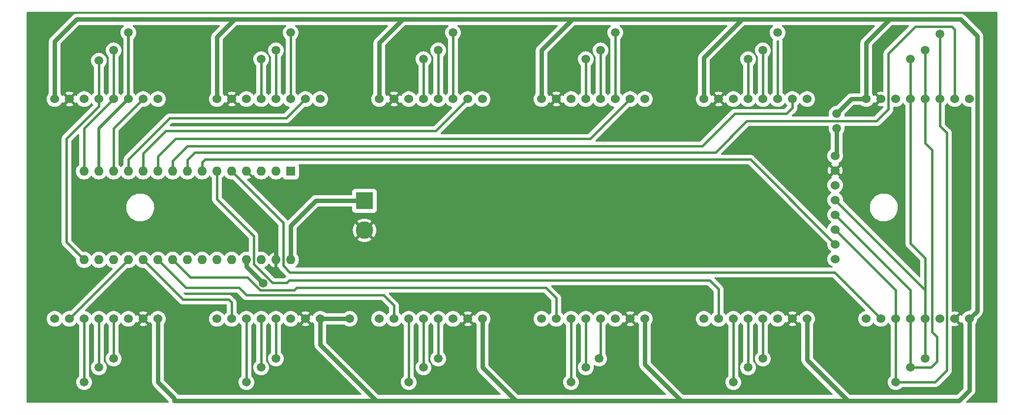
<source format=gbr>
G04 #@! TF.GenerationSoftware,KiCad,Pcbnew,7.0.2-6a45011f42~172~ubuntu22.04.1*
G04 #@! TF.CreationDate,2023-05-16T11:35:59-04:00*
G04 #@! TF.ProjectId,temperature_sensor,74656d70-6572-4617-9475-72655f73656e,rev?*
G04 #@! TF.SameCoordinates,Original*
G04 #@! TF.FileFunction,Copper,L2,Bot*
G04 #@! TF.FilePolarity,Positive*
%FSLAX46Y46*%
G04 Gerber Fmt 4.6, Leading zero omitted, Abs format (unit mm)*
G04 Created by KiCad (PCBNEW 7.0.2-6a45011f42~172~ubuntu22.04.1) date 2023-05-16 11:35:59*
%MOMM*%
%LPD*%
G01*
G04 APERTURE LIST*
G04 #@! TA.AperFunction,ComponentPad*
%ADD10C,1.524000*%
G04 #@! TD*
G04 #@! TA.AperFunction,ComponentPad*
%ADD11R,1.600000X1.600000*%
G04 #@! TD*
G04 #@! TA.AperFunction,ComponentPad*
%ADD12O,1.600000X1.600000*%
G04 #@! TD*
G04 #@! TA.AperFunction,ComponentPad*
%ADD13R,3.000000X3.000000*%
G04 #@! TD*
G04 #@! TA.AperFunction,ComponentPad*
%ADD14C,3.000000*%
G04 #@! TD*
G04 #@! TA.AperFunction,ViaPad*
%ADD15C,1.500000*%
G04 #@! TD*
G04 #@! TA.AperFunction,Conductor*
%ADD16C,0.457200*%
G04 #@! TD*
G04 #@! TA.AperFunction,Conductor*
%ADD17C,0.762000*%
G04 #@! TD*
G04 #@! TA.AperFunction,Conductor*
%ADD18C,0.508000*%
G04 #@! TD*
G04 APERTURE END LIST*
D10*
G04 #@! TO.P,M2,1,RDY*
G04 #@! TO.N,unconnected-(M2-RDY-Pad1)*
X157480000Y-86614000D03*
G04 #@! TO.P,M2,2,CS*
G04 #@! TO.N,CS7*
X154940000Y-86614000D03*
G04 #@! TO.P,M2,3,SDI*
G04 #@! TO.N,MOSI*
X152400000Y-86614000D03*
G04 #@! TO.P,M2,4,SDO*
G04 #@! TO.N,MISO*
X149860000Y-86614000D03*
G04 #@! TO.P,M2,5,CLK*
G04 #@! TO.N,SCK*
X147320000Y-86614000D03*
G04 #@! TO.P,M2,6,3V3*
G04 #@! TO.N,unconnected-(M2-3V3-Pad6)*
X144780000Y-86614000D03*
G04 #@! TO.P,M2,7,GND*
G04 #@! TO.N,GND*
X142240000Y-86614000D03*
G04 #@! TO.P,M2,8,VIN*
G04 #@! TO.N,+5V*
X139700000Y-86614000D03*
G04 #@! TD*
G04 #@! TO.P,M13,1,RDY*
G04 #@! TO.N,unconnected-(M13-RDY-Pad1)*
X111760000Y-124460000D03*
G04 #@! TO.P,M13,2,CS*
G04 #@! TO.N,CS9*
X114300000Y-124460000D03*
G04 #@! TO.P,M13,3,SDI*
G04 #@! TO.N,MOSI*
X116840000Y-124460000D03*
G04 #@! TO.P,M13,4,SDO*
G04 #@! TO.N,MISO*
X119380000Y-124460000D03*
G04 #@! TO.P,M13,5,CLK*
G04 #@! TO.N,SCK*
X121920000Y-124460000D03*
G04 #@! TO.P,M13,6,3V3*
G04 #@! TO.N,unconnected-(M13-3V3-Pad6)*
X124460000Y-124460000D03*
G04 #@! TO.P,M13,7,GND*
G04 #@! TO.N,GND*
X127000000Y-124460000D03*
G04 #@! TO.P,M13,8,VIN*
G04 #@! TO.N,+5V*
X129540000Y-124460000D03*
G04 #@! TD*
G04 #@! TO.P,M6,1,RDY*
G04 #@! TO.N,unconnected-(M6-RDY-Pad1)*
X223520000Y-124460000D03*
G04 #@! TO.P,M6,2,CS*
G04 #@! TO.N,CS1*
X226060000Y-124460000D03*
G04 #@! TO.P,M6,3,SDI*
G04 #@! TO.N,MOSI*
X228600000Y-124460000D03*
G04 #@! TO.P,M6,4,SDO*
G04 #@! TO.N,MISO*
X231140000Y-124460000D03*
G04 #@! TO.P,M6,5,CLK*
G04 #@! TO.N,SCK*
X233680000Y-124460000D03*
G04 #@! TO.P,M6,6,3V3*
G04 #@! TO.N,unconnected-(M6-3V3-Pad6)*
X236220000Y-124460000D03*
G04 #@! TO.P,M6,7,GND*
G04 #@! TO.N,GND*
X238760000Y-124460000D03*
G04 #@! TO.P,M6,8,VIN*
G04 #@! TO.N,+5V*
X241300000Y-124460000D03*
G04 #@! TD*
G04 #@! TO.P,M8,1,RDY*
G04 #@! TO.N,unconnected-(M8-RDY-Pad1)*
X139700000Y-124460000D03*
G04 #@! TO.P,M8,2,CS*
G04 #@! TO.N,CS10*
X142240000Y-124460000D03*
G04 #@! TO.P,M8,3,SDI*
G04 #@! TO.N,MOSI*
X144780000Y-124460000D03*
G04 #@! TO.P,M8,4,SDO*
G04 #@! TO.N,MISO*
X147320000Y-124460000D03*
G04 #@! TO.P,M8,5,CLK*
G04 #@! TO.N,SCK*
X149860000Y-124460000D03*
G04 #@! TO.P,M8,6,3V3*
G04 #@! TO.N,unconnected-(M8-3V3-Pad6)*
X152400000Y-124460000D03*
G04 #@! TO.P,M8,7,GND*
G04 #@! TO.N,GND*
X154940000Y-124460000D03*
G04 #@! TO.P,M8,8,VIN*
G04 #@! TO.N,+5V*
X157480000Y-124460000D03*
G04 #@! TD*
G04 #@! TO.P,M7,1,RDY*
G04 #@! TO.N,unconnected-(M7-RDY-Pad1)*
X167640000Y-124460000D03*
G04 #@! TO.P,M7,2,CS*
G04 #@! TO.N,CS11*
X170180000Y-124460000D03*
G04 #@! TO.P,M7,3,SDI*
G04 #@! TO.N,MOSI*
X172720000Y-124460000D03*
G04 #@! TO.P,M7,4,SDO*
G04 #@! TO.N,MISO*
X175260000Y-124460000D03*
G04 #@! TO.P,M7,5,CLK*
G04 #@! TO.N,SCK*
X177800000Y-124460000D03*
G04 #@! TO.P,M7,6,3V3*
G04 #@! TO.N,unconnected-(M7-3V3-Pad6)*
X180340000Y-124460000D03*
G04 #@! TO.P,M7,7,GND*
G04 #@! TO.N,GND*
X182880000Y-124460000D03*
G04 #@! TO.P,M7,8,VIN*
G04 #@! TO.N,+5V*
X185420000Y-124460000D03*
G04 #@! TD*
D11*
G04 #@! TO.P,A1,1,D1/TX*
G04 #@! TO.N,unconnected-(A1-D1{slash}TX-Pad1)*
X152400000Y-99060000D03*
D12*
G04 #@! TO.P,A1,2,D0/RX*
G04 #@! TO.N,unconnected-(A1-D0{slash}RX-Pad2)*
X149860000Y-99060000D03*
G04 #@! TO.P,A1,3,~{RESET}*
G04 #@! TO.N,unconnected-(A1-~{RESET}-Pad3)*
X147320000Y-99060000D03*
G04 #@! TO.P,A1,4,GND*
G04 #@! TO.N,GND*
X144780000Y-99060000D03*
G04 #@! TO.P,A1,5,D2*
G04 #@! TO.N,CS0*
X142240000Y-99060000D03*
G04 #@! TO.P,A1,6,D3*
G04 #@! TO.N,CS1*
X139700000Y-99060000D03*
G04 #@! TO.P,A1,7,D4*
G04 #@! TO.N,CS2*
X137160000Y-99060000D03*
G04 #@! TO.P,A1,8,D5*
G04 #@! TO.N,CS3*
X134620000Y-99060000D03*
G04 #@! TO.P,A1,9,D6*
G04 #@! TO.N,CS4*
X132080000Y-99060000D03*
G04 #@! TO.P,A1,10,D7*
G04 #@! TO.N,CS5*
X129540000Y-99060000D03*
G04 #@! TO.P,A1,11,D8*
G04 #@! TO.N,CS6*
X127000000Y-99060000D03*
G04 #@! TO.P,A1,12,D9*
G04 #@! TO.N,CS7*
X124460000Y-99060000D03*
G04 #@! TO.P,A1,13,D10*
G04 #@! TO.N,CS8*
X121920000Y-99060000D03*
G04 #@! TO.P,A1,14,D11*
G04 #@! TO.N,MOSI*
X119380000Y-99060000D03*
G04 #@! TO.P,A1,15,D12*
G04 #@! TO.N,MISO*
X116840000Y-99060000D03*
G04 #@! TO.P,A1,16,D13*
G04 #@! TO.N,SCK*
X116840000Y-114300000D03*
G04 #@! TO.P,A1,17,3V3*
G04 #@! TO.N,unconnected-(A1-3V3-Pad17)*
X119380000Y-114300000D03*
G04 #@! TO.P,A1,18,AREF*
G04 #@! TO.N,unconnected-(A1-AREF-Pad18)*
X121920000Y-114300000D03*
G04 #@! TO.P,A1,19,A0*
G04 #@! TO.N,CS9*
X124460000Y-114300000D03*
G04 #@! TO.P,A1,20,A1*
G04 #@! TO.N,CS10*
X127000000Y-114300000D03*
G04 #@! TO.P,A1,21,A2*
G04 #@! TO.N,CS11*
X129540000Y-114300000D03*
G04 #@! TO.P,A1,22,A3*
G04 #@! TO.N,CS12*
X132080000Y-114300000D03*
G04 #@! TO.P,A1,23,A4*
G04 #@! TO.N,unconnected-(A1-A4-Pad23)*
X134620000Y-114300000D03*
G04 #@! TO.P,A1,24,A5*
G04 #@! TO.N,unconnected-(A1-A5-Pad24)*
X137160000Y-114300000D03*
G04 #@! TO.P,A1,25,A6*
G04 #@! TO.N,unconnected-(A1-A6-Pad25)*
X139700000Y-114300000D03*
G04 #@! TO.P,A1,26,A7*
G04 #@! TO.N,unconnected-(A1-A7-Pad26)*
X142240000Y-114300000D03*
G04 #@! TO.P,A1,27,+5V*
G04 #@! TO.N,+5V*
X144780000Y-114300000D03*
G04 #@! TO.P,A1,28,~{RESET}*
G04 #@! TO.N,unconnected-(A1-~{RESET}-Pad28)*
X147320000Y-114300000D03*
G04 #@! TO.P,A1,29,GND*
G04 #@! TO.N,GND*
X149860000Y-114300000D03*
G04 #@! TO.P,A1,30,VIN*
G04 #@! TO.N,Net-(A1-VIN)*
X152400000Y-114300000D03*
G04 #@! TD*
D10*
G04 #@! TO.P,M5,1,RDY*
G04 #@! TO.N,unconnected-(M5-RDY-Pad1)*
X241300000Y-86614000D03*
G04 #@! TO.P,M5,2,CS*
G04 #@! TO.N,CS4*
X238760000Y-86614000D03*
G04 #@! TO.P,M5,3,SDI*
G04 #@! TO.N,MOSI*
X236220000Y-86614000D03*
G04 #@! TO.P,M5,4,SDO*
G04 #@! TO.N,MISO*
X233680000Y-86614000D03*
G04 #@! TO.P,M5,5,CLK*
G04 #@! TO.N,SCK*
X231140000Y-86614000D03*
G04 #@! TO.P,M5,6,3V3*
G04 #@! TO.N,unconnected-(M5-3V3-Pad6)*
X228600000Y-86614000D03*
G04 #@! TO.P,M5,7,GND*
G04 #@! TO.N,GND*
X226060000Y-86614000D03*
G04 #@! TO.P,M5,8,VIN*
G04 #@! TO.N,+5V*
X223520000Y-86614000D03*
G04 #@! TD*
G04 #@! TO.P,M12,1,RDY*
G04 #@! TO.N,unconnected-(M12-RDY-Pad1)*
X195580000Y-124460000D03*
G04 #@! TO.P,M12,2,CS*
G04 #@! TO.N,CS12*
X198120000Y-124460000D03*
G04 #@! TO.P,M12,3,SDI*
G04 #@! TO.N,MOSI*
X200660000Y-124460000D03*
G04 #@! TO.P,M12,4,SDO*
G04 #@! TO.N,MISO*
X203200000Y-124460000D03*
G04 #@! TO.P,M12,5,CLK*
G04 #@! TO.N,SCK*
X205740000Y-124460000D03*
G04 #@! TO.P,M12,6,3V3*
G04 #@! TO.N,unconnected-(M12-3V3-Pad6)*
X208280000Y-124460000D03*
G04 #@! TO.P,M12,7,GND*
G04 #@! TO.N,GND*
X210820000Y-124460000D03*
G04 #@! TO.P,M12,8,VIN*
G04 #@! TO.N,+5V*
X213360000Y-124460000D03*
G04 #@! TD*
G04 #@! TO.P,M11,1,RDY*
G04 #@! TO.N,unconnected-(M11-RDY-Pad1)*
X251460000Y-124460000D03*
G04 #@! TO.P,M11,2,CS*
G04 #@! TO.N,CS0*
X254000000Y-124460000D03*
G04 #@! TO.P,M11,3,SDI*
G04 #@! TO.N,MOSI*
X256540000Y-124460000D03*
G04 #@! TO.P,M11,4,SDO*
G04 #@! TO.N,MISO*
X259080000Y-124460000D03*
G04 #@! TO.P,M11,5,CLK*
G04 #@! TO.N,SCK*
X261620000Y-124460000D03*
G04 #@! TO.P,M11,6,3V3*
G04 #@! TO.N,unconnected-(M11-3V3-Pad6)*
X264160000Y-124460000D03*
G04 #@! TO.P,M11,7,GND*
G04 #@! TO.N,GND*
X266700000Y-124460000D03*
G04 #@! TO.P,M11,8,VIN*
G04 #@! TO.N,+5V*
X269240000Y-124460000D03*
G04 #@! TD*
G04 #@! TO.P,M1,1,RDY*
G04 #@! TO.N,unconnected-(M1-RDY-Pad1)*
X129540000Y-86614000D03*
G04 #@! TO.P,M1,2,CS*
G04 #@! TO.N,CS8*
X127000000Y-86614000D03*
G04 #@! TO.P,M1,3,SDI*
G04 #@! TO.N,MOSI*
X124460000Y-86614000D03*
G04 #@! TO.P,M1,4,SDO*
G04 #@! TO.N,MISO*
X121920000Y-86614000D03*
G04 #@! TO.P,M1,5,CLK*
G04 #@! TO.N,SCK*
X119380000Y-86614000D03*
G04 #@! TO.P,M1,6,3V3*
G04 #@! TO.N,unconnected-(M1-3V3-Pad6)*
X116840000Y-86614000D03*
G04 #@! TO.P,M1,7,GND*
G04 #@! TO.N,GND*
X114300000Y-86614000D03*
G04 #@! TO.P,M1,8,VIN*
G04 #@! TO.N,+5V*
X111760000Y-86614000D03*
G04 #@! TD*
G04 #@! TO.P,M3,1,RDY*
G04 #@! TO.N,unconnected-(M3-RDY-Pad1)*
X185420000Y-86614000D03*
G04 #@! TO.P,M3,2,CS*
G04 #@! TO.N,CS6*
X182880000Y-86614000D03*
G04 #@! TO.P,M3,3,SDI*
G04 #@! TO.N,MOSI*
X180340000Y-86614000D03*
G04 #@! TO.P,M3,4,SDO*
G04 #@! TO.N,MISO*
X177800000Y-86614000D03*
G04 #@! TO.P,M3,5,CLK*
G04 #@! TO.N,SCK*
X175260000Y-86614000D03*
G04 #@! TO.P,M3,6,3V3*
G04 #@! TO.N,unconnected-(M3-3V3-Pad6)*
X172720000Y-86614000D03*
G04 #@! TO.P,M3,7,GND*
G04 #@! TO.N,GND*
X170180000Y-86614000D03*
G04 #@! TO.P,M3,8,VIN*
G04 #@! TO.N,+5V*
X167640000Y-86614000D03*
G04 #@! TD*
G04 #@! TO.P,M4,1,RDY*
G04 #@! TO.N,unconnected-(M4-RDY-Pad1)*
X213360000Y-86614000D03*
G04 #@! TO.P,M4,2,CS*
G04 #@! TO.N,CS5*
X210820000Y-86614000D03*
G04 #@! TO.P,M4,3,SDI*
G04 #@! TO.N,MOSI*
X208280000Y-86614000D03*
G04 #@! TO.P,M4,4,SDO*
G04 #@! TO.N,MISO*
X205740000Y-86614000D03*
G04 #@! TO.P,M4,5,CLK*
G04 #@! TO.N,SCK*
X203200000Y-86614000D03*
G04 #@! TO.P,M4,6,3V3*
G04 #@! TO.N,unconnected-(M4-3V3-Pad6)*
X200660000Y-86614000D03*
G04 #@! TO.P,M4,7,GND*
G04 #@! TO.N,GND*
X198120000Y-86614000D03*
G04 #@! TO.P,M4,8,VIN*
G04 #@! TO.N,+5V*
X195580000Y-86614000D03*
G04 #@! TD*
G04 #@! TO.P,M10,1,RDY*
G04 #@! TO.N,unconnected-(M10-RDY-Pad1)*
X269240000Y-86614000D03*
G04 #@! TO.P,M10,2,CS*
G04 #@! TO.N,CS3*
X266700000Y-86614000D03*
G04 #@! TO.P,M10,3,SDI*
G04 #@! TO.N,MOSI*
X264160000Y-86614000D03*
G04 #@! TO.P,M10,4,SDO*
G04 #@! TO.N,MISO*
X261620000Y-86614000D03*
G04 #@! TO.P,M10,5,CLK*
G04 #@! TO.N,SCK*
X259080000Y-86614000D03*
G04 #@! TO.P,M10,6,3V3*
G04 #@! TO.N,unconnected-(M10-3V3-Pad6)*
X256540000Y-86614000D03*
G04 #@! TO.P,M10,7,GND*
G04 #@! TO.N,GND*
X254000000Y-86614000D03*
G04 #@! TO.P,M10,8,VIN*
G04 #@! TO.N,+5V*
X251460000Y-86614000D03*
G04 #@! TD*
G04 #@! TO.P,M9,1,RDY*
G04 #@! TO.N,unconnected-(M9-RDY-Pad1)*
X246126000Y-114147600D03*
G04 #@! TO.P,M9,2,CS*
G04 #@! TO.N,CS2*
X246126000Y-111607600D03*
G04 #@! TO.P,M9,3,SDI*
G04 #@! TO.N,MOSI*
X246126000Y-109067600D03*
G04 #@! TO.P,M9,4,SDO*
G04 #@! TO.N,MISO*
X246126000Y-106527600D03*
G04 #@! TO.P,M9,5,CLK*
G04 #@! TO.N,SCK*
X246126000Y-103987600D03*
G04 #@! TO.P,M9,6,3V3*
G04 #@! TO.N,unconnected-(M9-3V3-Pad6)*
X246126000Y-101447600D03*
G04 #@! TO.P,M9,7,GND*
G04 #@! TO.N,GND*
X246126000Y-98907600D03*
G04 #@! TO.P,M9,8,VIN*
G04 #@! TO.N,+5V*
X246126000Y-96367600D03*
G04 #@! TD*
D13*
G04 #@! TO.P,J1,1,Pin_1*
G04 #@! TO.N,Net-(A1-VIN)*
X165100000Y-104140000D03*
D14*
G04 #@! TO.P,J1,2,Pin_2*
G04 #@! TO.N,GND*
X165100000Y-109220000D03*
G04 #@! TD*
D15*
G04 #@! TO.N,+5V*
X162560000Y-124460000D03*
G04 #@! TO.N,GND*
X190246000Y-114808000D03*
X190500000Y-120904000D03*
X116840000Y-111506000D03*
X110744000Y-112776000D03*
X137922000Y-104648000D03*
X143510000Y-104648000D03*
X248920000Y-81026000D03*
X253492000Y-81026000D03*
G04 #@! TO.N,+5V*
X147673015Y-118351100D03*
X246380000Y-91694000D03*
X246380000Y-89154000D03*
G04 #@! TO.N,SCK*
X261620000Y-131318000D03*
G04 #@! TO.N,MISO*
X259080000Y-132842000D03*
G04 #@! TO.N,MOSI*
X256540000Y-135382000D03*
G04 #@! TO.N,SCK*
X233680000Y-131318000D03*
G04 #@! TO.N,MISO*
X231140000Y-132842000D03*
G04 #@! TO.N,MOSI*
X228600000Y-135382000D03*
G04 #@! TO.N,SCK*
X205486000Y-131318000D03*
G04 #@! TO.N,MISO*
X203200000Y-132842000D03*
G04 #@! TO.N,MOSI*
X200660000Y-135382000D03*
G04 #@! TO.N,SCK*
X177800000Y-131318000D03*
G04 #@! TO.N,MISO*
X175260000Y-132842000D03*
G04 #@! TO.N,MOSI*
X172720000Y-135382000D03*
G04 #@! TO.N,SCK*
X149860000Y-131318000D03*
G04 #@! TO.N,MISO*
X147320000Y-132842000D03*
G04 #@! TO.N,MOSI*
X144780000Y-135382000D03*
X116840000Y-135382000D03*
G04 #@! TO.N,MISO*
X119380000Y-132842000D03*
G04 #@! TO.N,SCK*
X121920000Y-131318000D03*
X119380000Y-80010000D03*
G04 #@! TO.N,MISO*
X121920000Y-78232000D03*
G04 #@! TO.N,MOSI*
X124460000Y-75184000D03*
G04 #@! TO.N,SCK*
X147320000Y-79756000D03*
G04 #@! TO.N,MISO*
X149860000Y-78232000D03*
G04 #@! TO.N,MOSI*
X152400000Y-75184000D03*
G04 #@! TO.N,SCK*
X175260000Y-79756000D03*
G04 #@! TO.N,MISO*
X177800000Y-78232000D03*
G04 #@! TO.N,MOSI*
X180340000Y-75184000D03*
G04 #@! TO.N,SCK*
X203200000Y-79756000D03*
G04 #@! TO.N,MISO*
X205740000Y-78232000D03*
G04 #@! TO.N,MOSI*
X208280000Y-75184000D03*
G04 #@! TO.N,SCK*
X231140000Y-79756000D03*
G04 #@! TO.N,MISO*
X233680000Y-78232000D03*
G04 #@! TO.N,MOSI*
X236220000Y-75184000D03*
X264160000Y-75438000D03*
G04 #@! TO.N,MISO*
X261620000Y-78232000D03*
G04 #@! TO.N,SCK*
X259080000Y-79756000D03*
G04 #@! TO.N,GND*
X152908000Y-102362000D03*
X156464000Y-90424000D03*
G04 #@! TD*
D16*
G04 #@! TO.N,MOSI*
X265350600Y-133350000D02*
X265350600Y-92456000D01*
X256540000Y-135382000D02*
X263318600Y-135382000D01*
X263318600Y-135382000D02*
X265350600Y-133350000D01*
D17*
G04 #@! TO.N,+5V*
X249682000Y-138557000D02*
X220472000Y-138557000D01*
X267462000Y-138557000D02*
X249682000Y-138557000D01*
X241300000Y-131572000D02*
X241300000Y-124460000D01*
X249682000Y-138557000D02*
X248285000Y-138557000D01*
X248285000Y-138557000D02*
X241300000Y-131572000D01*
X220472000Y-138557000D02*
X191262000Y-138557000D01*
X213360000Y-132334000D02*
X213360000Y-124460000D01*
X220472000Y-138557000D02*
X219583000Y-138557000D01*
X219583000Y-138557000D02*
X213360000Y-132334000D01*
X191262000Y-138557000D02*
X167132000Y-138557000D01*
X191262000Y-138557000D02*
X191135000Y-138557000D01*
X191135000Y-138557000D02*
X185420000Y-132842000D01*
X185420000Y-132842000D02*
X185420000Y-124460000D01*
X167132000Y-138557000D02*
X157480000Y-128905000D01*
X157480000Y-128905000D02*
X157480000Y-124460000D01*
X167132000Y-138557000D02*
X132334000Y-138557000D01*
X269240000Y-124460000D02*
X269240000Y-136779000D01*
X269240000Y-136779000D02*
X267462000Y-138557000D01*
X132334000Y-138557000D02*
X132334000Y-138176000D01*
X132334000Y-138176000D02*
X129540000Y-135382000D01*
D16*
G04 #@! TO.N,MISO*
X262636000Y-132842000D02*
X263652000Y-131826000D01*
X259080000Y-132842000D02*
X262636000Y-132842000D01*
X262810600Y-95424600D02*
X262810600Y-126746000D01*
X263652000Y-131826000D02*
X263652000Y-127587400D01*
X263652000Y-127587400D02*
X262810600Y-126746000D01*
G04 #@! TO.N,MOSI*
X264160000Y-91265400D02*
X264160000Y-86614000D01*
X265350600Y-92456000D02*
X264160000Y-91265400D01*
X116840000Y-124460000D02*
X116840000Y-135890000D01*
X144780000Y-124460000D02*
X144780000Y-135890000D01*
X172720000Y-124460000D02*
X172720000Y-135890000D01*
X200660000Y-124460000D02*
X200660000Y-135890000D01*
X228600000Y-124460000D02*
X228600000Y-135890000D01*
X256540000Y-124460000D02*
X256540000Y-133858000D01*
X256540000Y-133858000D02*
X256540000Y-134366000D01*
X256540000Y-135890000D02*
X256540000Y-133858000D01*
G04 #@! TO.N,CS3*
X266700000Y-86614000D02*
X266700000Y-74676000D01*
X266700000Y-74676000D02*
X266192000Y-74168000D01*
X266192000Y-74168000D02*
X259889600Y-74168000D01*
X135890000Y-95802400D02*
X134620000Y-97072400D01*
X259889600Y-74168000D02*
X255270000Y-78787600D01*
X230886000Y-90424000D02*
X225507600Y-95802400D01*
X255270000Y-78787600D02*
X255270000Y-88392000D01*
X255270000Y-88392000D02*
X253238000Y-90424000D01*
X225507600Y-95802400D02*
X135890000Y-95802400D01*
X134620000Y-97072400D02*
X134620000Y-99060000D01*
X253238000Y-90424000D02*
X230886000Y-90424000D01*
G04 #@! TO.N,MOSI*
X264160000Y-86614000D02*
X264160000Y-75438000D01*
X208280000Y-86614000D02*
X208280000Y-75184000D01*
X180340000Y-86614000D02*
X180340000Y-75184000D01*
X152400000Y-86614000D02*
X152400000Y-75184000D01*
D18*
X124460000Y-75184000D02*
X124460000Y-86614000D01*
D17*
G04 #@! TO.N,+5V*
X157480000Y-124460000D02*
X162560000Y-124460000D01*
G04 #@! TO.N,GND*
X149860000Y-110998000D02*
X143510000Y-104648000D01*
X149860000Y-114300000D02*
X149860000Y-110998000D01*
D16*
G04 #@! TO.N,CS1*
X139700000Y-99060000D02*
X139700000Y-103886000D01*
X139700000Y-103886000D02*
X146008600Y-110194600D01*
X146008600Y-110194600D02*
X146008600Y-115020600D01*
X146008600Y-115020600D02*
X149260600Y-118272600D01*
X149260600Y-118272600D02*
X151729400Y-118272600D01*
X151729400Y-118272600D02*
X152146000Y-117856000D01*
X224536000Y-117856000D02*
X226060000Y-119380000D01*
X152146000Y-117856000D02*
X224536000Y-117856000D01*
X226060000Y-119380000D02*
X226060000Y-124460000D01*
G04 #@! TO.N,SCK*
X259080000Y-86614000D02*
X259080000Y-111506000D01*
X261620000Y-114046000D02*
X261620000Y-119481600D01*
X259080000Y-111506000D02*
X261620000Y-114046000D01*
D17*
G04 #@! TO.N,+5V*
X144780000Y-114300000D02*
X144780000Y-115458085D01*
X144780000Y-115458085D02*
X147673015Y-118351100D01*
D16*
G04 #@! TO.N,CS2*
X137668000Y-97028000D02*
X231546400Y-97028000D01*
X231546400Y-97028000D02*
X246126000Y-111607600D01*
D17*
G04 #@! TO.N,+5V*
X251460000Y-86614000D02*
X248920000Y-86614000D01*
X248920000Y-86614000D02*
X246380000Y-89154000D01*
X246380000Y-91694000D02*
X246380000Y-96113600D01*
X246380000Y-96113600D02*
X246126000Y-96367600D01*
X255524000Y-72898000D02*
X267716000Y-72898000D01*
X270583000Y-123117000D02*
X269240000Y-124460000D01*
X267716000Y-72898000D02*
X270583000Y-75765000D01*
X270583000Y-75765000D02*
X270583000Y-123117000D01*
X255524000Y-72898000D02*
X230124000Y-72898000D01*
X251460000Y-86614000D02*
X251460000Y-76962000D01*
X251460000Y-76962000D02*
X255524000Y-72898000D01*
X223520000Y-86614000D02*
X223520000Y-79502000D01*
X230124000Y-72898000D02*
X200914000Y-72898000D01*
X223520000Y-79502000D02*
X230124000Y-72898000D01*
X200914000Y-72898000D02*
X171704000Y-72898000D01*
X195580000Y-86614000D02*
X195580000Y-78232000D01*
X195580000Y-78232000D02*
X200914000Y-72898000D01*
X171704000Y-72898000D02*
X142748000Y-72898000D01*
X167640000Y-86614000D02*
X167640000Y-76962000D01*
X167640000Y-76962000D02*
X171704000Y-72898000D01*
X142748000Y-72898000D02*
X115570000Y-72898000D01*
X139700000Y-86614000D02*
X139700000Y-75946000D01*
X139700000Y-75946000D02*
X142748000Y-72898000D01*
X115570000Y-72898000D02*
X111760000Y-76708000D01*
X111760000Y-76708000D02*
X111760000Y-86614000D01*
X129540000Y-124460000D02*
X129540000Y-135382000D01*
X129540000Y-135382000D02*
X131572000Y-137414000D01*
X269240000Y-133096000D02*
X269240000Y-124460000D01*
D16*
G04 #@! TO.N,CS0*
X142240000Y-99060000D02*
X151088600Y-107908600D01*
X151088600Y-107908600D02*
X151088600Y-115316000D01*
X151088600Y-115316000D02*
X152252300Y-116479700D01*
X152252300Y-116479700D02*
X246019700Y-116479700D01*
X246019700Y-116479700D02*
X254000000Y-124460000D01*
G04 #@! TO.N,CS12*
X153416000Y-119126000D02*
X196342000Y-119126000D01*
X198120000Y-124460000D02*
X198120000Y-120904000D01*
X198120000Y-120904000D02*
X196342000Y-119126000D01*
G04 #@! TO.N,CS11*
X168402000Y-120396000D02*
X144780000Y-120396000D01*
X170180000Y-124460000D02*
X170180000Y-122174000D01*
X170180000Y-122174000D02*
X168402000Y-120396000D01*
G04 #@! TO.N,CS10*
X133858000Y-121158000D02*
X141732000Y-121158000D01*
X142240000Y-124460000D02*
X142240000Y-121666000D01*
X142240000Y-121666000D02*
X141732000Y-121158000D01*
X127000000Y-114300000D02*
X133858000Y-121158000D01*
G04 #@! TO.N,CS9*
X114300000Y-124460000D02*
X124460000Y-114300000D01*
G04 #@! TO.N,CS4*
X132080000Y-99060000D02*
X132080000Y-97282000D01*
X132080000Y-97282000D02*
X134620000Y-94742000D01*
X134620000Y-94742000D02*
X223266000Y-94742000D01*
X223266000Y-94742000D02*
X228854000Y-89154000D01*
X228854000Y-89154000D02*
X237744000Y-89154000D01*
X237744000Y-89154000D02*
X238760000Y-88138000D01*
X238760000Y-88138000D02*
X238760000Y-86614000D01*
G04 #@! TO.N,CS5*
X129540000Y-99060000D02*
X129540000Y-96520000D01*
X129540000Y-96520000D02*
X132588000Y-93472000D01*
X132588000Y-93472000D02*
X203962000Y-93472000D01*
X203962000Y-93472000D02*
X210820000Y-86614000D01*
G04 #@! TO.N,CS6*
X127000000Y-99060000D02*
X127000000Y-96012000D01*
X127000000Y-96012000D02*
X130901400Y-92110600D01*
X130901400Y-92110600D02*
X177383400Y-92110600D01*
X177383400Y-92110600D02*
X182880000Y-86614000D01*
G04 #@! TO.N,CS7*
X124460000Y-99060000D02*
X124460000Y-97028000D01*
X124460000Y-97028000D02*
X131572000Y-89916000D01*
X131572000Y-89916000D02*
X151638000Y-89916000D01*
X151638000Y-89916000D02*
X154940000Y-86614000D01*
G04 #@! TO.N,MISO*
X261620000Y-94234000D02*
X262810600Y-95424600D01*
X261620000Y-86614000D02*
X261620000Y-94234000D01*
G04 #@! TO.N,SCK*
X246126000Y-103987600D02*
X261620000Y-119481600D01*
X261620000Y-119481600D02*
X261620000Y-124460000D01*
G04 #@! TO.N,MISO*
X246126000Y-106527600D02*
X259080000Y-119481600D01*
X259080000Y-119481600D02*
X259080000Y-124460000D01*
G04 #@! TO.N,MOSI*
X246126000Y-109067600D02*
X256540000Y-119481600D01*
X256540000Y-119481600D02*
X256540000Y-124460000D01*
G04 #@! TO.N,SCK*
X261620000Y-124460000D02*
X261620000Y-131318000D01*
G04 #@! TO.N,MISO*
X259080000Y-124460000D02*
X259080000Y-132842000D01*
G04 #@! TO.N,SCK*
X233680000Y-124460000D02*
X233680000Y-131318000D01*
G04 #@! TO.N,MISO*
X231140000Y-124460000D02*
X231140000Y-132842000D01*
G04 #@! TO.N,SCK*
X205740000Y-124460000D02*
X205740000Y-131064000D01*
X205740000Y-131064000D02*
X205486000Y-131318000D01*
G04 #@! TO.N,MISO*
X203200000Y-124460000D02*
X203200000Y-132842000D01*
G04 #@! TO.N,SCK*
X177800000Y-124460000D02*
X177800000Y-131318000D01*
G04 #@! TO.N,MISO*
X175260000Y-124460000D02*
X175260000Y-132842000D01*
G04 #@! TO.N,SCK*
X149860000Y-124460000D02*
X149860000Y-131318000D01*
G04 #@! TO.N,MISO*
X147320000Y-124460000D02*
X147320000Y-132842000D01*
X119380000Y-124460000D02*
X119380000Y-132842000D01*
G04 #@! TO.N,SCK*
X121920000Y-124460000D02*
X121920000Y-131318000D01*
X119380000Y-86614000D02*
X119380000Y-80010000D01*
G04 #@! TO.N,MISO*
X121920000Y-86614000D02*
X121920000Y-78232000D01*
G04 #@! TO.N,SCK*
X147320000Y-86614000D02*
X147320000Y-79756000D01*
G04 #@! TO.N,MISO*
X149860000Y-86614000D02*
X149860000Y-78232000D01*
G04 #@! TO.N,SCK*
X175260000Y-86614000D02*
X175260000Y-79756000D01*
G04 #@! TO.N,MISO*
X177800000Y-86614000D02*
X177800000Y-78232000D01*
G04 #@! TO.N,SCK*
X203200000Y-86614000D02*
X203200000Y-79756000D01*
G04 #@! TO.N,MISO*
X205740000Y-86614000D02*
X205740000Y-78232000D01*
G04 #@! TO.N,SCK*
X231140000Y-86614000D02*
X231140000Y-79756000D01*
G04 #@! TO.N,MISO*
X233680000Y-86614000D02*
X233680000Y-78232000D01*
G04 #@! TO.N,MOSI*
X236220000Y-86614000D02*
X236220000Y-76708000D01*
G04 #@! TO.N,MISO*
X261620000Y-86614000D02*
X261620000Y-78232000D01*
G04 #@! TO.N,SCK*
X259080000Y-86614000D02*
X259080000Y-79756000D01*
X113792000Y-111252000D02*
X113792000Y-93472000D01*
X116840000Y-114300000D02*
X113792000Y-111252000D01*
X113792000Y-93472000D02*
X119380000Y-87884000D01*
X119380000Y-87884000D02*
X119380000Y-86614000D01*
G04 #@! TO.N,MISO*
X121920000Y-86614000D02*
X116840000Y-91694000D01*
X116840000Y-91694000D02*
X116840000Y-99060000D01*
D18*
G04 #@! TO.N,MOSI*
X119380000Y-99060000D02*
X119380000Y-91694000D01*
X119380000Y-91694000D02*
X124460000Y-86614000D01*
D16*
G04 #@! TO.N,CS8*
X121920000Y-99060000D02*
X121920000Y-91694000D01*
X121920000Y-91694000D02*
X127000000Y-86614000D01*
G04 #@! TO.N,GND*
X148082000Y-102362000D02*
X152908000Y-102362000D01*
X144780000Y-99060000D02*
X148082000Y-102362000D01*
G04 #@! TO.N,CS2*
X137160000Y-97536000D02*
X137668000Y-97028000D01*
X137160000Y-99060000D02*
X137160000Y-97536000D01*
G04 #@! TO.N,CS11*
X143510000Y-119126000D02*
X134366000Y-119126000D01*
X144780000Y-120396000D02*
X143510000Y-119126000D01*
X134366000Y-119126000D02*
X129540000Y-114300000D01*
G04 #@! TO.N,CS12*
X135128000Y-117348000D02*
X144929200Y-117348000D01*
X153012800Y-119529200D02*
X153416000Y-119126000D01*
X132080000Y-114300000D02*
X135128000Y-117348000D01*
X147110400Y-119529200D02*
X153012800Y-119529200D01*
X144929200Y-117348000D02*
X147110400Y-119529200D01*
D17*
G04 #@! TO.N,Net-(A1-VIN)*
X152400000Y-108458000D02*
X156718000Y-104140000D01*
X156718000Y-104140000D02*
X165100000Y-104140000D01*
X152400000Y-114300000D02*
X152400000Y-108458000D01*
G04 #@! TD*
G04 #@! TA.AperFunction,Conductor*
G04 #@! TO.N,GND*
G36*
X274008539Y-71648185D02*
G01*
X274054294Y-71700989D01*
X274065500Y-71752500D01*
X274065500Y-138813500D01*
X274045815Y-138880539D01*
X273993011Y-138926294D01*
X273941500Y-138937500D01*
X268768913Y-138937500D01*
X268701874Y-138917815D01*
X268656119Y-138865011D01*
X268646175Y-138795853D01*
X268675200Y-138732297D01*
X268681232Y-138725819D01*
X268862136Y-138544915D01*
X269924156Y-137482893D01*
X269926287Y-137480814D01*
X269988562Y-137421619D01*
X270021565Y-137374202D01*
X270027239Y-137366676D01*
X270063749Y-137321900D01*
X270063751Y-137321898D01*
X270077505Y-137295564D01*
X270085621Y-137282168D01*
X270102597Y-137257780D01*
X270125387Y-137204672D01*
X270129413Y-137196192D01*
X270156174Y-137144964D01*
X270164343Y-137116410D01*
X270169605Y-137101632D01*
X270181318Y-137074340D01*
X270192949Y-137017735D01*
X270195191Y-137008600D01*
X270211088Y-136953048D01*
X270213343Y-136923431D01*
X270215523Y-136907894D01*
X270221500Y-136878811D01*
X270221500Y-136821042D01*
X270221858Y-136811625D01*
X270226246Y-136754007D01*
X270222494Y-136724549D01*
X270221500Y-136708881D01*
X270221500Y-125453911D01*
X270241185Y-125386872D01*
X270254270Y-125369928D01*
X270254271Y-125369927D01*
X270318889Y-125299733D01*
X270442390Y-125110701D01*
X270533093Y-124903919D01*
X270588524Y-124685029D01*
X270601529Y-124528063D01*
X270626683Y-124462881D01*
X270637417Y-124450632D01*
X271267156Y-123820893D01*
X271269287Y-123818814D01*
X271331562Y-123759619D01*
X271364565Y-123712202D01*
X271370239Y-123704676D01*
X271406749Y-123659900D01*
X271406751Y-123659898D01*
X271420505Y-123633564D01*
X271428621Y-123620168D01*
X271445597Y-123595780D01*
X271468387Y-123542672D01*
X271472413Y-123534192D01*
X271499174Y-123482964D01*
X271507343Y-123454410D01*
X271512605Y-123439632D01*
X271524318Y-123412340D01*
X271535951Y-123355726D01*
X271538186Y-123346619D01*
X271554088Y-123291049D01*
X271556342Y-123261436D01*
X271558523Y-123245892D01*
X271564500Y-123216809D01*
X271564500Y-123159043D01*
X271564858Y-123149626D01*
X271568876Y-123096873D01*
X271569246Y-123092008D01*
X271565493Y-123062548D01*
X271564500Y-123046881D01*
X271564500Y-75778992D01*
X271564540Y-75775850D01*
X271566713Y-75690090D01*
X271566712Y-75690089D01*
X271566713Y-75690087D01*
X271556515Y-75633194D01*
X271555213Y-75623910D01*
X271549367Y-75566407D01*
X271540477Y-75538074D01*
X271536735Y-75522826D01*
X271534020Y-75507684D01*
X271531497Y-75493600D01*
X271510062Y-75439940D01*
X271506905Y-75431072D01*
X271489609Y-75375943D01*
X271475196Y-75349976D01*
X271468464Y-75335800D01*
X271457449Y-75308224D01*
X271425645Y-75259968D01*
X271420786Y-75251948D01*
X271392734Y-75201408D01*
X271392733Y-75201406D01*
X271392732Y-75201405D01*
X271373394Y-75178880D01*
X271363942Y-75166344D01*
X271347601Y-75141549D01*
X271306752Y-75100701D01*
X271300345Y-75093788D01*
X271262709Y-75049946D01*
X271239224Y-75031768D01*
X271227443Y-75021392D01*
X268419950Y-72213900D01*
X268417757Y-72211651D01*
X268358619Y-72149437D01*
X268311196Y-72116430D01*
X268303673Y-72110758D01*
X268276087Y-72088265D01*
X268258898Y-72074249D01*
X268258896Y-72074248D01*
X268258895Y-72074247D01*
X268232570Y-72060495D01*
X268219156Y-72052369D01*
X268194780Y-72035403D01*
X268194777Y-72035401D01*
X268194776Y-72035401D01*
X268141698Y-72012623D01*
X268133187Y-72008582D01*
X268081964Y-71981825D01*
X268062048Y-71976127D01*
X268053414Y-71973656D01*
X268038630Y-71968393D01*
X268011339Y-71956681D01*
X267954748Y-71945052D01*
X267945598Y-71942806D01*
X267890050Y-71926912D01*
X267875280Y-71925787D01*
X267860429Y-71924655D01*
X267844891Y-71922476D01*
X267815809Y-71916500D01*
X267758043Y-71916500D01*
X267748628Y-71916142D01*
X267743910Y-71915782D01*
X267691007Y-71911753D01*
X267665684Y-71914979D01*
X267661547Y-71915506D01*
X267645882Y-71916500D01*
X255538016Y-71916500D01*
X255534875Y-71916460D01*
X255533706Y-71916430D01*
X255449089Y-71914285D01*
X255447884Y-71914501D01*
X255447585Y-71914555D01*
X255425709Y-71916500D01*
X230137994Y-71916500D01*
X230134853Y-71916460D01*
X230049089Y-71914286D01*
X230047592Y-71914555D01*
X230025714Y-71916500D01*
X200927994Y-71916500D01*
X200924853Y-71916460D01*
X200839089Y-71914286D01*
X200837592Y-71914555D01*
X200815714Y-71916500D01*
X171718016Y-71916500D01*
X171714875Y-71916460D01*
X171713706Y-71916430D01*
X171629089Y-71914285D01*
X171627884Y-71914501D01*
X171627585Y-71914555D01*
X171605709Y-71916500D01*
X142762016Y-71916500D01*
X142758875Y-71916460D01*
X142757706Y-71916430D01*
X142673089Y-71914285D01*
X142671884Y-71914501D01*
X142671585Y-71914555D01*
X142649709Y-71916500D01*
X115584017Y-71916500D01*
X115580876Y-71916460D01*
X115579657Y-71916429D01*
X115495086Y-71914285D01*
X115438216Y-71924478D01*
X115428888Y-71925787D01*
X115371406Y-71931633D01*
X115343069Y-71940523D01*
X115327834Y-71944262D01*
X115298598Y-71949502D01*
X115244948Y-71970932D01*
X115236078Y-71974090D01*
X115180944Y-71991389D01*
X115154972Y-72005804D01*
X115140803Y-72012533D01*
X115113226Y-72023549D01*
X115064990Y-72055340D01*
X115056933Y-72060221D01*
X115006408Y-72088265D01*
X114983870Y-72107613D01*
X114971342Y-72117059D01*
X114946550Y-72133399D01*
X114905704Y-72174244D01*
X114898797Y-72180646D01*
X114854944Y-72218293D01*
X114836761Y-72241783D01*
X114826389Y-72253559D01*
X111075899Y-76004049D01*
X111073652Y-76006241D01*
X111011435Y-76065384D01*
X110978427Y-76112807D01*
X110972756Y-76120328D01*
X110936249Y-76165100D01*
X110922497Y-76191425D01*
X110914370Y-76204839D01*
X110897405Y-76229216D01*
X110897403Y-76229218D01*
X110897403Y-76229220D01*
X110888863Y-76249119D01*
X110874618Y-76282313D01*
X110870578Y-76290819D01*
X110843826Y-76342034D01*
X110843826Y-76342035D01*
X110836738Y-76366807D01*
X110835656Y-76370587D01*
X110830392Y-76385371D01*
X110818682Y-76412658D01*
X110807052Y-76469252D01*
X110804806Y-76478402D01*
X110788910Y-76533955D01*
X110786654Y-76563571D01*
X110784476Y-76579105D01*
X110778500Y-76608191D01*
X110778500Y-76665955D01*
X110778142Y-76675371D01*
X110773753Y-76732991D01*
X110777506Y-76762449D01*
X110778500Y-76778118D01*
X110778500Y-85620088D01*
X110758815Y-85687127D01*
X110745731Y-85704070D01*
X110681112Y-85774265D01*
X110632025Y-85849399D01*
X110561217Y-85957779D01*
X110557609Y-85963301D01*
X110466908Y-86170077D01*
X110411475Y-86388976D01*
X110392829Y-86613999D01*
X110411475Y-86839023D01*
X110411475Y-86839025D01*
X110411476Y-86839029D01*
X110466907Y-87057919D01*
X110557610Y-87264701D01*
X110681111Y-87453733D01*
X110834041Y-87619860D01*
X111012229Y-87758549D01*
X111210814Y-87866018D01*
X111424380Y-87939335D01*
X111647100Y-87976500D01*
X111872900Y-87976500D01*
X112095620Y-87939335D01*
X112309186Y-87866018D01*
X112507771Y-87758549D01*
X112685959Y-87619860D01*
X112838889Y-87453733D01*
X112962390Y-87264701D01*
X112972775Y-87241024D01*
X113017730Y-87187539D01*
X113084466Y-87166848D01*
X113151794Y-87185522D01*
X113198338Y-87237632D01*
X113198713Y-87238430D01*
X113202899Y-87247407D01*
X113248258Y-87312187D01*
X113816922Y-86743523D01*
X113840507Y-86823844D01*
X113918239Y-86944798D01*
X114026900Y-87038952D01*
X114157685Y-87098680D01*
X114167466Y-87100086D01*
X113601812Y-87665740D01*
X113666593Y-87711101D01*
X113866718Y-87804420D01*
X114080021Y-87861575D01*
X114299999Y-87880821D01*
X114519978Y-87861575D01*
X114733281Y-87804420D01*
X114933408Y-87711100D01*
X114998186Y-87665740D01*
X114432533Y-87100086D01*
X114442315Y-87098680D01*
X114573100Y-87038952D01*
X114681761Y-86944798D01*
X114759493Y-86823844D01*
X114783076Y-86743523D01*
X115351740Y-87312186D01*
X115397099Y-87247409D01*
X115401286Y-87238432D01*
X115447457Y-87185992D01*
X115514650Y-87166838D01*
X115581531Y-87187052D01*
X115626867Y-87240216D01*
X115627195Y-87240958D01*
X115637610Y-87264701D01*
X115761111Y-87453733D01*
X115914041Y-87619860D01*
X116092229Y-87758549D01*
X116290814Y-87866018D01*
X116504380Y-87939335D01*
X116727100Y-87976500D01*
X116952900Y-87976500D01*
X117175620Y-87939335D01*
X117389186Y-87866018D01*
X117587771Y-87758549D01*
X117765959Y-87619860D01*
X117918889Y-87453733D01*
X118006191Y-87320106D01*
X118059336Y-87274751D01*
X118128568Y-87265327D01*
X118191904Y-87294829D01*
X118213807Y-87320107D01*
X118301108Y-87453729D01*
X118301111Y-87453733D01*
X118381883Y-87541475D01*
X118412805Y-87604130D01*
X118404945Y-87673556D01*
X118378334Y-87713139D01*
X113233130Y-92858343D01*
X113225727Y-92865168D01*
X113186527Y-92898465D01*
X113139790Y-92959947D01*
X113137724Y-92962590D01*
X113089080Y-93023108D01*
X113077536Y-93041721D01*
X113044952Y-93112148D01*
X113043501Y-93115174D01*
X113009019Y-93184701D01*
X113001741Y-93205370D01*
X112985058Y-93281157D01*
X112984293Y-93284422D01*
X112965563Y-93359741D01*
X112962900Y-93381487D01*
X112962900Y-93459057D01*
X112962855Y-93462414D01*
X112960752Y-93540032D01*
X112962900Y-93562618D01*
X112962900Y-111213259D01*
X112962491Y-111223322D01*
X112958317Y-111274584D01*
X112968745Y-111351129D01*
X112969153Y-111354458D01*
X112977545Y-111431617D01*
X112982544Y-111452952D01*
X113009291Y-111525757D01*
X113010405Y-111528921D01*
X113035200Y-111602506D01*
X113044665Y-111622257D01*
X113044853Y-111622551D01*
X113085164Y-111685617D01*
X113086464Y-111687650D01*
X113088209Y-111690465D01*
X113098323Y-111707273D01*
X113128240Y-111756998D01*
X113141737Y-111774261D01*
X113196588Y-111829112D01*
X113198930Y-111831518D01*
X113252325Y-111887886D01*
X113269815Y-111902339D01*
X115411869Y-114044394D01*
X115445354Y-114105717D01*
X115447765Y-114142314D01*
X115434699Y-114300005D01*
X115453865Y-114531299D01*
X115453865Y-114531301D01*
X115453866Y-114531305D01*
X115502905Y-114724952D01*
X115510844Y-114756303D01*
X115570000Y-114891163D01*
X115604076Y-114968849D01*
X115731021Y-115163153D01*
X115888216Y-115333913D01*
X116071374Y-115476470D01*
X116275497Y-115586936D01*
X116376557Y-115621630D01*
X116495015Y-115662297D01*
X116495017Y-115662297D01*
X116495019Y-115662298D01*
X116723951Y-115700500D01*
X116723952Y-115700500D01*
X116956048Y-115700500D01*
X116956049Y-115700500D01*
X117184981Y-115662298D01*
X117404503Y-115586936D01*
X117608626Y-115476470D01*
X117791784Y-115333913D01*
X117948979Y-115163153D01*
X118006191Y-115075582D01*
X118059337Y-115030226D01*
X118128569Y-115020802D01*
X118191905Y-115050304D01*
X118213807Y-115075581D01*
X118271021Y-115163153D01*
X118428216Y-115333913D01*
X118611374Y-115476470D01*
X118815497Y-115586936D01*
X118916557Y-115621630D01*
X119035015Y-115662297D01*
X119035017Y-115662297D01*
X119035019Y-115662298D01*
X119263951Y-115700500D01*
X119263952Y-115700500D01*
X119496048Y-115700500D01*
X119496049Y-115700500D01*
X119724981Y-115662298D01*
X119944503Y-115586936D01*
X120148626Y-115476470D01*
X120331784Y-115333913D01*
X120488979Y-115163153D01*
X120546192Y-115075580D01*
X120599336Y-115030226D01*
X120668567Y-115020802D01*
X120731903Y-115050303D01*
X120753807Y-115075582D01*
X120804688Y-115153460D01*
X120811021Y-115163153D01*
X120968216Y-115333913D01*
X121151374Y-115476470D01*
X121355497Y-115586936D01*
X121432801Y-115613474D01*
X121575017Y-115662298D01*
X121600248Y-115666508D01*
X121637490Y-115672722D01*
X121700375Y-115703172D01*
X121736815Y-115762786D01*
X121735241Y-115832638D01*
X121704762Y-115882712D01*
X114524085Y-123063388D01*
X114462762Y-123096873D01*
X114415999Y-123098017D01*
X114412900Y-123097500D01*
X114187100Y-123097500D01*
X113964378Y-123134665D01*
X113750818Y-123207980D01*
X113750814Y-123207981D01*
X113750814Y-123207982D01*
X113666529Y-123253595D01*
X113552227Y-123315452D01*
X113374040Y-123454140D01*
X113221108Y-123620269D01*
X113133808Y-123753893D01*
X113080662Y-123799249D01*
X113011431Y-123808673D01*
X112948095Y-123779171D01*
X112926192Y-123753893D01*
X112838891Y-123620269D01*
X112685959Y-123454140D01*
X112589099Y-123378751D01*
X112507771Y-123315451D01*
X112309186Y-123207982D01*
X112309182Y-123207980D01*
X112309181Y-123207980D01*
X112095621Y-123134665D01*
X111872900Y-123097500D01*
X111647100Y-123097500D01*
X111424378Y-123134665D01*
X111210818Y-123207980D01*
X111210814Y-123207981D01*
X111210814Y-123207982D01*
X111126529Y-123253595D01*
X111012227Y-123315452D01*
X110834040Y-123454140D01*
X110752530Y-123542685D01*
X110681111Y-123620267D01*
X110558019Y-123808673D01*
X110557609Y-123809301D01*
X110466908Y-124016077D01*
X110466906Y-124016081D01*
X110466907Y-124016081D01*
X110414105Y-124224592D01*
X110411475Y-124234976D01*
X110392829Y-124460000D01*
X110411475Y-124685023D01*
X110411475Y-124685025D01*
X110411476Y-124685029D01*
X110438261Y-124790798D01*
X110466908Y-124903922D01*
X110484786Y-124944680D01*
X110557610Y-125110701D01*
X110681111Y-125299733D01*
X110834041Y-125465860D01*
X111012229Y-125604549D01*
X111210814Y-125712018D01*
X111424380Y-125785335D01*
X111647100Y-125822500D01*
X111872900Y-125822500D01*
X112095620Y-125785335D01*
X112309186Y-125712018D01*
X112507771Y-125604549D01*
X112685959Y-125465860D01*
X112838889Y-125299733D01*
X112926191Y-125166106D01*
X112979338Y-125120750D01*
X113048569Y-125111326D01*
X113111905Y-125140828D01*
X113133807Y-125166105D01*
X113221111Y-125299733D01*
X113374041Y-125465860D01*
X113552229Y-125604549D01*
X113750814Y-125712018D01*
X113964380Y-125785335D01*
X114187100Y-125822500D01*
X114412900Y-125822500D01*
X114635620Y-125785335D01*
X114849186Y-125712018D01*
X115047771Y-125604549D01*
X115225959Y-125465860D01*
X115378889Y-125299733D01*
X115466191Y-125166106D01*
X115519338Y-125120750D01*
X115588569Y-125111326D01*
X115651905Y-125140828D01*
X115673807Y-125166105D01*
X115761111Y-125299733D01*
X115914040Y-125465859D01*
X115914044Y-125465863D01*
X115963062Y-125504015D01*
X116003875Y-125560725D01*
X116010900Y-125601868D01*
X116010900Y-134249842D01*
X115991215Y-134316881D01*
X115974581Y-134337523D01*
X115801505Y-134510598D01*
X115665965Y-134704170D01*
X115566097Y-134918336D01*
X115504936Y-135146592D01*
X115484340Y-135382000D01*
X115504936Y-135617407D01*
X115531333Y-135715922D01*
X115566097Y-135845663D01*
X115665965Y-136059830D01*
X115801505Y-136253401D01*
X115968599Y-136420495D01*
X116162170Y-136556035D01*
X116376337Y-136655903D01*
X116604592Y-136717063D01*
X116840000Y-136737659D01*
X117075408Y-136717063D01*
X117303663Y-136655903D01*
X117517830Y-136556035D01*
X117711401Y-136420495D01*
X117878495Y-136253401D01*
X118014035Y-136059830D01*
X118113903Y-135845663D01*
X118175063Y-135617408D01*
X118195659Y-135382000D01*
X118175063Y-135146592D01*
X118113903Y-134918337D01*
X118014035Y-134704171D01*
X117878495Y-134510599D01*
X117711401Y-134343505D01*
X117711397Y-134343502D01*
X117705418Y-134337523D01*
X117671933Y-134276200D01*
X117669100Y-134249851D01*
X117669099Y-125601868D01*
X117688785Y-125534829D01*
X117716938Y-125504015D01*
X117765955Y-125465863D01*
X117765954Y-125465863D01*
X117765959Y-125465860D01*
X117918889Y-125299733D01*
X118006191Y-125166106D01*
X118059336Y-125120751D01*
X118128568Y-125111327D01*
X118191904Y-125140829D01*
X118213807Y-125166107D01*
X118301108Y-125299729D01*
X118301111Y-125299733D01*
X118454041Y-125465860D01*
X118469406Y-125477819D01*
X118503062Y-125504015D01*
X118543875Y-125560726D01*
X118550899Y-125601868D01*
X118550900Y-131709842D01*
X118531215Y-131776881D01*
X118514581Y-131797523D01*
X118341505Y-131970598D01*
X118205965Y-132164170D01*
X118106097Y-132378336D01*
X118044936Y-132606592D01*
X118024340Y-132841999D01*
X118044936Y-133077407D01*
X118071333Y-133175922D01*
X118106097Y-133305663D01*
X118205965Y-133519830D01*
X118341505Y-133713401D01*
X118508599Y-133880495D01*
X118702170Y-134016035D01*
X118916337Y-134115903D01*
X119144592Y-134177063D01*
X119380000Y-134197659D01*
X119615408Y-134177063D01*
X119843663Y-134115903D01*
X120057830Y-134016035D01*
X120251401Y-133880495D01*
X120418495Y-133713401D01*
X120554035Y-133519830D01*
X120653903Y-133305663D01*
X120715063Y-133077408D01*
X120735659Y-132842000D01*
X120735398Y-132839022D01*
X120715063Y-132606592D01*
X120684368Y-132492035D01*
X120653903Y-132378337D01*
X120554035Y-132164171D01*
X120418495Y-131970599D01*
X120251401Y-131803505D01*
X120251400Y-131803505D01*
X120245419Y-131797523D01*
X120211934Y-131736200D01*
X120209100Y-131709842D01*
X120209100Y-125601868D01*
X120228785Y-125534829D01*
X120256938Y-125504015D01*
X120305955Y-125465863D01*
X120305954Y-125465863D01*
X120305959Y-125465860D01*
X120458889Y-125299733D01*
X120546191Y-125166108D01*
X120546192Y-125166107D01*
X120599338Y-125120751D01*
X120668569Y-125111327D01*
X120731905Y-125140829D01*
X120753808Y-125166107D01*
X120841108Y-125299730D01*
X120841111Y-125299733D01*
X120994041Y-125465860D01*
X121009406Y-125477819D01*
X121043062Y-125504015D01*
X121083875Y-125560726D01*
X121090899Y-125601868D01*
X121090899Y-130185842D01*
X121071214Y-130252881D01*
X121054580Y-130273523D01*
X120881506Y-130446597D01*
X120745965Y-130640170D01*
X120646097Y-130854336D01*
X120584936Y-131082592D01*
X120564340Y-131317999D01*
X120584936Y-131553407D01*
X120609991Y-131646912D01*
X120646097Y-131781663D01*
X120745965Y-131995830D01*
X120881505Y-132189401D01*
X121048599Y-132356495D01*
X121242170Y-132492035D01*
X121456337Y-132591903D01*
X121684592Y-132653063D01*
X121919999Y-132673659D01*
X121919999Y-132673658D01*
X121920000Y-132673659D01*
X122155408Y-132653063D01*
X122383663Y-132591903D01*
X122597830Y-132492035D01*
X122791401Y-132356495D01*
X122958495Y-132189401D01*
X123094035Y-131995830D01*
X123193903Y-131781663D01*
X123255063Y-131553408D01*
X123275659Y-131318000D01*
X123255063Y-131082592D01*
X123193903Y-130854337D01*
X123094035Y-130640171D01*
X122958495Y-130446599D01*
X122890576Y-130378680D01*
X122785419Y-130273522D01*
X122751934Y-130212199D01*
X122749100Y-130185841D01*
X122749100Y-125601868D01*
X122768785Y-125534829D01*
X122796938Y-125504015D01*
X122845955Y-125465863D01*
X122845954Y-125465863D01*
X122845959Y-125465860D01*
X122998889Y-125299733D01*
X123086191Y-125166108D01*
X123086192Y-125166107D01*
X123139338Y-125120751D01*
X123208569Y-125111327D01*
X123271905Y-125140829D01*
X123293808Y-125166107D01*
X123381108Y-125299730D01*
X123503407Y-125432583D01*
X123534041Y-125465860D01*
X123712229Y-125604549D01*
X123910814Y-125712018D01*
X124124380Y-125785335D01*
X124347100Y-125822500D01*
X124572900Y-125822500D01*
X124795620Y-125785335D01*
X125009186Y-125712018D01*
X125207771Y-125604549D01*
X125385959Y-125465860D01*
X125538889Y-125299733D01*
X125662390Y-125110701D01*
X125672775Y-125087024D01*
X125717730Y-125033539D01*
X125784466Y-125012848D01*
X125851794Y-125031522D01*
X125898338Y-125083632D01*
X125898713Y-125084430D01*
X125902899Y-125093407D01*
X125948258Y-125158187D01*
X126516922Y-124589523D01*
X126540507Y-124669844D01*
X126618239Y-124790798D01*
X126726900Y-124884952D01*
X126857685Y-124944680D01*
X126867466Y-124946086D01*
X126301812Y-125511740D01*
X126366593Y-125557101D01*
X126566718Y-125650420D01*
X126780021Y-125707575D01*
X127000000Y-125726821D01*
X127219978Y-125707575D01*
X127433281Y-125650420D01*
X127633408Y-125557100D01*
X127698186Y-125511740D01*
X127132533Y-124946086D01*
X127142315Y-124944680D01*
X127273100Y-124884952D01*
X127381761Y-124790798D01*
X127459493Y-124669844D01*
X127483076Y-124589523D01*
X128051740Y-125158186D01*
X128097099Y-125093409D01*
X128101286Y-125084432D01*
X128147457Y-125031992D01*
X128214650Y-125012838D01*
X128281531Y-125033052D01*
X128326867Y-125086216D01*
X128327195Y-125086958D01*
X128337610Y-125110701D01*
X128461111Y-125299733D01*
X128525729Y-125369928D01*
X128556651Y-125432582D01*
X128558499Y-125453910D01*
X128558499Y-135367983D01*
X128558459Y-135371124D01*
X128556285Y-135456912D01*
X128566478Y-135513782D01*
X128567787Y-135523111D01*
X128573633Y-135580595D01*
X128582522Y-135608927D01*
X128586262Y-135624165D01*
X128591502Y-135653398D01*
X128612932Y-135707048D01*
X128616089Y-135715915D01*
X128633391Y-135771057D01*
X128633392Y-135771058D01*
X128647800Y-135797017D01*
X128654533Y-135811194D01*
X128665549Y-135838772D01*
X128697348Y-135887022D01*
X128702221Y-135895066D01*
X128730266Y-135945592D01*
X128749612Y-135968127D01*
X128759057Y-135980654D01*
X128775400Y-136005451D01*
X128816246Y-136046297D01*
X128822652Y-136053209D01*
X128860291Y-136097053D01*
X128883778Y-136115233D01*
X128895557Y-136125608D01*
X131314864Y-138544915D01*
X131348349Y-138606238D01*
X131349753Y-138613818D01*
X131359575Y-138677931D01*
X131360369Y-138684163D01*
X131367633Y-138755595D01*
X131372310Y-138770502D01*
X131376562Y-138788822D01*
X131377464Y-138794704D01*
X131368169Y-138863953D01*
X131322910Y-138917183D01*
X131256058Y-138937495D01*
X131254897Y-138937500D01*
X107058500Y-138937500D01*
X106991461Y-138917815D01*
X106945706Y-138865011D01*
X106934500Y-138813500D01*
X106934500Y-71752500D01*
X106954185Y-71685461D01*
X107006989Y-71639706D01*
X107058500Y-71628500D01*
X273941500Y-71628500D01*
X274008539Y-71648185D01*
G37*
G04 #@! TD.AperFunction*
G04 #@! TA.AperFunction,Conductor*
G36*
X125811905Y-115050304D02*
G01*
X125833807Y-115075581D01*
X125891021Y-115163153D01*
X126048216Y-115333913D01*
X126231374Y-115476470D01*
X126435497Y-115586936D01*
X126536557Y-115621630D01*
X126655015Y-115662297D01*
X126655017Y-115662297D01*
X126655019Y-115662298D01*
X126883951Y-115700500D01*
X126883952Y-115700500D01*
X127116047Y-115700500D01*
X127116049Y-115700500D01*
X127149012Y-115694999D01*
X127218377Y-115703381D01*
X127257102Y-115729626D01*
X130257136Y-118729661D01*
X133244341Y-121716866D01*
X133251168Y-121724271D01*
X133284466Y-121763472D01*
X133345940Y-121810203D01*
X133348586Y-121812272D01*
X133409102Y-121860916D01*
X133427720Y-121872464D01*
X133498135Y-121905042D01*
X133501164Y-121906493D01*
X133570712Y-121940986D01*
X133591358Y-121948254D01*
X133591700Y-121948329D01*
X133591706Y-121948332D01*
X133667147Y-121964938D01*
X133670381Y-121965695D01*
X133745412Y-121984355D01*
X133745413Y-121984355D01*
X133745747Y-121984438D01*
X133767476Y-121987100D01*
X133767830Y-121987100D01*
X133845057Y-121987100D01*
X133848414Y-121987145D01*
X133855303Y-121987331D01*
X133925686Y-121989238D01*
X133925687Y-121989237D01*
X133926032Y-121989247D01*
X133948617Y-121987100D01*
X141286900Y-121987100D01*
X141353939Y-122006785D01*
X141399694Y-122059589D01*
X141410900Y-122111100D01*
X141410900Y-123318131D01*
X141391215Y-123385170D01*
X141363063Y-123415984D01*
X141314042Y-123454139D01*
X141161108Y-123620269D01*
X141073808Y-123753893D01*
X141020662Y-123799249D01*
X140951431Y-123808673D01*
X140888095Y-123779171D01*
X140866192Y-123753893D01*
X140778891Y-123620269D01*
X140625959Y-123454140D01*
X140529099Y-123378751D01*
X140447771Y-123315451D01*
X140249186Y-123207982D01*
X140249182Y-123207980D01*
X140249181Y-123207980D01*
X140035621Y-123134665D01*
X139812900Y-123097500D01*
X139587100Y-123097500D01*
X139364378Y-123134665D01*
X139150818Y-123207980D01*
X139150814Y-123207981D01*
X139150814Y-123207982D01*
X139066529Y-123253595D01*
X138952227Y-123315452D01*
X138774040Y-123454140D01*
X138692530Y-123542685D01*
X138621111Y-123620267D01*
X138498019Y-123808673D01*
X138497609Y-123809301D01*
X138406908Y-124016077D01*
X138406906Y-124016081D01*
X138406907Y-124016081D01*
X138354105Y-124224592D01*
X138351475Y-124234976D01*
X138332829Y-124460000D01*
X138351475Y-124685023D01*
X138351475Y-124685025D01*
X138351476Y-124685029D01*
X138378261Y-124790798D01*
X138406908Y-124903922D01*
X138424786Y-124944680D01*
X138497610Y-125110701D01*
X138621111Y-125299733D01*
X138774041Y-125465860D01*
X138952229Y-125604549D01*
X139150814Y-125712018D01*
X139364380Y-125785335D01*
X139587100Y-125822500D01*
X139812900Y-125822500D01*
X140035620Y-125785335D01*
X140249186Y-125712018D01*
X140447771Y-125604549D01*
X140625959Y-125465860D01*
X140778889Y-125299733D01*
X140866191Y-125166108D01*
X140866192Y-125166107D01*
X140919338Y-125120751D01*
X140988569Y-125111327D01*
X141051905Y-125140829D01*
X141073808Y-125166107D01*
X141161108Y-125299730D01*
X141283407Y-125432583D01*
X141314041Y-125465860D01*
X141492229Y-125604549D01*
X141690814Y-125712018D01*
X141904380Y-125785335D01*
X142127100Y-125822500D01*
X142352900Y-125822500D01*
X142575620Y-125785335D01*
X142789186Y-125712018D01*
X142987771Y-125604549D01*
X143165959Y-125465860D01*
X143318889Y-125299733D01*
X143406191Y-125166108D01*
X143406192Y-125166107D01*
X143459338Y-125120751D01*
X143528569Y-125111327D01*
X143591905Y-125140829D01*
X143613808Y-125166107D01*
X143701108Y-125299730D01*
X143701111Y-125299733D01*
X143849737Y-125461185D01*
X143854044Y-125465863D01*
X143903062Y-125504015D01*
X143943875Y-125560725D01*
X143950900Y-125601868D01*
X143950900Y-134249842D01*
X143931215Y-134316881D01*
X143914581Y-134337523D01*
X143741505Y-134510598D01*
X143605965Y-134704170D01*
X143506097Y-134918336D01*
X143444936Y-135146592D01*
X143424340Y-135382000D01*
X143444936Y-135617407D01*
X143471333Y-135715922D01*
X143506097Y-135845663D01*
X143605965Y-136059830D01*
X143741505Y-136253401D01*
X143908599Y-136420495D01*
X144102170Y-136556035D01*
X144316337Y-136655903D01*
X144514056Y-136708881D01*
X144544592Y-136717063D01*
X144779999Y-136737659D01*
X144779999Y-136737658D01*
X144780000Y-136737659D01*
X145015408Y-136717063D01*
X145243663Y-136655903D01*
X145457830Y-136556035D01*
X145651401Y-136420495D01*
X145818495Y-136253401D01*
X145954035Y-136059830D01*
X146053903Y-135845663D01*
X146115063Y-135617408D01*
X146135659Y-135382000D01*
X146115063Y-135146592D01*
X146053903Y-134918337D01*
X145954035Y-134704171D01*
X145818495Y-134510599D01*
X145651401Y-134343505D01*
X145645419Y-134337523D01*
X145611934Y-134276200D01*
X145609100Y-134249842D01*
X145609100Y-125601868D01*
X145628785Y-125534829D01*
X145656938Y-125504015D01*
X145705955Y-125465863D01*
X145705954Y-125465863D01*
X145705959Y-125465860D01*
X145858889Y-125299733D01*
X145946191Y-125166108D01*
X145946192Y-125166107D01*
X145999338Y-125120751D01*
X146068569Y-125111327D01*
X146131905Y-125140829D01*
X146153808Y-125166107D01*
X146241108Y-125299730D01*
X146241111Y-125299733D01*
X146389737Y-125461185D01*
X146394044Y-125465863D01*
X146443062Y-125504015D01*
X146483875Y-125560725D01*
X146490900Y-125601868D01*
X146490900Y-131709842D01*
X146471215Y-131776881D01*
X146454581Y-131797523D01*
X146281505Y-131970598D01*
X146145965Y-132164170D01*
X146046097Y-132378336D01*
X145984936Y-132606592D01*
X145964340Y-132841999D01*
X145984936Y-133077407D01*
X146011333Y-133175922D01*
X146046097Y-133305663D01*
X146145965Y-133519830D01*
X146281505Y-133713401D01*
X146448599Y-133880495D01*
X146642170Y-134016035D01*
X146856337Y-134115903D01*
X147084592Y-134177063D01*
X147320000Y-134197659D01*
X147555408Y-134177063D01*
X147783663Y-134115903D01*
X147997830Y-134016035D01*
X148191401Y-133880495D01*
X148358495Y-133713401D01*
X148494035Y-133519830D01*
X148593903Y-133305663D01*
X148655063Y-133077408D01*
X148675659Y-132842000D01*
X148675398Y-132839022D01*
X148655063Y-132606592D01*
X148624368Y-132492035D01*
X148593903Y-132378337D01*
X148494035Y-132164171D01*
X148358495Y-131970599D01*
X148191401Y-131803505D01*
X148185419Y-131797523D01*
X148151934Y-131736200D01*
X148149100Y-131709842D01*
X148149100Y-125601868D01*
X148168785Y-125534829D01*
X148196938Y-125504015D01*
X148245955Y-125465863D01*
X148245954Y-125465863D01*
X148245959Y-125465860D01*
X148398889Y-125299733D01*
X148486191Y-125166108D01*
X148486192Y-125166107D01*
X148539338Y-125120751D01*
X148608569Y-125111327D01*
X148671905Y-125140829D01*
X148693808Y-125166107D01*
X148781108Y-125299730D01*
X148781111Y-125299733D01*
X148929737Y-125461185D01*
X148934044Y-125465863D01*
X148983062Y-125504015D01*
X149023875Y-125560725D01*
X149030900Y-125601868D01*
X149030900Y-130185842D01*
X149011215Y-130252881D01*
X148994581Y-130273523D01*
X148821505Y-130446598D01*
X148685965Y-130640170D01*
X148586097Y-130854336D01*
X148524936Y-131082592D01*
X148504340Y-131318000D01*
X148524936Y-131553407D01*
X148549991Y-131646912D01*
X148586097Y-131781663D01*
X148685965Y-131995830D01*
X148821505Y-132189401D01*
X148988599Y-132356495D01*
X149182170Y-132492035D01*
X149396337Y-132591903D01*
X149624592Y-132653063D01*
X149860000Y-132673659D01*
X150095408Y-132653063D01*
X150323663Y-132591903D01*
X150537830Y-132492035D01*
X150731401Y-132356495D01*
X150898495Y-132189401D01*
X151034035Y-131995830D01*
X151133903Y-131781663D01*
X151195063Y-131553408D01*
X151215659Y-131318000D01*
X151195063Y-131082592D01*
X151133903Y-130854337D01*
X151034035Y-130640171D01*
X150898495Y-130446599D01*
X150731401Y-130279505D01*
X150725419Y-130273523D01*
X150691934Y-130212200D01*
X150689100Y-130185842D01*
X150689100Y-125601868D01*
X150708785Y-125534829D01*
X150736938Y-125504015D01*
X150785955Y-125465863D01*
X150785954Y-125465863D01*
X150785959Y-125465860D01*
X150938889Y-125299733D01*
X151026191Y-125166108D01*
X151026192Y-125166107D01*
X151079338Y-125120751D01*
X151148569Y-125111327D01*
X151211905Y-125140829D01*
X151233808Y-125166107D01*
X151321108Y-125299730D01*
X151443407Y-125432583D01*
X151474041Y-125465860D01*
X151652229Y-125604549D01*
X151850814Y-125712018D01*
X152064380Y-125785335D01*
X152287100Y-125822500D01*
X152512900Y-125822500D01*
X152735620Y-125785335D01*
X152949186Y-125712018D01*
X153147771Y-125604549D01*
X153325959Y-125465860D01*
X153478889Y-125299733D01*
X153602390Y-125110701D01*
X153612775Y-125087024D01*
X153657730Y-125033539D01*
X153724466Y-125012848D01*
X153791794Y-125031522D01*
X153838338Y-125083632D01*
X153838713Y-125084430D01*
X153842899Y-125093407D01*
X153888258Y-125158187D01*
X154456922Y-124589523D01*
X154480507Y-124669844D01*
X154558239Y-124790798D01*
X154666900Y-124884952D01*
X154797685Y-124944680D01*
X154807466Y-124946086D01*
X154241812Y-125511740D01*
X154306593Y-125557101D01*
X154506718Y-125650420D01*
X154720021Y-125707575D01*
X154939999Y-125726821D01*
X155159978Y-125707575D01*
X155373281Y-125650420D01*
X155573408Y-125557100D01*
X155638187Y-125511740D01*
X155072534Y-124946086D01*
X155082315Y-124944680D01*
X155213100Y-124884952D01*
X155321761Y-124790798D01*
X155399493Y-124669844D01*
X155423076Y-124589523D01*
X155991740Y-125158186D01*
X156037099Y-125093409D01*
X156041286Y-125084432D01*
X156087457Y-125031992D01*
X156154650Y-125012838D01*
X156221531Y-125033052D01*
X156266867Y-125086216D01*
X156267195Y-125086958D01*
X156277610Y-125110701D01*
X156401109Y-125299730D01*
X156401112Y-125299734D01*
X156465730Y-125369928D01*
X156496652Y-125432583D01*
X156498500Y-125453911D01*
X156498500Y-128890983D01*
X156498460Y-128894125D01*
X156496285Y-128979912D01*
X156506478Y-129036782D01*
X156507787Y-129046111D01*
X156513633Y-129103595D01*
X156522522Y-129131927D01*
X156526262Y-129147165D01*
X156531502Y-129176398D01*
X156552932Y-129230048D01*
X156556089Y-129238915D01*
X156573391Y-129294057D01*
X156573392Y-129294058D01*
X156587800Y-129320017D01*
X156594533Y-129334194D01*
X156605549Y-129361772D01*
X156637348Y-129410022D01*
X156642221Y-129418066D01*
X156670266Y-129468592D01*
X156689612Y-129491127D01*
X156699057Y-129503654D01*
X156715400Y-129528451D01*
X156756246Y-129569297D01*
X156762652Y-129576209D01*
X156800291Y-129620053D01*
X156823784Y-129638238D01*
X156835554Y-129648605D01*
X160785857Y-133598908D01*
X164550769Y-137363819D01*
X164584254Y-137425142D01*
X164579270Y-137494834D01*
X164537398Y-137550767D01*
X164471934Y-137575184D01*
X164463088Y-137575500D01*
X133172912Y-137575500D01*
X133105873Y-137555815D01*
X133085231Y-137539181D01*
X133057758Y-137511708D01*
X133051352Y-137504796D01*
X133013709Y-137460946D01*
X132990220Y-137442765D01*
X132978439Y-137432389D01*
X132350831Y-136804781D01*
X132350827Y-136804775D01*
X130557819Y-135011767D01*
X130524334Y-134950444D01*
X130521500Y-134924086D01*
X130521500Y-125453911D01*
X130541185Y-125386872D01*
X130554270Y-125369928D01*
X130554271Y-125369927D01*
X130618889Y-125299733D01*
X130742390Y-125110701D01*
X130833093Y-124903919D01*
X130888524Y-124685029D01*
X130907170Y-124460000D01*
X130888524Y-124234971D01*
X130833093Y-124016081D01*
X130742390Y-123809299D01*
X130618889Y-123620267D01*
X130465959Y-123454140D01*
X130287771Y-123315451D01*
X130089186Y-123207982D01*
X130089182Y-123207980D01*
X130089181Y-123207980D01*
X129875621Y-123134665D01*
X129652900Y-123097500D01*
X129427100Y-123097500D01*
X129204378Y-123134665D01*
X128990818Y-123207980D01*
X128990814Y-123207981D01*
X128990814Y-123207982D01*
X128906529Y-123253595D01*
X128792227Y-123315452D01*
X128614040Y-123454140D01*
X128532530Y-123542685D01*
X128461111Y-123620267D01*
X128337610Y-123809299D01*
X128337608Y-123809301D01*
X128337608Y-123809303D01*
X128327223Y-123832978D01*
X128282266Y-123886463D01*
X128215530Y-123907152D01*
X128148202Y-123888476D01*
X128101660Y-123836365D01*
X128101284Y-123835567D01*
X128097096Y-123826587D01*
X128051740Y-123761811D01*
X127483076Y-124330475D01*
X127459493Y-124250156D01*
X127381761Y-124129202D01*
X127273100Y-124035048D01*
X127142315Y-123975320D01*
X127132533Y-123973913D01*
X127698187Y-123408258D01*
X127633406Y-123362898D01*
X127433281Y-123269579D01*
X127219978Y-123212424D01*
X127000000Y-123193178D01*
X126780021Y-123212424D01*
X126566719Y-123269578D01*
X126366589Y-123362900D01*
X126301812Y-123408258D01*
X126301811Y-123408258D01*
X126867467Y-123973913D01*
X126857685Y-123975320D01*
X126726900Y-124035048D01*
X126618239Y-124129202D01*
X126540507Y-124250156D01*
X126516923Y-124330476D01*
X125948258Y-123761811D01*
X125948258Y-123761812D01*
X125902901Y-123826588D01*
X125898713Y-123835571D01*
X125852539Y-123888010D01*
X125785346Y-123907161D01*
X125718465Y-123886944D01*
X125673131Y-123833779D01*
X125672840Y-123833124D01*
X125662390Y-123809299D01*
X125538889Y-123620267D01*
X125385959Y-123454140D01*
X125207771Y-123315451D01*
X125009186Y-123207982D01*
X125009182Y-123207980D01*
X125009181Y-123207980D01*
X124795621Y-123134665D01*
X124572900Y-123097500D01*
X124347100Y-123097500D01*
X124124378Y-123134665D01*
X123910818Y-123207980D01*
X123910814Y-123207981D01*
X123910814Y-123207982D01*
X123826529Y-123253595D01*
X123712227Y-123315452D01*
X123534040Y-123454140D01*
X123381108Y-123620269D01*
X123293808Y-123753893D01*
X123240662Y-123799249D01*
X123171431Y-123808673D01*
X123108095Y-123779171D01*
X123086192Y-123753893D01*
X122998891Y-123620269D01*
X122845959Y-123454140D01*
X122749099Y-123378751D01*
X122667771Y-123315451D01*
X122469186Y-123207982D01*
X122469182Y-123207980D01*
X122469181Y-123207980D01*
X122255621Y-123134665D01*
X122032900Y-123097500D01*
X121807100Y-123097500D01*
X121584378Y-123134665D01*
X121370818Y-123207980D01*
X121370814Y-123207981D01*
X121370814Y-123207982D01*
X121286529Y-123253595D01*
X121172227Y-123315452D01*
X120994040Y-123454140D01*
X120841108Y-123620269D01*
X120753808Y-123753893D01*
X120700662Y-123799249D01*
X120631431Y-123808673D01*
X120568095Y-123779171D01*
X120546192Y-123753893D01*
X120458891Y-123620269D01*
X120305959Y-123454140D01*
X120209099Y-123378751D01*
X120127771Y-123315451D01*
X119929186Y-123207982D01*
X119929182Y-123207980D01*
X119929181Y-123207980D01*
X119715621Y-123134665D01*
X119492900Y-123097500D01*
X119267100Y-123097500D01*
X119044378Y-123134665D01*
X118830818Y-123207980D01*
X118830814Y-123207981D01*
X118830814Y-123207982D01*
X118746529Y-123253595D01*
X118632227Y-123315452D01*
X118454040Y-123454140D01*
X118301108Y-123620270D01*
X118213807Y-123753893D01*
X118160660Y-123799250D01*
X118091429Y-123808673D01*
X118028094Y-123779170D01*
X118006191Y-123753893D01*
X117918889Y-123620267D01*
X117765959Y-123454140D01*
X117587771Y-123315451D01*
X117389186Y-123207982D01*
X117389182Y-123207980D01*
X117389181Y-123207980D01*
X117175622Y-123134665D01*
X117089491Y-123120292D01*
X117026606Y-123089841D01*
X116990167Y-123030226D01*
X116991743Y-122960374D01*
X117022219Y-122910304D01*
X124202898Y-115729625D01*
X124264219Y-115696142D01*
X124310987Y-115694999D01*
X124343951Y-115700500D01*
X124343952Y-115700500D01*
X124576048Y-115700500D01*
X124576049Y-115700500D01*
X124804981Y-115662298D01*
X125024503Y-115586936D01*
X125228626Y-115476470D01*
X125411784Y-115333913D01*
X125568979Y-115163153D01*
X125626191Y-115075582D01*
X125679337Y-115030226D01*
X125748569Y-115020802D01*
X125811905Y-115050304D01*
G37*
G04 #@! TD.AperFunction*
G04 #@! TA.AperFunction,Conductor*
G36*
X134115431Y-119919793D02*
G01*
X134175147Y-119932938D01*
X134178381Y-119933695D01*
X134253412Y-119952355D01*
X134253413Y-119952355D01*
X134253747Y-119952438D01*
X134275476Y-119955100D01*
X134275830Y-119955100D01*
X134353057Y-119955100D01*
X134356414Y-119955145D01*
X134363303Y-119955331D01*
X134433686Y-119957238D01*
X134433687Y-119957237D01*
X134434032Y-119957247D01*
X134456617Y-119955100D01*
X143115214Y-119955100D01*
X143182253Y-119974785D01*
X143202895Y-119991419D01*
X144166336Y-120954860D01*
X144173162Y-120962264D01*
X144206466Y-121001472D01*
X144265001Y-121045969D01*
X144268000Y-121048249D01*
X144270603Y-121050284D01*
X144318602Y-121088867D01*
X144331110Y-121098921D01*
X144349715Y-121110461D01*
X144350032Y-121110607D01*
X144350034Y-121110609D01*
X144420194Y-121143068D01*
X144423136Y-121144478D01*
X144492402Y-121178831D01*
X144492406Y-121178832D01*
X144492721Y-121178988D01*
X144513366Y-121186256D01*
X144513701Y-121186329D01*
X144513706Y-121186332D01*
X144589203Y-121202949D01*
X144592352Y-121203687D01*
X144667411Y-121222355D01*
X144667413Y-121222355D01*
X144667743Y-121222437D01*
X144689475Y-121225100D01*
X144689830Y-121225100D01*
X144767057Y-121225100D01*
X144770414Y-121225145D01*
X144847686Y-121227238D01*
X144847687Y-121227237D01*
X144848032Y-121227247D01*
X144870617Y-121225100D01*
X168007214Y-121225100D01*
X168074253Y-121244785D01*
X168094894Y-121261419D01*
X169314582Y-122481106D01*
X169348066Y-122542427D01*
X169350900Y-122568785D01*
X169350900Y-123318131D01*
X169331215Y-123385170D01*
X169303063Y-123415984D01*
X169254042Y-123454139D01*
X169101108Y-123620269D01*
X169013808Y-123753893D01*
X168960662Y-123799249D01*
X168891431Y-123808673D01*
X168828095Y-123779171D01*
X168806192Y-123753893D01*
X168718891Y-123620269D01*
X168565959Y-123454140D01*
X168469099Y-123378751D01*
X168387771Y-123315451D01*
X168189186Y-123207982D01*
X168189182Y-123207980D01*
X168189181Y-123207980D01*
X167975621Y-123134665D01*
X167752900Y-123097500D01*
X167527100Y-123097500D01*
X167304378Y-123134665D01*
X167090818Y-123207980D01*
X167090814Y-123207981D01*
X167090814Y-123207982D01*
X167006529Y-123253595D01*
X166892227Y-123315452D01*
X166714040Y-123454140D01*
X166632530Y-123542685D01*
X166561111Y-123620267D01*
X166438019Y-123808673D01*
X166437609Y-123809301D01*
X166346908Y-124016077D01*
X166346906Y-124016081D01*
X166346907Y-124016081D01*
X166294105Y-124224592D01*
X166291475Y-124234976D01*
X166272829Y-124459999D01*
X166291475Y-124685023D01*
X166291475Y-124685025D01*
X166291476Y-124685029D01*
X166318261Y-124790798D01*
X166346908Y-124903922D01*
X166364786Y-124944680D01*
X166437610Y-125110701D01*
X166561111Y-125299733D01*
X166714041Y-125465860D01*
X166892229Y-125604549D01*
X167090814Y-125712018D01*
X167304380Y-125785335D01*
X167527100Y-125822500D01*
X167752900Y-125822500D01*
X167975620Y-125785335D01*
X168189186Y-125712018D01*
X168387771Y-125604549D01*
X168565959Y-125465860D01*
X168718889Y-125299733D01*
X168806191Y-125166108D01*
X168806192Y-125166107D01*
X168859338Y-125120751D01*
X168928569Y-125111327D01*
X168991905Y-125140829D01*
X169013808Y-125166107D01*
X169101108Y-125299730D01*
X169223407Y-125432583D01*
X169254041Y-125465860D01*
X169432229Y-125604549D01*
X169630814Y-125712018D01*
X169844380Y-125785335D01*
X170067100Y-125822500D01*
X170292900Y-125822500D01*
X170515620Y-125785335D01*
X170729186Y-125712018D01*
X170927771Y-125604549D01*
X171105959Y-125465860D01*
X171258889Y-125299733D01*
X171346191Y-125166108D01*
X171346192Y-125166107D01*
X171399338Y-125120751D01*
X171468569Y-125111327D01*
X171531905Y-125140829D01*
X171553808Y-125166107D01*
X171641108Y-125299730D01*
X171641111Y-125299733D01*
X171789737Y-125461185D01*
X171794044Y-125465863D01*
X171843062Y-125504015D01*
X171883875Y-125560725D01*
X171890900Y-125601868D01*
X171890900Y-134249842D01*
X171871215Y-134316881D01*
X171854581Y-134337523D01*
X171681505Y-134510598D01*
X171545965Y-134704170D01*
X171446097Y-134918336D01*
X171384936Y-135146592D01*
X171364340Y-135381999D01*
X171384936Y-135617407D01*
X171411333Y-135715922D01*
X171446097Y-135845663D01*
X171545965Y-136059830D01*
X171681505Y-136253401D01*
X171848599Y-136420495D01*
X172042170Y-136556035D01*
X172256337Y-136655903D01*
X172484592Y-136717063D01*
X172720000Y-136737659D01*
X172955408Y-136717063D01*
X173183663Y-136655903D01*
X173397830Y-136556035D01*
X173591401Y-136420495D01*
X173758495Y-136253401D01*
X173894035Y-136059830D01*
X173993903Y-135845663D01*
X174055063Y-135617408D01*
X174075659Y-135382000D01*
X174074707Y-135371124D01*
X174055063Y-135146592D01*
X174018937Y-135011767D01*
X173993903Y-134918337D01*
X173894035Y-134704171D01*
X173758495Y-134510599D01*
X173591401Y-134343505D01*
X173591400Y-134343505D01*
X173585419Y-134337523D01*
X173551934Y-134276200D01*
X173549100Y-134249842D01*
X173549100Y-125601868D01*
X173568785Y-125534829D01*
X173596938Y-125504015D01*
X173645955Y-125465863D01*
X173645954Y-125465863D01*
X173645959Y-125465860D01*
X173798889Y-125299733D01*
X173886191Y-125166108D01*
X173886192Y-125166107D01*
X173939338Y-125120751D01*
X174008569Y-125111327D01*
X174071905Y-125140829D01*
X174093808Y-125166107D01*
X174181108Y-125299730D01*
X174181111Y-125299733D01*
X174329737Y-125461185D01*
X174334044Y-125465863D01*
X174383062Y-125504015D01*
X174423875Y-125560725D01*
X174430900Y-125601868D01*
X174430900Y-131709842D01*
X174411215Y-131776881D01*
X174394581Y-131797523D01*
X174221505Y-131970598D01*
X174085965Y-132164170D01*
X173986097Y-132378336D01*
X173924936Y-132606592D01*
X173904340Y-132841999D01*
X173924936Y-133077407D01*
X173951333Y-133175922D01*
X173986097Y-133305663D01*
X174085965Y-133519830D01*
X174221505Y-133713401D01*
X174388599Y-133880495D01*
X174582170Y-134016035D01*
X174796337Y-134115903D01*
X175024591Y-134177062D01*
X175024592Y-134177063D01*
X175259999Y-134197659D01*
X175259999Y-134197658D01*
X175260000Y-134197659D01*
X175495408Y-134177063D01*
X175723663Y-134115903D01*
X175937830Y-134016035D01*
X176131401Y-133880495D01*
X176298495Y-133713401D01*
X176434035Y-133519830D01*
X176533903Y-133305663D01*
X176595063Y-133077408D01*
X176615659Y-132842000D01*
X176615398Y-132839022D01*
X176595063Y-132606592D01*
X176564368Y-132492035D01*
X176533903Y-132378337D01*
X176434035Y-132164171D01*
X176298495Y-131970599D01*
X176131401Y-131803505D01*
X176125419Y-131797523D01*
X176091934Y-131736200D01*
X176089100Y-131709842D01*
X176089100Y-125601868D01*
X176108785Y-125534829D01*
X176136938Y-125504015D01*
X176185955Y-125465863D01*
X176185954Y-125465863D01*
X176185959Y-125465860D01*
X176338889Y-125299733D01*
X176426191Y-125166106D01*
X176479336Y-125120751D01*
X176548568Y-125111327D01*
X176611904Y-125140829D01*
X176633807Y-125166107D01*
X176721108Y-125299729D01*
X176721111Y-125299733D01*
X176874040Y-125465859D01*
X176874044Y-125465863D01*
X176923062Y-125504015D01*
X176963875Y-125560725D01*
X176970900Y-125601868D01*
X176970900Y-130185842D01*
X176951215Y-130252881D01*
X176934581Y-130273523D01*
X176761505Y-130446598D01*
X176625965Y-130640170D01*
X176526097Y-130854336D01*
X176464936Y-131082592D01*
X176444340Y-131317999D01*
X176464936Y-131553407D01*
X176489991Y-131646912D01*
X176526097Y-131781663D01*
X176625965Y-131995830D01*
X176761505Y-132189401D01*
X176928599Y-132356495D01*
X177122170Y-132492035D01*
X177336337Y-132591903D01*
X177564592Y-132653063D01*
X177800000Y-132673659D01*
X178035408Y-132653063D01*
X178263663Y-132591903D01*
X178477830Y-132492035D01*
X178671401Y-132356495D01*
X178838495Y-132189401D01*
X178974035Y-131995830D01*
X179073903Y-131781663D01*
X179135063Y-131553408D01*
X179155659Y-131318000D01*
X179135063Y-131082592D01*
X179073903Y-130854337D01*
X178974035Y-130640171D01*
X178838495Y-130446599D01*
X178770576Y-130378680D01*
X178665419Y-130273522D01*
X178631934Y-130212199D01*
X178629100Y-130185841D01*
X178629100Y-125601868D01*
X178648785Y-125534829D01*
X178676938Y-125504015D01*
X178725955Y-125465863D01*
X178725954Y-125465863D01*
X178725959Y-125465860D01*
X178878889Y-125299733D01*
X178966191Y-125166106D01*
X179019336Y-125120751D01*
X179088568Y-125111327D01*
X179151904Y-125140829D01*
X179173807Y-125166107D01*
X179261108Y-125299729D01*
X179261111Y-125299733D01*
X179414041Y-125465860D01*
X179592229Y-125604549D01*
X179790814Y-125712018D01*
X180004380Y-125785335D01*
X180227100Y-125822500D01*
X180452900Y-125822500D01*
X180675620Y-125785335D01*
X180889186Y-125712018D01*
X181087771Y-125604549D01*
X181265959Y-125465860D01*
X181418889Y-125299733D01*
X181542390Y-125110701D01*
X181552775Y-125087024D01*
X181597730Y-125033539D01*
X181664466Y-125012848D01*
X181731794Y-125031522D01*
X181778338Y-125083632D01*
X181778713Y-125084430D01*
X181782899Y-125093407D01*
X181828258Y-125158187D01*
X182396922Y-124589523D01*
X182420507Y-124669844D01*
X182498239Y-124790798D01*
X182606900Y-124884952D01*
X182737685Y-124944680D01*
X182747466Y-124946086D01*
X182181812Y-125511740D01*
X182246593Y-125557101D01*
X182446718Y-125650420D01*
X182660021Y-125707575D01*
X182880000Y-125726821D01*
X183099978Y-125707575D01*
X183313281Y-125650420D01*
X183513408Y-125557100D01*
X183578187Y-125511740D01*
X183012534Y-124946086D01*
X183022315Y-124944680D01*
X183153100Y-124884952D01*
X183261761Y-124790798D01*
X183339493Y-124669844D01*
X183363076Y-124589523D01*
X183931740Y-125158186D01*
X183977099Y-125093409D01*
X183981286Y-125084432D01*
X184027457Y-125031992D01*
X184094650Y-125012838D01*
X184161531Y-125033052D01*
X184206867Y-125086216D01*
X184207195Y-125086958D01*
X184217610Y-125110701D01*
X184341109Y-125299730D01*
X184341112Y-125299734D01*
X184405730Y-125369928D01*
X184436652Y-125432583D01*
X184438500Y-125453911D01*
X184438500Y-132827983D01*
X184438460Y-132831125D01*
X184436285Y-132916912D01*
X184446478Y-132973782D01*
X184447787Y-132983111D01*
X184453633Y-133040595D01*
X184462522Y-133068927D01*
X184466262Y-133084165D01*
X184471502Y-133113398D01*
X184492932Y-133167048D01*
X184496089Y-133175915D01*
X184513391Y-133231057D01*
X184513392Y-133231058D01*
X184527800Y-133257017D01*
X184534533Y-133271194D01*
X184545549Y-133298772D01*
X184577348Y-133347022D01*
X184582221Y-133355066D01*
X184610266Y-133405592D01*
X184629612Y-133428127D01*
X184639057Y-133440654D01*
X184655400Y-133465451D01*
X184696246Y-133506297D01*
X184702652Y-133513209D01*
X184740291Y-133557053D01*
X184763778Y-133575233D01*
X184775557Y-133585608D01*
X188553768Y-137363819D01*
X188587253Y-137425142D01*
X188582269Y-137494834D01*
X188540397Y-137550767D01*
X188474933Y-137575184D01*
X188466087Y-137575500D01*
X167589913Y-137575500D01*
X167522874Y-137555815D01*
X167502232Y-137539181D01*
X158497819Y-128534768D01*
X158464334Y-128473445D01*
X158461500Y-128447087D01*
X158461500Y-125565500D01*
X158481185Y-125498461D01*
X158533989Y-125452706D01*
X158585500Y-125441500D01*
X161580242Y-125441500D01*
X161647281Y-125461185D01*
X161667923Y-125477819D01*
X161688599Y-125498495D01*
X161882170Y-125634035D01*
X162096337Y-125733903D01*
X162324592Y-125795063D01*
X162560000Y-125815659D01*
X162795408Y-125795063D01*
X163023663Y-125733903D01*
X163237830Y-125634035D01*
X163431401Y-125498495D01*
X163598495Y-125331401D01*
X163734035Y-125137830D01*
X163833903Y-124923663D01*
X163895063Y-124695408D01*
X163915659Y-124460000D01*
X163895063Y-124224592D01*
X163833903Y-123996337D01*
X163734035Y-123782171D01*
X163598495Y-123588599D01*
X163431401Y-123421505D01*
X163237830Y-123285965D01*
X163023663Y-123186097D01*
X162962502Y-123169709D01*
X162795407Y-123124936D01*
X162560000Y-123104340D01*
X162324592Y-123124936D01*
X162096336Y-123186097D01*
X161882170Y-123285965D01*
X161688598Y-123421505D01*
X161667923Y-123442181D01*
X161606600Y-123475666D01*
X161580242Y-123478500D01*
X158479827Y-123478500D01*
X158412788Y-123458815D01*
X158403665Y-123452354D01*
X158227772Y-123315452D01*
X158227771Y-123315451D01*
X158029186Y-123207982D01*
X158029182Y-123207980D01*
X158029181Y-123207980D01*
X157815621Y-123134665D01*
X157592900Y-123097500D01*
X157367100Y-123097500D01*
X157144378Y-123134665D01*
X156930818Y-123207980D01*
X156930814Y-123207981D01*
X156930814Y-123207982D01*
X156846529Y-123253595D01*
X156732227Y-123315452D01*
X156554040Y-123454140D01*
X156472530Y-123542685D01*
X156401111Y-123620267D01*
X156277610Y-123809299D01*
X156277608Y-123809301D01*
X156277608Y-123809303D01*
X156267223Y-123832978D01*
X156222266Y-123886463D01*
X156155530Y-123907152D01*
X156088202Y-123888476D01*
X156041660Y-123836365D01*
X156041284Y-123835567D01*
X156037096Y-123826587D01*
X155991740Y-123761811D01*
X155423076Y-124330475D01*
X155399493Y-124250156D01*
X155321761Y-124129202D01*
X155213100Y-124035048D01*
X155082315Y-123975320D01*
X155072533Y-123973913D01*
X155638187Y-123408258D01*
X155573406Y-123362898D01*
X155373281Y-123269579D01*
X155159978Y-123212424D01*
X154939999Y-123193178D01*
X154720021Y-123212424D01*
X154506719Y-123269578D01*
X154306589Y-123362900D01*
X154241812Y-123408258D01*
X154241811Y-123408258D01*
X154807467Y-123973913D01*
X154797685Y-123975320D01*
X154666900Y-124035048D01*
X154558239Y-124129202D01*
X154480507Y-124250156D01*
X154456923Y-124330476D01*
X153888258Y-123761811D01*
X153888258Y-123761812D01*
X153842901Y-123826588D01*
X153838713Y-123835571D01*
X153792539Y-123888010D01*
X153725346Y-123907161D01*
X153658465Y-123886944D01*
X153613131Y-123833779D01*
X153612840Y-123833124D01*
X153602390Y-123809299D01*
X153478889Y-123620267D01*
X153325959Y-123454140D01*
X153147771Y-123315451D01*
X152949186Y-123207982D01*
X152949182Y-123207980D01*
X152949181Y-123207980D01*
X152735621Y-123134665D01*
X152512900Y-123097500D01*
X152287100Y-123097500D01*
X152064378Y-123134665D01*
X151850818Y-123207980D01*
X151850814Y-123207981D01*
X151850814Y-123207982D01*
X151766529Y-123253595D01*
X151652227Y-123315452D01*
X151474040Y-123454140D01*
X151321108Y-123620269D01*
X151233808Y-123753893D01*
X151180662Y-123799249D01*
X151111431Y-123808673D01*
X151048095Y-123779171D01*
X151026192Y-123753893D01*
X150938891Y-123620269D01*
X150785959Y-123454140D01*
X150689099Y-123378751D01*
X150607771Y-123315451D01*
X150409186Y-123207982D01*
X150409182Y-123207980D01*
X150409181Y-123207980D01*
X150195621Y-123134665D01*
X149972900Y-123097500D01*
X149747100Y-123097500D01*
X149524378Y-123134665D01*
X149310818Y-123207980D01*
X149310814Y-123207981D01*
X149310814Y-123207982D01*
X149226529Y-123253595D01*
X149112227Y-123315452D01*
X148934040Y-123454140D01*
X148781108Y-123620269D01*
X148693808Y-123753893D01*
X148640662Y-123799249D01*
X148571431Y-123808673D01*
X148508095Y-123779171D01*
X148486192Y-123753893D01*
X148398891Y-123620269D01*
X148245959Y-123454140D01*
X148149099Y-123378751D01*
X148067771Y-123315451D01*
X147869186Y-123207982D01*
X147869182Y-123207980D01*
X147869181Y-123207980D01*
X147655621Y-123134665D01*
X147432900Y-123097500D01*
X147207100Y-123097500D01*
X146984378Y-123134665D01*
X146770818Y-123207980D01*
X146770814Y-123207981D01*
X146770814Y-123207982D01*
X146686529Y-123253595D01*
X146572227Y-123315452D01*
X146394040Y-123454140D01*
X146241108Y-123620269D01*
X146153808Y-123753893D01*
X146100662Y-123799249D01*
X146031431Y-123808673D01*
X145968095Y-123779171D01*
X145946192Y-123753893D01*
X145858891Y-123620269D01*
X145705959Y-123454140D01*
X145609099Y-123378751D01*
X145527771Y-123315451D01*
X145329186Y-123207982D01*
X145329182Y-123207980D01*
X145329181Y-123207980D01*
X145115621Y-123134665D01*
X144892900Y-123097500D01*
X144667100Y-123097500D01*
X144444378Y-123134665D01*
X144230818Y-123207980D01*
X144230814Y-123207981D01*
X144230814Y-123207982D01*
X144146529Y-123253595D01*
X144032227Y-123315452D01*
X143854040Y-123454140D01*
X143701108Y-123620269D01*
X143613808Y-123753893D01*
X143560662Y-123799249D01*
X143491431Y-123808673D01*
X143428095Y-123779171D01*
X143406192Y-123753893D01*
X143318891Y-123620269D01*
X143239632Y-123534171D01*
X143165959Y-123454140D01*
X143116937Y-123415984D01*
X143076124Y-123359273D01*
X143069100Y-123318131D01*
X143069100Y-121704739D01*
X143069509Y-121694676D01*
X143071599Y-121669004D01*
X143073683Y-121643416D01*
X143063254Y-121566874D01*
X143062846Y-121563540D01*
X143054454Y-121486379D01*
X143049459Y-121465064D01*
X143049336Y-121464730D01*
X143049336Y-121464727D01*
X143022696Y-121392214D01*
X143021586Y-121389059D01*
X142996800Y-121315495D01*
X142987338Y-121295749D01*
X142987148Y-121295451D01*
X142987147Y-121295449D01*
X142945534Y-121230345D01*
X142943795Y-121227542D01*
X142903933Y-121161291D01*
X142903931Y-121161289D01*
X142903755Y-121160996D01*
X142890260Y-121143735D01*
X142835392Y-121088867D01*
X142833049Y-121086460D01*
X142779677Y-121030115D01*
X142762186Y-121015661D01*
X142345656Y-120599131D01*
X142338829Y-120591726D01*
X142305533Y-120552527D01*
X142244048Y-120505788D01*
X142241402Y-120503719D01*
X142180896Y-120455083D01*
X142162280Y-120443535D01*
X142091867Y-120410959D01*
X142088838Y-120409508D01*
X142019288Y-120375013D01*
X141998627Y-120367740D01*
X141922850Y-120351059D01*
X141919586Y-120350294D01*
X141844263Y-120331564D01*
X141822517Y-120328900D01*
X141822170Y-120328900D01*
X141744943Y-120328900D01*
X141741586Y-120328855D01*
X141663967Y-120326752D01*
X141641383Y-120328900D01*
X134252786Y-120328900D01*
X134185747Y-120309215D01*
X134165105Y-120292581D01*
X134001100Y-120128576D01*
X133967615Y-120067253D01*
X133972599Y-119997561D01*
X134014471Y-119941628D01*
X134079935Y-119917211D01*
X134115431Y-119919793D01*
G37*
G04 #@! TD.AperFunction*
G04 #@! TA.AperFunction,Conductor*
G36*
X196014253Y-119974785D02*
G01*
X196034895Y-119991419D01*
X197254581Y-121211105D01*
X197288066Y-121272428D01*
X197290900Y-121298786D01*
X197290900Y-123318131D01*
X197271215Y-123385170D01*
X197243063Y-123415984D01*
X197194042Y-123454139D01*
X197041108Y-123620269D01*
X196953808Y-123753893D01*
X196900662Y-123799249D01*
X196831431Y-123808673D01*
X196768095Y-123779171D01*
X196746192Y-123753893D01*
X196658891Y-123620269D01*
X196505959Y-123454140D01*
X196409099Y-123378751D01*
X196327771Y-123315451D01*
X196129186Y-123207982D01*
X196129182Y-123207980D01*
X196129181Y-123207980D01*
X195915621Y-123134665D01*
X195692900Y-123097500D01*
X195467100Y-123097500D01*
X195244378Y-123134665D01*
X195030818Y-123207980D01*
X195030814Y-123207981D01*
X195030814Y-123207982D01*
X194946529Y-123253595D01*
X194832227Y-123315452D01*
X194654040Y-123454140D01*
X194572530Y-123542685D01*
X194501111Y-123620267D01*
X194378019Y-123808673D01*
X194377609Y-123809301D01*
X194286908Y-124016077D01*
X194286906Y-124016081D01*
X194286907Y-124016081D01*
X194234105Y-124224592D01*
X194231475Y-124234976D01*
X194212829Y-124460000D01*
X194231475Y-124685023D01*
X194231475Y-124685025D01*
X194231476Y-124685029D01*
X194258261Y-124790798D01*
X194286908Y-124903922D01*
X194304786Y-124944680D01*
X194377610Y-125110701D01*
X194501111Y-125299733D01*
X194654041Y-125465860D01*
X194832229Y-125604549D01*
X195030814Y-125712018D01*
X195244380Y-125785335D01*
X195467100Y-125822500D01*
X195692900Y-125822500D01*
X195915620Y-125785335D01*
X196129186Y-125712018D01*
X196327771Y-125604549D01*
X196505959Y-125465860D01*
X196658889Y-125299733D01*
X196746191Y-125166108D01*
X196746192Y-125166107D01*
X196799338Y-125120751D01*
X196868569Y-125111327D01*
X196931905Y-125140829D01*
X196953808Y-125166107D01*
X197041108Y-125299730D01*
X197163407Y-125432583D01*
X197194041Y-125465860D01*
X197372229Y-125604549D01*
X197570814Y-125712018D01*
X197784380Y-125785335D01*
X198007100Y-125822500D01*
X198232900Y-125822500D01*
X198455620Y-125785335D01*
X198669186Y-125712018D01*
X198867771Y-125604549D01*
X199045959Y-125465860D01*
X199198889Y-125299733D01*
X199286191Y-125166106D01*
X199339336Y-125120751D01*
X199408568Y-125111327D01*
X199471904Y-125140829D01*
X199493807Y-125166107D01*
X199581108Y-125299729D01*
X199581111Y-125299733D01*
X199734040Y-125465859D01*
X199734044Y-125465863D01*
X199783062Y-125504015D01*
X199823875Y-125560725D01*
X199830900Y-125601868D01*
X199830900Y-134249842D01*
X199811215Y-134316881D01*
X199794581Y-134337523D01*
X199621505Y-134510598D01*
X199485965Y-134704170D01*
X199386097Y-134918336D01*
X199324936Y-135146592D01*
X199304340Y-135382000D01*
X199324936Y-135617407D01*
X199351333Y-135715922D01*
X199386097Y-135845663D01*
X199485965Y-136059830D01*
X199621505Y-136253401D01*
X199788599Y-136420495D01*
X199982170Y-136556035D01*
X200196337Y-136655903D01*
X200424592Y-136717063D01*
X200660000Y-136737659D01*
X200895408Y-136717063D01*
X201123663Y-136655903D01*
X201337830Y-136556035D01*
X201531401Y-136420495D01*
X201698495Y-136253401D01*
X201834035Y-136059830D01*
X201933903Y-135845663D01*
X201995063Y-135617408D01*
X202015659Y-135382000D01*
X201995063Y-135146592D01*
X201933903Y-134918337D01*
X201834035Y-134704171D01*
X201698495Y-134510599D01*
X201531401Y-134343505D01*
X201525419Y-134337523D01*
X201491934Y-134276200D01*
X201489100Y-134249842D01*
X201489100Y-125601868D01*
X201508785Y-125534829D01*
X201536938Y-125504015D01*
X201585955Y-125465863D01*
X201585954Y-125465863D01*
X201585959Y-125465860D01*
X201738889Y-125299733D01*
X201826191Y-125166106D01*
X201879336Y-125120751D01*
X201948568Y-125111327D01*
X202011904Y-125140829D01*
X202033807Y-125166107D01*
X202121108Y-125299729D01*
X202121111Y-125299733D01*
X202274040Y-125465859D01*
X202274044Y-125465863D01*
X202323062Y-125504015D01*
X202363875Y-125560725D01*
X202370900Y-125601868D01*
X202370900Y-131709842D01*
X202351215Y-131776881D01*
X202334581Y-131797523D01*
X202161505Y-131970598D01*
X202025965Y-132164170D01*
X201926097Y-132378336D01*
X201864936Y-132606592D01*
X201844340Y-132841999D01*
X201864936Y-133077407D01*
X201891333Y-133175922D01*
X201926097Y-133305663D01*
X202025965Y-133519830D01*
X202161505Y-133713401D01*
X202328599Y-133880495D01*
X202522170Y-134016035D01*
X202736337Y-134115903D01*
X202964592Y-134177063D01*
X203200000Y-134197659D01*
X203435408Y-134177063D01*
X203663663Y-134115903D01*
X203877830Y-134016035D01*
X204071401Y-133880495D01*
X204238495Y-133713401D01*
X204374035Y-133519830D01*
X204473903Y-133305663D01*
X204535063Y-133077408D01*
X204555659Y-132842000D01*
X204555659Y-132841999D01*
X204535063Y-132606590D01*
X204522381Y-132559261D01*
X204524043Y-132489411D01*
X204563205Y-132431548D01*
X204627433Y-132404043D01*
X204696335Y-132415629D01*
X204713279Y-132425591D01*
X204808170Y-132492035D01*
X205022337Y-132591903D01*
X205250592Y-132653063D01*
X205486000Y-132673659D01*
X205721408Y-132653063D01*
X205949663Y-132591903D01*
X206163830Y-132492035D01*
X206357401Y-132356495D01*
X206524495Y-132189401D01*
X206660035Y-131995830D01*
X206759903Y-131781663D01*
X206821063Y-131553408D01*
X206841659Y-131318000D01*
X206821063Y-131082592D01*
X206759903Y-130854337D01*
X206660035Y-130640171D01*
X206591525Y-130542327D01*
X206569198Y-130476120D01*
X206569100Y-130471204D01*
X206569100Y-125601868D01*
X206588785Y-125534829D01*
X206616938Y-125504015D01*
X206665955Y-125465863D01*
X206665954Y-125465863D01*
X206665959Y-125465860D01*
X206818889Y-125299733D01*
X206906191Y-125166108D01*
X206906192Y-125166107D01*
X206959338Y-125120751D01*
X207028569Y-125111327D01*
X207091905Y-125140829D01*
X207113808Y-125166107D01*
X207201108Y-125299730D01*
X207323407Y-125432583D01*
X207354041Y-125465860D01*
X207532229Y-125604549D01*
X207730814Y-125712018D01*
X207944380Y-125785335D01*
X208167100Y-125822500D01*
X208392900Y-125822500D01*
X208615620Y-125785335D01*
X208829186Y-125712018D01*
X209027771Y-125604549D01*
X209205959Y-125465860D01*
X209358889Y-125299733D01*
X209482390Y-125110701D01*
X209492775Y-125087024D01*
X209537730Y-125033539D01*
X209604466Y-125012848D01*
X209671794Y-125031522D01*
X209718338Y-125083632D01*
X209718713Y-125084430D01*
X209722899Y-125093407D01*
X209768258Y-125158187D01*
X210336922Y-124589523D01*
X210360507Y-124669844D01*
X210438239Y-124790798D01*
X210546900Y-124884952D01*
X210677685Y-124944680D01*
X210687466Y-124946086D01*
X210121812Y-125511740D01*
X210186593Y-125557101D01*
X210386718Y-125650420D01*
X210600021Y-125707575D01*
X210820000Y-125726821D01*
X211039978Y-125707575D01*
X211253281Y-125650420D01*
X211453408Y-125557100D01*
X211518186Y-125511740D01*
X210952533Y-124946086D01*
X210962315Y-124944680D01*
X211093100Y-124884952D01*
X211201761Y-124790798D01*
X211279493Y-124669844D01*
X211303076Y-124589523D01*
X211871740Y-125158186D01*
X211917099Y-125093409D01*
X211921286Y-125084432D01*
X211967457Y-125031992D01*
X212034650Y-125012838D01*
X212101531Y-125033052D01*
X212146867Y-125086216D01*
X212147195Y-125086958D01*
X212157610Y-125110701D01*
X212281109Y-125299730D01*
X212281112Y-125299734D01*
X212345730Y-125369928D01*
X212376652Y-125432583D01*
X212378500Y-125453911D01*
X212378500Y-132319983D01*
X212378460Y-132323125D01*
X212376285Y-132408912D01*
X212386478Y-132465782D01*
X212387787Y-132475111D01*
X212393633Y-132532595D01*
X212402522Y-132560927D01*
X212406262Y-132576165D01*
X212411502Y-132605398D01*
X212432932Y-132659048D01*
X212436089Y-132667915D01*
X212453391Y-132723057D01*
X212453392Y-132723058D01*
X212467800Y-132749017D01*
X212474533Y-132763194D01*
X212485549Y-132790772D01*
X212485551Y-132790775D01*
X212512143Y-132831125D01*
X212517348Y-132839022D01*
X212522221Y-132847066D01*
X212550266Y-132897592D01*
X212569612Y-132920127D01*
X212579057Y-132932654D01*
X212595400Y-132957451D01*
X212636246Y-132998297D01*
X212642652Y-133005209D01*
X212675003Y-133042894D01*
X212680291Y-133049053D01*
X212703784Y-133067238D01*
X212715554Y-133077605D01*
X217001769Y-137363819D01*
X217035254Y-137425142D01*
X217030270Y-137494834D01*
X216988398Y-137550767D01*
X216922934Y-137575184D01*
X216914088Y-137575500D01*
X191592912Y-137575500D01*
X191525873Y-137555815D01*
X191505231Y-137539181D01*
X186437819Y-132471769D01*
X186404334Y-132410446D01*
X186401500Y-132384088D01*
X186401500Y-125453911D01*
X186421185Y-125386872D01*
X186434270Y-125369928D01*
X186434271Y-125369927D01*
X186498889Y-125299733D01*
X186622390Y-125110701D01*
X186713093Y-124903919D01*
X186768524Y-124685029D01*
X186787170Y-124460000D01*
X186768524Y-124234971D01*
X186713093Y-124016081D01*
X186622390Y-123809299D01*
X186498889Y-123620267D01*
X186345959Y-123454140D01*
X186167771Y-123315451D01*
X185969186Y-123207982D01*
X185969182Y-123207980D01*
X185969181Y-123207980D01*
X185755621Y-123134665D01*
X185532900Y-123097500D01*
X185307100Y-123097500D01*
X185084378Y-123134665D01*
X184870818Y-123207980D01*
X184870814Y-123207981D01*
X184870814Y-123207982D01*
X184786529Y-123253595D01*
X184672227Y-123315452D01*
X184494040Y-123454140D01*
X184412530Y-123542685D01*
X184341111Y-123620267D01*
X184217610Y-123809299D01*
X184217608Y-123809301D01*
X184217608Y-123809303D01*
X184207223Y-123832978D01*
X184162266Y-123886463D01*
X184095530Y-123907152D01*
X184028202Y-123888476D01*
X183981660Y-123836365D01*
X183981284Y-123835567D01*
X183977096Y-123826587D01*
X183931740Y-123761811D01*
X183363076Y-124330475D01*
X183339493Y-124250156D01*
X183261761Y-124129202D01*
X183153100Y-124035048D01*
X183022315Y-123975320D01*
X183012533Y-123973913D01*
X183578187Y-123408258D01*
X183513406Y-123362898D01*
X183313281Y-123269579D01*
X183099978Y-123212424D01*
X182880000Y-123193178D01*
X182660021Y-123212424D01*
X182446719Y-123269578D01*
X182246589Y-123362900D01*
X182181812Y-123408258D01*
X182181811Y-123408258D01*
X182747467Y-123973913D01*
X182737685Y-123975320D01*
X182606900Y-124035048D01*
X182498239Y-124129202D01*
X182420507Y-124250156D01*
X182396923Y-124330476D01*
X181828258Y-123761811D01*
X181828258Y-123761812D01*
X181782901Y-123826588D01*
X181778713Y-123835571D01*
X181732539Y-123888010D01*
X181665346Y-123907161D01*
X181598465Y-123886944D01*
X181553131Y-123833779D01*
X181552840Y-123833124D01*
X181542390Y-123809299D01*
X181418889Y-123620267D01*
X181265959Y-123454140D01*
X181087771Y-123315451D01*
X180889186Y-123207982D01*
X180889182Y-123207980D01*
X180889181Y-123207980D01*
X180675621Y-123134665D01*
X180452900Y-123097500D01*
X180227100Y-123097500D01*
X180004378Y-123134665D01*
X179790818Y-123207980D01*
X179790814Y-123207981D01*
X179790814Y-123207982D01*
X179706529Y-123253595D01*
X179592227Y-123315452D01*
X179414040Y-123454140D01*
X179261108Y-123620269D01*
X179173808Y-123753893D01*
X179120662Y-123799249D01*
X179051431Y-123808673D01*
X178988095Y-123779171D01*
X178966192Y-123753893D01*
X178878891Y-123620269D01*
X178725959Y-123454140D01*
X178629099Y-123378751D01*
X178547771Y-123315451D01*
X178349186Y-123207982D01*
X178349182Y-123207980D01*
X178349181Y-123207980D01*
X178135621Y-123134665D01*
X177912900Y-123097500D01*
X177687100Y-123097500D01*
X177464378Y-123134665D01*
X177250818Y-123207980D01*
X177250814Y-123207981D01*
X177250814Y-123207982D01*
X177166529Y-123253595D01*
X177052227Y-123315452D01*
X176874040Y-123454140D01*
X176721108Y-123620269D01*
X176633808Y-123753893D01*
X176580662Y-123799249D01*
X176511431Y-123808673D01*
X176448095Y-123779171D01*
X176426192Y-123753893D01*
X176338891Y-123620269D01*
X176185959Y-123454140D01*
X176089099Y-123378751D01*
X176007771Y-123315451D01*
X175809186Y-123207982D01*
X175809182Y-123207980D01*
X175809181Y-123207980D01*
X175595621Y-123134665D01*
X175372900Y-123097500D01*
X175147100Y-123097500D01*
X174924378Y-123134665D01*
X174710818Y-123207980D01*
X174710814Y-123207981D01*
X174710814Y-123207982D01*
X174626529Y-123253595D01*
X174512227Y-123315452D01*
X174334040Y-123454140D01*
X174181108Y-123620269D01*
X174093808Y-123753893D01*
X174040662Y-123799249D01*
X173971431Y-123808673D01*
X173908095Y-123779171D01*
X173886192Y-123753893D01*
X173798891Y-123620269D01*
X173645959Y-123454140D01*
X173549099Y-123378751D01*
X173467771Y-123315451D01*
X173269186Y-123207982D01*
X173269182Y-123207980D01*
X173269181Y-123207980D01*
X173055621Y-123134665D01*
X172832900Y-123097500D01*
X172607100Y-123097500D01*
X172384378Y-123134665D01*
X172170818Y-123207980D01*
X172170814Y-123207981D01*
X172170814Y-123207982D01*
X172086529Y-123253595D01*
X171972227Y-123315452D01*
X171794040Y-123454140D01*
X171641108Y-123620269D01*
X171553808Y-123753893D01*
X171500662Y-123799249D01*
X171431431Y-123808673D01*
X171368095Y-123779171D01*
X171346192Y-123753893D01*
X171258891Y-123620269D01*
X171179632Y-123534171D01*
X171105959Y-123454140D01*
X171056937Y-123415984D01*
X171016124Y-123359273D01*
X171009100Y-123318131D01*
X171009100Y-122212743D01*
X171009509Y-122202681D01*
X171009593Y-122201642D01*
X171013683Y-122151417D01*
X171003246Y-122074818D01*
X171002843Y-122071522D01*
X171001545Y-122059589D01*
X170994491Y-121994717D01*
X170994490Y-121994716D01*
X170994454Y-121994378D01*
X170989456Y-121973054D01*
X170989337Y-121972731D01*
X170989337Y-121972727D01*
X170962690Y-121900194D01*
X170961575Y-121897027D01*
X170936797Y-121823488D01*
X170927334Y-121803739D01*
X170885543Y-121738359D01*
X170883772Y-121735503D01*
X170843761Y-121669004D01*
X170830267Y-121651743D01*
X170775410Y-121596886D01*
X170773068Y-121594480D01*
X170719675Y-121538114D01*
X170702184Y-121523660D01*
X169345306Y-120166781D01*
X169311821Y-120105458D01*
X169316805Y-120035766D01*
X169358677Y-119979833D01*
X169424141Y-119955416D01*
X169432987Y-119955100D01*
X195947214Y-119955100D01*
X196014253Y-119974785D01*
G37*
G04 #@! TD.AperFunction*
G04 #@! TA.AperFunction,Conductor*
G36*
X224208253Y-118704785D02*
G01*
X224228895Y-118721419D01*
X225194580Y-119687104D01*
X225228065Y-119748427D01*
X225230899Y-119774785D01*
X225230899Y-123318131D01*
X225211214Y-123385170D01*
X225183063Y-123415983D01*
X225134043Y-123454138D01*
X225134041Y-123454139D01*
X225134041Y-123454140D01*
X225115604Y-123474167D01*
X224981108Y-123620269D01*
X224893808Y-123753893D01*
X224840662Y-123799249D01*
X224771431Y-123808673D01*
X224708095Y-123779171D01*
X224686192Y-123753893D01*
X224598891Y-123620269D01*
X224445959Y-123454140D01*
X224349099Y-123378751D01*
X224267771Y-123315451D01*
X224069186Y-123207982D01*
X224069182Y-123207980D01*
X224069181Y-123207980D01*
X223855621Y-123134665D01*
X223632900Y-123097500D01*
X223407100Y-123097500D01*
X223184378Y-123134665D01*
X222970818Y-123207980D01*
X222970814Y-123207981D01*
X222970814Y-123207982D01*
X222886529Y-123253595D01*
X222772227Y-123315452D01*
X222594040Y-123454140D01*
X222512530Y-123542685D01*
X222441111Y-123620267D01*
X222318019Y-123808673D01*
X222317609Y-123809301D01*
X222226908Y-124016077D01*
X222226906Y-124016081D01*
X222226907Y-124016081D01*
X222174105Y-124224592D01*
X222171475Y-124234976D01*
X222152829Y-124459999D01*
X222171475Y-124685023D01*
X222171475Y-124685025D01*
X222171476Y-124685029D01*
X222198261Y-124790798D01*
X222226908Y-124903922D01*
X222244786Y-124944680D01*
X222317610Y-125110701D01*
X222441111Y-125299733D01*
X222594041Y-125465860D01*
X222772229Y-125604549D01*
X222970814Y-125712018D01*
X223184380Y-125785335D01*
X223407100Y-125822500D01*
X223632900Y-125822500D01*
X223855620Y-125785335D01*
X224069186Y-125712018D01*
X224267771Y-125604549D01*
X224445959Y-125465860D01*
X224598889Y-125299733D01*
X224686191Y-125166106D01*
X224739338Y-125120750D01*
X224808569Y-125111326D01*
X224871905Y-125140828D01*
X224893807Y-125166105D01*
X224981111Y-125299733D01*
X225134041Y-125465860D01*
X225312229Y-125604549D01*
X225510814Y-125712018D01*
X225724380Y-125785335D01*
X225947100Y-125822500D01*
X226172900Y-125822500D01*
X226395620Y-125785335D01*
X226609186Y-125712018D01*
X226807771Y-125604549D01*
X226985959Y-125465860D01*
X227138889Y-125299733D01*
X227226191Y-125166106D01*
X227279338Y-125120750D01*
X227348569Y-125111326D01*
X227411905Y-125140828D01*
X227433807Y-125166105D01*
X227521111Y-125299733D01*
X227674040Y-125465859D01*
X227674044Y-125465863D01*
X227723062Y-125504015D01*
X227763875Y-125560725D01*
X227770900Y-125601868D01*
X227770900Y-134249842D01*
X227751215Y-134316881D01*
X227734581Y-134337523D01*
X227561505Y-134510598D01*
X227425965Y-134704170D01*
X227326097Y-134918336D01*
X227264936Y-135146592D01*
X227244340Y-135381999D01*
X227264936Y-135617407D01*
X227291333Y-135715922D01*
X227326097Y-135845663D01*
X227425965Y-136059830D01*
X227561505Y-136253401D01*
X227728599Y-136420495D01*
X227922170Y-136556035D01*
X228136337Y-136655903D01*
X228334056Y-136708881D01*
X228364592Y-136717063D01*
X228599999Y-136737659D01*
X228599999Y-136737658D01*
X228600000Y-136737659D01*
X228835408Y-136717063D01*
X229063663Y-136655903D01*
X229277830Y-136556035D01*
X229471401Y-136420495D01*
X229638495Y-136253401D01*
X229774035Y-136059830D01*
X229873903Y-135845663D01*
X229935063Y-135617408D01*
X229955659Y-135382000D01*
X229954707Y-135371124D01*
X229935063Y-135146592D01*
X229898937Y-135011767D01*
X229873903Y-134918337D01*
X229774035Y-134704171D01*
X229638495Y-134510599D01*
X229471401Y-134343505D01*
X229471397Y-134343502D01*
X229465418Y-134337523D01*
X229431933Y-134276200D01*
X229429100Y-134249851D01*
X229429100Y-125601868D01*
X229448785Y-125534829D01*
X229476938Y-125504015D01*
X229525955Y-125465863D01*
X229525954Y-125465863D01*
X229525959Y-125465860D01*
X229678889Y-125299733D01*
X229766191Y-125166106D01*
X229819338Y-125120750D01*
X229888569Y-125111326D01*
X229951905Y-125140828D01*
X229973807Y-125166105D01*
X230061111Y-125299733D01*
X230214040Y-125465859D01*
X230214044Y-125465863D01*
X230263062Y-125504015D01*
X230303875Y-125560725D01*
X230310900Y-125601868D01*
X230310900Y-131709842D01*
X230291215Y-131776881D01*
X230274581Y-131797523D01*
X230101505Y-131970598D01*
X229965965Y-132164170D01*
X229866097Y-132378336D01*
X229804936Y-132606592D01*
X229784340Y-132841999D01*
X229804936Y-133077407D01*
X229831333Y-133175922D01*
X229866097Y-133305663D01*
X229965965Y-133519830D01*
X230101505Y-133713401D01*
X230268599Y-133880495D01*
X230462170Y-134016035D01*
X230676337Y-134115903D01*
X230904592Y-134177063D01*
X231140000Y-134197659D01*
X231375408Y-134177063D01*
X231603663Y-134115903D01*
X231817830Y-134016035D01*
X232011401Y-133880495D01*
X232178495Y-133713401D01*
X232314035Y-133519830D01*
X232413903Y-133305663D01*
X232475063Y-133077408D01*
X232495659Y-132842000D01*
X232495398Y-132839022D01*
X232475063Y-132606592D01*
X232444368Y-132492035D01*
X232413903Y-132378337D01*
X232314035Y-132164171D01*
X232178495Y-131970599D01*
X232104944Y-131897048D01*
X232005419Y-131797522D01*
X231971934Y-131736199D01*
X231969100Y-131709841D01*
X231969100Y-128890983D01*
X231969100Y-125601864D01*
X231988784Y-125534829D01*
X232016938Y-125504014D01*
X232024034Y-125498491D01*
X232065959Y-125465860D01*
X232218889Y-125299733D01*
X232306191Y-125166106D01*
X232359338Y-125120750D01*
X232428569Y-125111326D01*
X232491905Y-125140828D01*
X232513807Y-125166105D01*
X232601111Y-125299733D01*
X232754041Y-125465860D01*
X232769406Y-125477819D01*
X232803062Y-125504015D01*
X232843875Y-125560726D01*
X232850899Y-125601868D01*
X232850899Y-130185842D01*
X232831214Y-130252881D01*
X232814580Y-130273523D01*
X232641506Y-130446597D01*
X232505965Y-130640170D01*
X232406097Y-130854336D01*
X232344936Y-131082592D01*
X232324340Y-131317999D01*
X232344936Y-131553407D01*
X232369991Y-131646912D01*
X232406097Y-131781663D01*
X232505965Y-131995830D01*
X232641505Y-132189401D01*
X232808599Y-132356495D01*
X233002170Y-132492035D01*
X233216337Y-132591903D01*
X233444591Y-132653063D01*
X233444592Y-132653063D01*
X233679999Y-132673659D01*
X233679999Y-132673658D01*
X233680000Y-132673659D01*
X233915408Y-132653063D01*
X234143663Y-132591903D01*
X234357830Y-132492035D01*
X234551401Y-132356495D01*
X234718495Y-132189401D01*
X234854035Y-131995830D01*
X234953903Y-131781663D01*
X235015063Y-131553408D01*
X235035659Y-131318000D01*
X235015063Y-131082592D01*
X234953903Y-130854337D01*
X234854035Y-130640171D01*
X234718495Y-130446599D01*
X234551401Y-130279505D01*
X234551400Y-130279504D01*
X234545419Y-130273523D01*
X234511934Y-130212200D01*
X234509100Y-130185842D01*
X234509100Y-125601868D01*
X234528785Y-125534829D01*
X234556938Y-125504015D01*
X234605955Y-125465863D01*
X234605954Y-125465863D01*
X234605959Y-125465860D01*
X234758889Y-125299733D01*
X234846191Y-125166108D01*
X234846192Y-125166107D01*
X234899338Y-125120751D01*
X234968569Y-125111327D01*
X235031905Y-125140829D01*
X235053808Y-125166107D01*
X235141108Y-125299730D01*
X235263407Y-125432583D01*
X235294041Y-125465860D01*
X235472229Y-125604549D01*
X235670814Y-125712018D01*
X235884380Y-125785335D01*
X236107100Y-125822500D01*
X236332900Y-125822500D01*
X236555620Y-125785335D01*
X236769186Y-125712018D01*
X236967771Y-125604549D01*
X237145959Y-125465860D01*
X237298889Y-125299733D01*
X237422390Y-125110701D01*
X237432775Y-125087024D01*
X237477730Y-125033539D01*
X237544466Y-125012848D01*
X237611794Y-125031522D01*
X237658338Y-125083632D01*
X237658713Y-125084430D01*
X237662899Y-125093407D01*
X237708258Y-125158187D01*
X238276922Y-124589523D01*
X238300507Y-124669844D01*
X238378239Y-124790798D01*
X238486900Y-124884952D01*
X238617685Y-124944680D01*
X238627466Y-124946086D01*
X238061812Y-125511740D01*
X238126593Y-125557101D01*
X238326718Y-125650420D01*
X238540021Y-125707575D01*
X238759999Y-125726821D01*
X238979978Y-125707575D01*
X239193281Y-125650420D01*
X239393408Y-125557100D01*
X239458187Y-125511740D01*
X238892534Y-124946086D01*
X238902315Y-124944680D01*
X239033100Y-124884952D01*
X239141761Y-124790798D01*
X239219493Y-124669844D01*
X239243076Y-124589523D01*
X239811740Y-125158186D01*
X239857099Y-125093409D01*
X239861286Y-125084432D01*
X239907457Y-125031992D01*
X239974650Y-125012838D01*
X240041531Y-125033052D01*
X240086867Y-125086216D01*
X240087195Y-125086958D01*
X240097610Y-125110701D01*
X240221109Y-125299730D01*
X240221112Y-125299734D01*
X240285730Y-125369928D01*
X240316652Y-125432583D01*
X240318500Y-125453911D01*
X240318500Y-131557983D01*
X240318460Y-131561125D01*
X240316285Y-131646912D01*
X240326478Y-131703782D01*
X240327787Y-131713111D01*
X240333633Y-131770595D01*
X240342522Y-131798927D01*
X240346262Y-131814165D01*
X240351502Y-131843398D01*
X240372932Y-131897048D01*
X240376089Y-131905915D01*
X240393391Y-131961057D01*
X240407800Y-131987017D01*
X240414533Y-132001194D01*
X240425549Y-132028772D01*
X240457348Y-132077022D01*
X240462221Y-132085066D01*
X240490266Y-132135592D01*
X240509612Y-132158127D01*
X240519057Y-132170654D01*
X240531414Y-132189404D01*
X240535400Y-132195451D01*
X240576246Y-132236297D01*
X240582652Y-132243209D01*
X240593603Y-132255966D01*
X240620291Y-132287053D01*
X240643778Y-132305233D01*
X240655557Y-132315608D01*
X245703768Y-137363819D01*
X245737253Y-137425142D01*
X245732269Y-137494834D01*
X245690397Y-137550767D01*
X245624933Y-137575184D01*
X245616087Y-137575500D01*
X220040913Y-137575500D01*
X219973874Y-137555815D01*
X219953232Y-137539181D01*
X214377819Y-131963768D01*
X214344334Y-131902445D01*
X214341500Y-131876087D01*
X214341500Y-125453911D01*
X214361185Y-125386872D01*
X214374270Y-125369928D01*
X214374271Y-125369927D01*
X214438889Y-125299733D01*
X214562390Y-125110701D01*
X214653093Y-124903919D01*
X214708524Y-124685029D01*
X214727170Y-124460000D01*
X214708524Y-124234971D01*
X214653093Y-124016081D01*
X214562390Y-123809299D01*
X214438889Y-123620267D01*
X214285959Y-123454140D01*
X214107771Y-123315451D01*
X213909186Y-123207982D01*
X213909182Y-123207980D01*
X213909181Y-123207980D01*
X213695621Y-123134665D01*
X213472900Y-123097500D01*
X213247100Y-123097500D01*
X213024378Y-123134665D01*
X212810818Y-123207980D01*
X212810814Y-123207981D01*
X212810814Y-123207982D01*
X212726529Y-123253595D01*
X212612227Y-123315452D01*
X212434040Y-123454140D01*
X212352530Y-123542685D01*
X212281111Y-123620267D01*
X212157610Y-123809299D01*
X212157608Y-123809301D01*
X212157608Y-123809303D01*
X212147223Y-123832978D01*
X212102266Y-123886463D01*
X212035530Y-123907152D01*
X211968202Y-123888476D01*
X211921660Y-123836365D01*
X211921284Y-123835567D01*
X211917096Y-123826587D01*
X211871740Y-123761811D01*
X211303076Y-124330475D01*
X211279493Y-124250156D01*
X211201761Y-124129202D01*
X211093100Y-124035048D01*
X210962315Y-123975320D01*
X210952533Y-123973913D01*
X211518187Y-123408258D01*
X211453406Y-123362898D01*
X211253281Y-123269579D01*
X211039978Y-123212424D01*
X210820000Y-123193178D01*
X210600021Y-123212424D01*
X210386719Y-123269578D01*
X210186589Y-123362900D01*
X210121812Y-123408258D01*
X210121811Y-123408258D01*
X210687467Y-123973913D01*
X210677685Y-123975320D01*
X210546900Y-124035048D01*
X210438239Y-124129202D01*
X210360507Y-124250156D01*
X210336923Y-124330476D01*
X209768258Y-123761811D01*
X209768258Y-123761812D01*
X209722901Y-123826588D01*
X209718713Y-123835571D01*
X209672539Y-123888010D01*
X209605346Y-123907161D01*
X209538465Y-123886944D01*
X209493131Y-123833779D01*
X209492840Y-123833124D01*
X209482390Y-123809299D01*
X209358889Y-123620267D01*
X209205959Y-123454140D01*
X209027771Y-123315451D01*
X208829186Y-123207982D01*
X208829182Y-123207980D01*
X208829181Y-123207980D01*
X208615621Y-123134665D01*
X208392900Y-123097500D01*
X208167100Y-123097500D01*
X207944378Y-123134665D01*
X207730818Y-123207980D01*
X207730814Y-123207981D01*
X207730814Y-123207982D01*
X207646529Y-123253595D01*
X207532227Y-123315452D01*
X207354040Y-123454140D01*
X207201108Y-123620270D01*
X207113807Y-123753893D01*
X207060660Y-123799250D01*
X206991429Y-123808673D01*
X206928094Y-123779170D01*
X206906191Y-123753893D01*
X206818889Y-123620267D01*
X206665959Y-123454140D01*
X206487771Y-123315451D01*
X206289186Y-123207982D01*
X206289182Y-123207980D01*
X206289181Y-123207980D01*
X206075621Y-123134665D01*
X205852900Y-123097500D01*
X205627100Y-123097500D01*
X205404378Y-123134665D01*
X205190818Y-123207980D01*
X205190814Y-123207981D01*
X205190814Y-123207982D01*
X205106529Y-123253595D01*
X204992227Y-123315452D01*
X204814040Y-123454140D01*
X204661108Y-123620269D01*
X204573808Y-123753893D01*
X204520662Y-123799249D01*
X204451431Y-123808673D01*
X204388095Y-123779171D01*
X204366192Y-123753893D01*
X204278891Y-123620269D01*
X204125959Y-123454140D01*
X204029099Y-123378751D01*
X203947771Y-123315451D01*
X203749186Y-123207982D01*
X203749182Y-123207980D01*
X203749181Y-123207980D01*
X203535621Y-123134665D01*
X203312900Y-123097500D01*
X203087100Y-123097500D01*
X202864378Y-123134665D01*
X202650818Y-123207980D01*
X202650814Y-123207981D01*
X202650814Y-123207982D01*
X202566529Y-123253595D01*
X202452227Y-123315452D01*
X202274040Y-123454140D01*
X202121108Y-123620270D01*
X202033807Y-123753893D01*
X201980660Y-123799250D01*
X201911429Y-123808673D01*
X201848094Y-123779170D01*
X201826191Y-123753893D01*
X201738889Y-123620267D01*
X201585959Y-123454140D01*
X201407771Y-123315451D01*
X201209186Y-123207982D01*
X201209182Y-123207980D01*
X201209181Y-123207980D01*
X200995621Y-123134665D01*
X200772900Y-123097500D01*
X200547100Y-123097500D01*
X200324378Y-123134665D01*
X200110818Y-123207980D01*
X200110814Y-123207981D01*
X200110814Y-123207982D01*
X200026529Y-123253595D01*
X199912227Y-123315452D01*
X199734040Y-123454140D01*
X199581108Y-123620269D01*
X199493808Y-123753893D01*
X199440662Y-123799249D01*
X199371431Y-123808673D01*
X199308095Y-123779171D01*
X199286192Y-123753893D01*
X199198891Y-123620269D01*
X199119632Y-123534171D01*
X199045959Y-123454140D01*
X198996937Y-123415984D01*
X198956124Y-123359273D01*
X198949100Y-123318131D01*
X198949100Y-120942743D01*
X198949509Y-120932681D01*
X198949593Y-120931642D01*
X198953683Y-120881417D01*
X198943246Y-120804818D01*
X198942843Y-120801522D01*
X198934454Y-120724378D01*
X198929456Y-120703054D01*
X198929337Y-120702731D01*
X198929337Y-120702727D01*
X198902690Y-120630194D01*
X198901575Y-120627027D01*
X198876797Y-120553488D01*
X198867334Y-120533739D01*
X198825543Y-120468359D01*
X198823772Y-120465503D01*
X198783761Y-120399004D01*
X198770267Y-120381743D01*
X198715410Y-120326886D01*
X198713068Y-120324480D01*
X198698608Y-120309215D01*
X198659913Y-120268365D01*
X198659912Y-120268364D01*
X198659675Y-120268114D01*
X198642184Y-120253660D01*
X197285306Y-118896781D01*
X197251821Y-118835458D01*
X197256805Y-118765766D01*
X197298677Y-118709833D01*
X197364141Y-118685416D01*
X197372987Y-118685100D01*
X224141214Y-118685100D01*
X224208253Y-118704785D01*
G37*
G04 #@! TD.AperFunction*
G04 #@! TA.AperFunction,Conductor*
G36*
X150110000Y-115578870D02*
G01*
X150173914Y-115561745D01*
X150243764Y-115563408D01*
X150301627Y-115602570D01*
X150323517Y-115641923D01*
X150331801Y-115666508D01*
X150341265Y-115686257D01*
X150341453Y-115686551D01*
X150369997Y-115731208D01*
X150383064Y-115751650D01*
X150384809Y-115754465D01*
X150398238Y-115776783D01*
X150424840Y-115820998D01*
X150438337Y-115838261D01*
X150493188Y-115893112D01*
X150495530Y-115895518D01*
X150548925Y-115951886D01*
X150566415Y-115966339D01*
X151627094Y-117027018D01*
X151660579Y-117088341D01*
X151655595Y-117158033D01*
X151627093Y-117202381D01*
X151568884Y-117260589D01*
X151566481Y-117262928D01*
X151510115Y-117316323D01*
X151495668Y-117333804D01*
X151422294Y-117407180D01*
X151360972Y-117440666D01*
X151334612Y-117443500D01*
X149655386Y-117443500D01*
X149588347Y-117423815D01*
X149567705Y-117407181D01*
X147913169Y-115752645D01*
X147879684Y-115691322D01*
X147884668Y-115621630D01*
X147926540Y-115565697D01*
X147941817Y-115555918D01*
X148088626Y-115476470D01*
X148271784Y-115333913D01*
X148428979Y-115163153D01*
X148545164Y-114985317D01*
X148598310Y-114939963D01*
X148667541Y-114930539D01*
X148730877Y-114960041D01*
X148750547Y-114982017D01*
X148860341Y-115138819D01*
X149021180Y-115299658D01*
X149207519Y-115430134D01*
X149413673Y-115526266D01*
X149609999Y-115578871D01*
X149610000Y-115578871D01*
X149610000Y-114735501D01*
X149717685Y-114784680D01*
X149824237Y-114800000D01*
X149895763Y-114800000D01*
X150002315Y-114784680D01*
X150110000Y-114735501D01*
X150110000Y-115578870D01*
G37*
G04 #@! TD.AperFunction*
G04 #@! TA.AperFunction,Conductor*
G36*
X245691953Y-117328485D02*
G01*
X245712595Y-117345119D01*
X251277778Y-122910302D01*
X251311263Y-122971625D01*
X251306279Y-123041317D01*
X251264407Y-123097250D01*
X251210508Y-123120292D01*
X251124377Y-123134665D01*
X250910818Y-123207980D01*
X250910814Y-123207981D01*
X250910814Y-123207982D01*
X250826529Y-123253595D01*
X250712227Y-123315452D01*
X250534040Y-123454140D01*
X250452530Y-123542685D01*
X250381111Y-123620267D01*
X250258019Y-123808673D01*
X250257609Y-123809301D01*
X250166908Y-124016077D01*
X250166906Y-124016081D01*
X250166907Y-124016081D01*
X250114105Y-124224592D01*
X250111475Y-124234976D01*
X250092829Y-124460000D01*
X250111475Y-124685023D01*
X250111475Y-124685025D01*
X250111476Y-124685029D01*
X250138261Y-124790798D01*
X250166908Y-124903922D01*
X250184786Y-124944680D01*
X250257610Y-125110701D01*
X250381111Y-125299733D01*
X250534041Y-125465860D01*
X250712229Y-125604549D01*
X250910814Y-125712018D01*
X251124380Y-125785335D01*
X251347100Y-125822500D01*
X251572900Y-125822500D01*
X251795620Y-125785335D01*
X252009186Y-125712018D01*
X252207771Y-125604549D01*
X252385959Y-125465860D01*
X252538889Y-125299733D01*
X252626191Y-125166108D01*
X252626192Y-125166107D01*
X252679338Y-125120751D01*
X252748569Y-125111327D01*
X252811905Y-125140829D01*
X252833808Y-125166107D01*
X252921108Y-125299730D01*
X253043407Y-125432583D01*
X253074041Y-125465860D01*
X253252229Y-125604549D01*
X253450814Y-125712018D01*
X253664380Y-125785335D01*
X253887100Y-125822500D01*
X254112900Y-125822500D01*
X254335620Y-125785335D01*
X254549186Y-125712018D01*
X254747771Y-125604549D01*
X254925959Y-125465860D01*
X255078889Y-125299733D01*
X255166191Y-125166108D01*
X255166192Y-125166107D01*
X255219338Y-125120751D01*
X255288569Y-125111327D01*
X255351905Y-125140829D01*
X255373808Y-125166107D01*
X255461108Y-125299730D01*
X255461111Y-125299733D01*
X255609737Y-125461185D01*
X255614044Y-125465863D01*
X255663062Y-125504015D01*
X255703875Y-125560725D01*
X255710900Y-125601868D01*
X255710900Y-134249842D01*
X255691215Y-134316881D01*
X255674581Y-134337523D01*
X255501505Y-134510598D01*
X255365965Y-134704170D01*
X255266097Y-134918336D01*
X255204936Y-135146592D01*
X255184340Y-135382000D01*
X255204936Y-135617407D01*
X255231333Y-135715922D01*
X255266097Y-135845663D01*
X255365965Y-136059830D01*
X255501505Y-136253401D01*
X255668599Y-136420495D01*
X255862170Y-136556035D01*
X256076337Y-136655903D01*
X256274056Y-136708881D01*
X256304592Y-136717063D01*
X256539999Y-136737659D01*
X256539999Y-136737658D01*
X256540000Y-136737659D01*
X256775408Y-136717063D01*
X257003663Y-136655903D01*
X257217830Y-136556035D01*
X257411401Y-136420495D01*
X257578495Y-136253401D01*
X257578495Y-136253400D01*
X257584477Y-136247419D01*
X257645800Y-136213934D01*
X257672158Y-136211100D01*
X263279859Y-136211100D01*
X263289922Y-136211509D01*
X263294236Y-136211860D01*
X263341184Y-136215683D01*
X263417791Y-136205245D01*
X263421039Y-136204847D01*
X263487759Y-136197591D01*
X263498224Y-136196454D01*
X263519552Y-136191455D01*
X263592389Y-136164696D01*
X263595559Y-136163580D01*
X263669110Y-136138798D01*
X263688845Y-136129341D01*
X263689145Y-136129149D01*
X263689151Y-136129147D01*
X263754305Y-136087500D01*
X263757022Y-136085815D01*
X263823309Y-136045933D01*
X263823313Y-136045928D01*
X263823609Y-136045751D01*
X263840846Y-136032276D01*
X263841096Y-136032025D01*
X263841102Y-136032022D01*
X263895783Y-135977339D01*
X263898078Y-135975106D01*
X263954235Y-135921913D01*
X263954237Y-135921909D01*
X263954486Y-135921674D01*
X263968936Y-135904186D01*
X265909476Y-133963647D01*
X265916871Y-133956831D01*
X265956070Y-133923536D01*
X266002817Y-133862039D01*
X266004888Y-133859390D01*
X266053524Y-133798886D01*
X266065060Y-133780288D01*
X266065209Y-133779966D01*
X266097658Y-133709826D01*
X266099046Y-133706927D01*
X266133432Y-133637598D01*
X266133433Y-133637593D01*
X266133590Y-133637277D01*
X266140855Y-133616643D01*
X266146047Y-133593057D01*
X266157538Y-133540850D01*
X266158287Y-133537649D01*
X266176955Y-133462588D01*
X266176955Y-133462583D01*
X266177038Y-133462250D01*
X266179700Y-133440522D01*
X266179700Y-133362942D01*
X266179745Y-133359585D01*
X266180085Y-133347022D01*
X266181838Y-133282314D01*
X266181837Y-133282311D01*
X266181847Y-133281965D01*
X266179700Y-133259382D01*
X266179700Y-125788704D01*
X266199385Y-125721665D01*
X266252189Y-125675910D01*
X266321347Y-125665966D01*
X266335794Y-125668929D01*
X266480021Y-125707575D01*
X266700000Y-125726821D01*
X266919978Y-125707575D01*
X267133281Y-125650420D01*
X267333408Y-125557100D01*
X267398186Y-125511740D01*
X266832532Y-124946086D01*
X266842315Y-124944680D01*
X266973100Y-124884952D01*
X267081761Y-124790798D01*
X267159493Y-124669844D01*
X267183076Y-124589523D01*
X267751740Y-125158186D01*
X267797099Y-125093409D01*
X267801286Y-125084432D01*
X267847457Y-125031992D01*
X267914650Y-125012838D01*
X267981531Y-125033052D01*
X268026867Y-125086216D01*
X268027195Y-125086958D01*
X268037610Y-125110701D01*
X268161109Y-125299730D01*
X268161112Y-125299734D01*
X268225730Y-125369929D01*
X268256651Y-125432584D01*
X268258499Y-125453911D01*
X268258499Y-136321088D01*
X268238814Y-136388127D01*
X268222180Y-136408769D01*
X267091769Y-137539181D01*
X267030446Y-137572666D01*
X267004088Y-137575500D01*
X248742912Y-137575500D01*
X248675873Y-137555815D01*
X248655231Y-137539181D01*
X242317819Y-131201768D01*
X242284334Y-131140445D01*
X242281500Y-131114087D01*
X242281500Y-125453911D01*
X242301185Y-125386872D01*
X242314270Y-125369928D01*
X242314271Y-125369927D01*
X242378889Y-125299733D01*
X242502390Y-125110701D01*
X242593093Y-124903919D01*
X242648524Y-124685029D01*
X242667170Y-124460000D01*
X242648524Y-124234971D01*
X242593093Y-124016081D01*
X242502390Y-123809299D01*
X242378889Y-123620267D01*
X242225959Y-123454140D01*
X242047771Y-123315451D01*
X241849186Y-123207982D01*
X241849182Y-123207980D01*
X241849181Y-123207980D01*
X241635621Y-123134665D01*
X241412900Y-123097500D01*
X241187100Y-123097500D01*
X240964378Y-123134665D01*
X240750818Y-123207980D01*
X240750814Y-123207981D01*
X240750814Y-123207982D01*
X240666529Y-123253595D01*
X240552227Y-123315452D01*
X240374040Y-123454140D01*
X240292530Y-123542685D01*
X240221111Y-123620267D01*
X240097610Y-123809299D01*
X240097608Y-123809301D01*
X240097608Y-123809303D01*
X240087223Y-123832978D01*
X240042266Y-123886463D01*
X239975530Y-123907152D01*
X239908202Y-123888476D01*
X239861660Y-123836365D01*
X239861284Y-123835567D01*
X239857096Y-123826587D01*
X239811740Y-123761811D01*
X239243076Y-124330475D01*
X239219493Y-124250156D01*
X239141761Y-124129202D01*
X239033100Y-124035048D01*
X238902315Y-123975320D01*
X238892533Y-123973913D01*
X239458187Y-123408258D01*
X239393406Y-123362898D01*
X239193281Y-123269579D01*
X238979978Y-123212424D01*
X238759999Y-123193178D01*
X238540021Y-123212424D01*
X238326719Y-123269578D01*
X238126589Y-123362900D01*
X238061812Y-123408258D01*
X238061811Y-123408258D01*
X238627467Y-123973913D01*
X238617685Y-123975320D01*
X238486900Y-124035048D01*
X238378239Y-124129202D01*
X238300507Y-124250156D01*
X238276923Y-124330476D01*
X237708258Y-123761811D01*
X237708258Y-123761812D01*
X237662901Y-123826588D01*
X237658713Y-123835571D01*
X237612539Y-123888010D01*
X237545346Y-123907161D01*
X237478465Y-123886944D01*
X237433131Y-123833779D01*
X237432840Y-123833124D01*
X237422390Y-123809299D01*
X237298889Y-123620267D01*
X237145959Y-123454140D01*
X236967771Y-123315451D01*
X236769186Y-123207982D01*
X236769182Y-123207980D01*
X236769181Y-123207980D01*
X236555621Y-123134665D01*
X236332900Y-123097500D01*
X236107100Y-123097500D01*
X235884378Y-123134665D01*
X235670818Y-123207980D01*
X235670814Y-123207981D01*
X235670814Y-123207982D01*
X235586529Y-123253595D01*
X235472227Y-123315452D01*
X235294040Y-123454140D01*
X235141108Y-123620269D01*
X235053808Y-123753893D01*
X235000662Y-123799249D01*
X234931431Y-123808673D01*
X234868095Y-123779171D01*
X234846192Y-123753893D01*
X234758891Y-123620269D01*
X234605959Y-123454140D01*
X234509099Y-123378751D01*
X234427771Y-123315451D01*
X234229186Y-123207982D01*
X234229182Y-123207980D01*
X234229181Y-123207980D01*
X234015621Y-123134665D01*
X233792900Y-123097500D01*
X233567100Y-123097500D01*
X233344378Y-123134665D01*
X233130818Y-123207980D01*
X233130814Y-123207981D01*
X233130814Y-123207982D01*
X233046529Y-123253595D01*
X232932227Y-123315452D01*
X232754040Y-123454140D01*
X232601108Y-123620269D01*
X232513808Y-123753893D01*
X232460662Y-123799249D01*
X232391431Y-123808673D01*
X232328095Y-123779171D01*
X232306192Y-123753893D01*
X232218891Y-123620269D01*
X232065959Y-123454140D01*
X231969099Y-123378751D01*
X231887771Y-123315451D01*
X231689186Y-123207982D01*
X231689182Y-123207980D01*
X231689181Y-123207980D01*
X231475621Y-123134665D01*
X231252900Y-123097500D01*
X231027100Y-123097500D01*
X230804378Y-123134665D01*
X230590818Y-123207980D01*
X230590814Y-123207981D01*
X230590814Y-123207982D01*
X230506529Y-123253595D01*
X230392227Y-123315452D01*
X230214040Y-123454140D01*
X230061108Y-123620269D01*
X229973808Y-123753893D01*
X229920662Y-123799249D01*
X229851431Y-123808673D01*
X229788095Y-123779171D01*
X229766192Y-123753893D01*
X229678891Y-123620269D01*
X229525959Y-123454140D01*
X229429099Y-123378751D01*
X229347771Y-123315451D01*
X229149186Y-123207982D01*
X229149182Y-123207980D01*
X229149181Y-123207980D01*
X228935621Y-123134665D01*
X228712900Y-123097500D01*
X228487100Y-123097500D01*
X228264378Y-123134665D01*
X228050818Y-123207980D01*
X228050814Y-123207981D01*
X228050814Y-123207982D01*
X227966529Y-123253595D01*
X227852227Y-123315452D01*
X227674040Y-123454140D01*
X227521108Y-123620269D01*
X227433808Y-123753893D01*
X227380662Y-123799249D01*
X227311431Y-123808673D01*
X227248095Y-123779171D01*
X227226192Y-123753893D01*
X227138891Y-123620269D01*
X227059632Y-123534171D01*
X226985959Y-123454140D01*
X226936937Y-123415984D01*
X226896124Y-123359273D01*
X226889100Y-123318131D01*
X226889100Y-119418739D01*
X226889509Y-119408676D01*
X226893683Y-119357416D01*
X226883254Y-119280874D01*
X226882846Y-119277540D01*
X226874454Y-119200379D01*
X226869459Y-119179064D01*
X226869336Y-119178730D01*
X226869336Y-119178727D01*
X226842696Y-119106214D01*
X226841586Y-119103059D01*
X226816800Y-119029495D01*
X226807338Y-119009749D01*
X226807148Y-119009451D01*
X226807147Y-119009449D01*
X226765534Y-118944345D01*
X226763795Y-118941542D01*
X226723933Y-118875291D01*
X226723931Y-118875289D01*
X226723755Y-118874996D01*
X226710260Y-118857735D01*
X226655392Y-118802867D01*
X226653049Y-118800460D01*
X226599677Y-118744115D01*
X226582186Y-118729661D01*
X225373006Y-117520481D01*
X225339521Y-117459158D01*
X225344505Y-117389466D01*
X225386377Y-117333533D01*
X225451841Y-117309116D01*
X225460687Y-117308800D01*
X245624914Y-117308800D01*
X245691953Y-117328485D01*
G37*
G04 #@! TD.AperFunction*
G04 #@! TA.AperFunction,Conductor*
G36*
X123642256Y-73899185D02*
G01*
X123688011Y-73951989D01*
X123697955Y-74021147D01*
X123668930Y-74084703D01*
X123646342Y-74105072D01*
X123613927Y-74127770D01*
X123588597Y-74145506D01*
X123421505Y-74312598D01*
X123285965Y-74506170D01*
X123186097Y-74720336D01*
X123124936Y-74948592D01*
X123104340Y-75184000D01*
X123124936Y-75419407D01*
X123164325Y-75566407D01*
X123186097Y-75647663D01*
X123285965Y-75861830D01*
X123421505Y-76055401D01*
X123421507Y-76055404D01*
X123421508Y-76055404D01*
X123569181Y-76203077D01*
X123602666Y-76264400D01*
X123605500Y-76290758D01*
X123605500Y-85491901D01*
X123585815Y-85558940D01*
X123557663Y-85589754D01*
X123534042Y-85608139D01*
X123381108Y-85774269D01*
X123293808Y-85907893D01*
X123240662Y-85953249D01*
X123171431Y-85962673D01*
X123108095Y-85933171D01*
X123086192Y-85907893D01*
X122998891Y-85774269D01*
X122956790Y-85728535D01*
X122845959Y-85608140D01*
X122796937Y-85569984D01*
X122756124Y-85513273D01*
X122749100Y-85472131D01*
X122749100Y-79364158D01*
X122768785Y-79297119D01*
X122785419Y-79276477D01*
X122855238Y-79206658D01*
X122958495Y-79103401D01*
X123094035Y-78909830D01*
X123193903Y-78695663D01*
X123255063Y-78467408D01*
X123275659Y-78232000D01*
X123255063Y-77996592D01*
X123193903Y-77768337D01*
X123094035Y-77554171D01*
X122958495Y-77360599D01*
X122791401Y-77193505D01*
X122597830Y-77057965D01*
X122383663Y-76958097D01*
X122322502Y-76941709D01*
X122155407Y-76896936D01*
X121920000Y-76876340D01*
X121684592Y-76896936D01*
X121456336Y-76958097D01*
X121242170Y-77057965D01*
X121048598Y-77193505D01*
X120881505Y-77360598D01*
X120745965Y-77554170D01*
X120646097Y-77768336D01*
X120584936Y-77996592D01*
X120564340Y-78232000D01*
X120584936Y-78467407D01*
X120620029Y-78598374D01*
X120646097Y-78695663D01*
X120745965Y-78909830D01*
X120881505Y-79103401D01*
X120881507Y-79103403D01*
X120881508Y-79103404D01*
X121054580Y-79276477D01*
X121088065Y-79337800D01*
X121090899Y-79364158D01*
X121090899Y-85472131D01*
X121071214Y-85539170D01*
X121043063Y-85569983D01*
X120994043Y-85608138D01*
X120841108Y-85774270D01*
X120753807Y-85907893D01*
X120700660Y-85953250D01*
X120631429Y-85962673D01*
X120568094Y-85933170D01*
X120546191Y-85907893D01*
X120458889Y-85774267D01*
X120305959Y-85608140D01*
X120256937Y-85569984D01*
X120216124Y-85513273D01*
X120209100Y-85472131D01*
X120209100Y-81142158D01*
X120228785Y-81075119D01*
X120245419Y-81054477D01*
X120251401Y-81048495D01*
X120418495Y-80881401D01*
X120554035Y-80687830D01*
X120653903Y-80473663D01*
X120715063Y-80245408D01*
X120735659Y-80010000D01*
X120725411Y-79892873D01*
X120715063Y-79774592D01*
X120710081Y-79755999D01*
X120653903Y-79546337D01*
X120554035Y-79332171D01*
X120418495Y-79138599D01*
X120251401Y-78971505D01*
X120057830Y-78835965D01*
X119843663Y-78736097D01*
X119774276Y-78717505D01*
X119615407Y-78674936D01*
X119380000Y-78654340D01*
X119144592Y-78674936D01*
X118916336Y-78736097D01*
X118702170Y-78835965D01*
X118508598Y-78971505D01*
X118341505Y-79138598D01*
X118205965Y-79332170D01*
X118106097Y-79546336D01*
X118044936Y-79774592D01*
X118024340Y-80009999D01*
X118044936Y-80245407D01*
X118089709Y-80412501D01*
X118106097Y-80473663D01*
X118205965Y-80687830D01*
X118341505Y-80881401D01*
X118341508Y-80881404D01*
X118514581Y-81054477D01*
X118548066Y-81115800D01*
X118550900Y-81142158D01*
X118550900Y-85472131D01*
X118531215Y-85539170D01*
X118503063Y-85569984D01*
X118454042Y-85608139D01*
X118301108Y-85774270D01*
X118213807Y-85907893D01*
X118160660Y-85953250D01*
X118091429Y-85962673D01*
X118028094Y-85933170D01*
X118006191Y-85907893D01*
X117918889Y-85774267D01*
X117765959Y-85608140D01*
X117587771Y-85469451D01*
X117389186Y-85361982D01*
X117389182Y-85361980D01*
X117389181Y-85361980D01*
X117175621Y-85288665D01*
X116952900Y-85251500D01*
X116727100Y-85251500D01*
X116504378Y-85288665D01*
X116290818Y-85361980D01*
X116092227Y-85469452D01*
X115914040Y-85608140D01*
X115822676Y-85707389D01*
X115761111Y-85774267D01*
X115637610Y-85963299D01*
X115637608Y-85963301D01*
X115637608Y-85963303D01*
X115627223Y-85986978D01*
X115582266Y-86040463D01*
X115515530Y-86061152D01*
X115448202Y-86042476D01*
X115401660Y-85990365D01*
X115401284Y-85989567D01*
X115397096Y-85980587D01*
X115351740Y-85915811D01*
X114783076Y-86484475D01*
X114759493Y-86404156D01*
X114681761Y-86283202D01*
X114573100Y-86189048D01*
X114442315Y-86129320D01*
X114432533Y-86127913D01*
X114998187Y-85562258D01*
X114933406Y-85516898D01*
X114733281Y-85423579D01*
X114519978Y-85366424D01*
X114299999Y-85347178D01*
X114080021Y-85366424D01*
X113866719Y-85423578D01*
X113666589Y-85516900D01*
X113601812Y-85562258D01*
X113601811Y-85562258D01*
X114167467Y-86127913D01*
X114157685Y-86129320D01*
X114026900Y-86189048D01*
X113918239Y-86283202D01*
X113840507Y-86404156D01*
X113816923Y-86484476D01*
X113248258Y-85915811D01*
X113248258Y-85915812D01*
X113202901Y-85980588D01*
X113198713Y-85989571D01*
X113152539Y-86042010D01*
X113085346Y-86061161D01*
X113018465Y-86040944D01*
X112973131Y-85987779D01*
X112972840Y-85987124D01*
X112962390Y-85963299D01*
X112838889Y-85774267D01*
X112774269Y-85704070D01*
X112743348Y-85641415D01*
X112741500Y-85620088D01*
X112741500Y-77165912D01*
X112761185Y-77098873D01*
X112777814Y-77078236D01*
X115940232Y-73915818D01*
X116001555Y-73882334D01*
X116027913Y-73879500D01*
X123575217Y-73879500D01*
X123642256Y-73899185D01*
G37*
G04 #@! TD.AperFunction*
G04 #@! TA.AperFunction,Conductor*
G36*
X140146127Y-73899185D02*
G01*
X140191882Y-73951989D01*
X140201826Y-74021147D01*
X140172801Y-74084703D01*
X140166769Y-74091181D01*
X139015918Y-75242030D01*
X139013671Y-75244221D01*
X138951437Y-75303381D01*
X138918427Y-75350807D01*
X138912756Y-75358328D01*
X138876249Y-75403100D01*
X138862497Y-75429425D01*
X138854370Y-75442839D01*
X138837405Y-75467216D01*
X138814618Y-75520313D01*
X138810578Y-75528819D01*
X138783826Y-75580034D01*
X138775656Y-75608587D01*
X138770392Y-75623371D01*
X138758682Y-75650658D01*
X138747052Y-75707252D01*
X138744806Y-75716402D01*
X138728910Y-75771955D01*
X138726654Y-75801571D01*
X138724476Y-75817105D01*
X138718500Y-75846191D01*
X138718500Y-75903955D01*
X138718142Y-75913371D01*
X138713753Y-75970991D01*
X138717506Y-76000449D01*
X138718500Y-76016118D01*
X138718500Y-85620088D01*
X138698815Y-85687127D01*
X138685731Y-85704070D01*
X138621112Y-85774265D01*
X138572025Y-85849399D01*
X138501217Y-85957779D01*
X138497609Y-85963301D01*
X138406908Y-86170077D01*
X138351475Y-86388976D01*
X138332829Y-86614000D01*
X138351475Y-86839023D01*
X138351475Y-86839025D01*
X138351476Y-86839029D01*
X138406907Y-87057919D01*
X138497610Y-87264701D01*
X138621111Y-87453733D01*
X138774041Y-87619860D01*
X138952229Y-87758549D01*
X139150814Y-87866018D01*
X139364380Y-87939335D01*
X139587100Y-87976500D01*
X139812900Y-87976500D01*
X140035620Y-87939335D01*
X140249186Y-87866018D01*
X140447771Y-87758549D01*
X140625959Y-87619860D01*
X140778889Y-87453733D01*
X140902390Y-87264701D01*
X140912775Y-87241024D01*
X140957730Y-87187539D01*
X141024466Y-87166848D01*
X141091794Y-87185522D01*
X141138338Y-87237632D01*
X141138713Y-87238430D01*
X141142899Y-87247407D01*
X141188258Y-87312187D01*
X141756922Y-86743523D01*
X141780507Y-86823844D01*
X141858239Y-86944798D01*
X141966900Y-87038952D01*
X142097685Y-87098680D01*
X142107466Y-87100086D01*
X141541812Y-87665740D01*
X141606593Y-87711101D01*
X141806718Y-87804420D01*
X142020021Y-87861575D01*
X142240000Y-87880821D01*
X142459978Y-87861575D01*
X142673281Y-87804420D01*
X142873408Y-87711100D01*
X142938186Y-87665740D01*
X142372533Y-87100086D01*
X142382315Y-87098680D01*
X142513100Y-87038952D01*
X142621761Y-86944798D01*
X142699493Y-86823844D01*
X142723076Y-86743523D01*
X143291740Y-87312186D01*
X143337099Y-87247409D01*
X143341286Y-87238432D01*
X143387457Y-87185992D01*
X143454650Y-87166838D01*
X143521531Y-87187052D01*
X143566867Y-87240216D01*
X143567195Y-87240958D01*
X143577610Y-87264701D01*
X143701111Y-87453733D01*
X143854041Y-87619860D01*
X144032229Y-87758549D01*
X144230814Y-87866018D01*
X144444380Y-87939335D01*
X144667100Y-87976500D01*
X144892900Y-87976500D01*
X145115620Y-87939335D01*
X145329186Y-87866018D01*
X145527771Y-87758549D01*
X145705959Y-87619860D01*
X145858889Y-87453733D01*
X145946191Y-87320108D01*
X145946192Y-87320107D01*
X145999338Y-87274751D01*
X146068569Y-87265327D01*
X146131905Y-87294829D01*
X146153808Y-87320107D01*
X146241108Y-87453730D01*
X146389737Y-87615185D01*
X146394041Y-87619860D01*
X146572229Y-87758549D01*
X146770814Y-87866018D01*
X146984380Y-87939335D01*
X147207100Y-87976500D01*
X147432900Y-87976500D01*
X147655620Y-87939335D01*
X147869186Y-87866018D01*
X148067771Y-87758549D01*
X148245959Y-87619860D01*
X148398889Y-87453733D01*
X148486191Y-87320108D01*
X148486192Y-87320107D01*
X148539338Y-87274751D01*
X148608569Y-87265327D01*
X148671905Y-87294829D01*
X148693808Y-87320107D01*
X148781108Y-87453730D01*
X148929737Y-87615185D01*
X148934041Y-87619860D01*
X149112229Y-87758549D01*
X149310814Y-87866018D01*
X149524380Y-87939335D01*
X149747100Y-87976500D01*
X149972900Y-87976500D01*
X150195620Y-87939335D01*
X150409186Y-87866018D01*
X150607771Y-87758549D01*
X150785959Y-87619860D01*
X150938889Y-87453733D01*
X151026191Y-87320108D01*
X151026192Y-87320107D01*
X151079338Y-87274751D01*
X151148569Y-87265327D01*
X151211905Y-87294829D01*
X151233808Y-87320107D01*
X151321108Y-87453730D01*
X151469737Y-87615185D01*
X151474041Y-87619860D01*
X151652229Y-87758549D01*
X151850814Y-87866018D01*
X151926021Y-87891836D01*
X152064378Y-87939335D01*
X152096254Y-87944653D01*
X152150506Y-87953706D01*
X152213391Y-87984156D01*
X152249831Y-88043770D01*
X152248257Y-88113622D01*
X152217778Y-88163696D01*
X151330894Y-89050581D01*
X151269571Y-89084066D01*
X151243213Y-89086900D01*
X131610744Y-89086900D01*
X131600682Y-89086491D01*
X131593960Y-89085943D01*
X131549417Y-89082317D01*
X131549416Y-89082317D01*
X131549415Y-89082317D01*
X131472869Y-89092745D01*
X131469539Y-89093153D01*
X131392388Y-89101544D01*
X131371043Y-89106545D01*
X131298238Y-89133292D01*
X131295075Y-89134406D01*
X131221498Y-89159198D01*
X131201733Y-89168669D01*
X131136364Y-89210453D01*
X131133512Y-89212222D01*
X131067005Y-89252238D01*
X131049742Y-89265734D01*
X130994903Y-89320572D01*
X130992500Y-89322910D01*
X130936119Y-89376319D01*
X130921661Y-89393813D01*
X123901131Y-96414342D01*
X123893728Y-96421167D01*
X123854527Y-96454465D01*
X123807790Y-96515947D01*
X123805724Y-96518590D01*
X123757080Y-96579108D01*
X123745536Y-96597721D01*
X123745391Y-96598033D01*
X123745391Y-96598034D01*
X123727519Y-96636660D01*
X123712952Y-96668148D01*
X123711501Y-96671174D01*
X123677019Y-96740701D01*
X123669741Y-96761370D01*
X123653058Y-96837157D01*
X123652293Y-96840422D01*
X123633563Y-96915741D01*
X123630900Y-96937487D01*
X123630900Y-97015057D01*
X123630855Y-97018414D01*
X123628752Y-97096032D01*
X123630900Y-97118618D01*
X123630900Y-97869978D01*
X123611215Y-97937017D01*
X123583063Y-97967831D01*
X123508216Y-98026086D01*
X123351018Y-98196849D01*
X123293808Y-98284417D01*
X123240662Y-98329773D01*
X123171431Y-98339197D01*
X123108095Y-98309695D01*
X123086192Y-98284417D01*
X123028981Y-98196849D01*
X122871783Y-98026086D01*
X122796937Y-97967831D01*
X122756124Y-97911121D01*
X122749100Y-97869978D01*
X122749100Y-94986103D01*
X122749100Y-92088781D01*
X122768784Y-92021746D01*
X122785409Y-92001114D01*
X126775914Y-88010609D01*
X126837235Y-87977126D01*
X126884002Y-87975983D01*
X126887100Y-87976500D01*
X126887102Y-87976500D01*
X127112900Y-87976500D01*
X127335620Y-87939335D01*
X127549186Y-87866018D01*
X127747771Y-87758549D01*
X127925959Y-87619860D01*
X128078889Y-87453733D01*
X128166191Y-87320108D01*
X128166192Y-87320107D01*
X128219338Y-87274751D01*
X128288569Y-87265327D01*
X128351905Y-87294829D01*
X128373808Y-87320107D01*
X128461108Y-87453730D01*
X128609737Y-87615185D01*
X128614041Y-87619860D01*
X128792229Y-87758549D01*
X128990814Y-87866018D01*
X129204380Y-87939335D01*
X129427100Y-87976500D01*
X129652900Y-87976500D01*
X129875620Y-87939335D01*
X130089186Y-87866018D01*
X130287771Y-87758549D01*
X130465959Y-87619860D01*
X130618889Y-87453733D01*
X130742390Y-87264701D01*
X130833093Y-87057919D01*
X130888524Y-86839029D01*
X130907170Y-86614000D01*
X130888524Y-86388971D01*
X130833093Y-86170081D01*
X130742390Y-85963299D01*
X130618889Y-85774267D01*
X130465959Y-85608140D01*
X130287771Y-85469451D01*
X130089186Y-85361982D01*
X130089182Y-85361980D01*
X130089181Y-85361980D01*
X129875621Y-85288665D01*
X129652900Y-85251500D01*
X129427100Y-85251500D01*
X129204378Y-85288665D01*
X128990818Y-85361980D01*
X128792227Y-85469452D01*
X128614040Y-85608140D01*
X128461108Y-85774269D01*
X128373808Y-85907893D01*
X128320662Y-85953249D01*
X128251431Y-85962673D01*
X128188095Y-85933171D01*
X128166192Y-85907893D01*
X128078891Y-85774269D01*
X127925959Y-85608140D01*
X127862747Y-85558940D01*
X127747771Y-85469451D01*
X127549186Y-85361982D01*
X127549182Y-85361980D01*
X127549181Y-85361980D01*
X127335621Y-85288665D01*
X127112900Y-85251500D01*
X126887100Y-85251500D01*
X126664378Y-85288665D01*
X126450818Y-85361980D01*
X126252227Y-85469452D01*
X126074040Y-85608140D01*
X125921108Y-85774269D01*
X125833808Y-85907893D01*
X125780662Y-85953249D01*
X125711431Y-85962673D01*
X125648095Y-85933171D01*
X125626192Y-85907893D01*
X125538891Y-85774269D01*
X125496790Y-85728535D01*
X125385959Y-85608140D01*
X125362337Y-85589754D01*
X125321524Y-85533043D01*
X125314500Y-85491901D01*
X125314500Y-76290758D01*
X125334185Y-76223719D01*
X125350819Y-76203077D01*
X125418665Y-76135231D01*
X125498495Y-76055401D01*
X125634035Y-75861830D01*
X125733903Y-75647663D01*
X125795063Y-75419408D01*
X125815659Y-75184000D01*
X125795063Y-74948592D01*
X125733903Y-74720337D01*
X125634035Y-74506171D01*
X125498495Y-74312599D01*
X125331401Y-74145505D01*
X125273658Y-74105073D01*
X125230035Y-74050498D01*
X125222843Y-73980999D01*
X125254365Y-73918645D01*
X125314595Y-73883231D01*
X125344784Y-73879500D01*
X140079088Y-73879500D01*
X140146127Y-73899185D01*
G37*
G04 #@! TD.AperFunction*
G04 #@! TA.AperFunction,Conductor*
G36*
X151582256Y-73899185D02*
G01*
X151628011Y-73951989D01*
X151637955Y-74021147D01*
X151608930Y-74084703D01*
X151586342Y-74105072D01*
X151553927Y-74127770D01*
X151528597Y-74145506D01*
X151361505Y-74312598D01*
X151225965Y-74506170D01*
X151126097Y-74720336D01*
X151064936Y-74948592D01*
X151044340Y-75183999D01*
X151064936Y-75419407D01*
X151104325Y-75566407D01*
X151126097Y-75647663D01*
X151225965Y-75861830D01*
X151361505Y-76055401D01*
X151361507Y-76055404D01*
X151361508Y-76055404D01*
X151534581Y-76228477D01*
X151568066Y-76289800D01*
X151570900Y-76316158D01*
X151570900Y-85472131D01*
X151551215Y-85539170D01*
X151523063Y-85569984D01*
X151474042Y-85608139D01*
X151321108Y-85774269D01*
X151233808Y-85907893D01*
X151180662Y-85953249D01*
X151111431Y-85962673D01*
X151048095Y-85933171D01*
X151026192Y-85907893D01*
X150938891Y-85774269D01*
X150896790Y-85728535D01*
X150785959Y-85608140D01*
X150736937Y-85569984D01*
X150696124Y-85513273D01*
X150689100Y-85472131D01*
X150689100Y-79364158D01*
X150708785Y-79297119D01*
X150725419Y-79276477D01*
X150795238Y-79206658D01*
X150898495Y-79103401D01*
X151034035Y-78909830D01*
X151133903Y-78695663D01*
X151195063Y-78467408D01*
X151215659Y-78232000D01*
X151195063Y-77996592D01*
X151133903Y-77768337D01*
X151034035Y-77554171D01*
X150898495Y-77360599D01*
X150731401Y-77193505D01*
X150537830Y-77057965D01*
X150323663Y-76958097D01*
X150262502Y-76941709D01*
X150095407Y-76896936D01*
X149859999Y-76876340D01*
X149624592Y-76896936D01*
X149396336Y-76958097D01*
X149182170Y-77057965D01*
X148988598Y-77193505D01*
X148821505Y-77360598D01*
X148685965Y-77554170D01*
X148586097Y-77768336D01*
X148524936Y-77996592D01*
X148504340Y-78232000D01*
X148524936Y-78467407D01*
X148560029Y-78598374D01*
X148586097Y-78695663D01*
X148685965Y-78909830D01*
X148821505Y-79103401D01*
X148821507Y-79103403D01*
X148821508Y-79103404D01*
X148994581Y-79276477D01*
X149028066Y-79337800D01*
X149030900Y-79364158D01*
X149030900Y-85472131D01*
X149011215Y-85539170D01*
X148983063Y-85569984D01*
X148934042Y-85608139D01*
X148781108Y-85774269D01*
X148693808Y-85907893D01*
X148640662Y-85953249D01*
X148571431Y-85962673D01*
X148508095Y-85933171D01*
X148486192Y-85907893D01*
X148398891Y-85774269D01*
X148356790Y-85728535D01*
X148245959Y-85608140D01*
X148196937Y-85569984D01*
X148156124Y-85513273D01*
X148149100Y-85472131D01*
X148149100Y-80888158D01*
X148168785Y-80821119D01*
X148185419Y-80800477D01*
X148191401Y-80794495D01*
X148358495Y-80627401D01*
X148494035Y-80433830D01*
X148593903Y-80219663D01*
X148655063Y-79991408D01*
X148675659Y-79756000D01*
X148655063Y-79520592D01*
X148593903Y-79292337D01*
X148494035Y-79078171D01*
X148358495Y-78884599D01*
X148191401Y-78717505D01*
X147997830Y-78581965D01*
X147783663Y-78482097D01*
X147722502Y-78465709D01*
X147555407Y-78420936D01*
X147319999Y-78400340D01*
X147084592Y-78420936D01*
X146856336Y-78482097D01*
X146642170Y-78581965D01*
X146448598Y-78717505D01*
X146281505Y-78884598D01*
X146145965Y-79078170D01*
X146046097Y-79292336D01*
X145984936Y-79520592D01*
X145964340Y-79755999D01*
X145984936Y-79991407D01*
X146029709Y-80158501D01*
X146046097Y-80219663D01*
X146145965Y-80433830D01*
X146281505Y-80627401D01*
X146281508Y-80627404D01*
X146454581Y-80800477D01*
X146488066Y-80861800D01*
X146490900Y-80888158D01*
X146490900Y-85472131D01*
X146471215Y-85539170D01*
X146443063Y-85569984D01*
X146394042Y-85608139D01*
X146241108Y-85774269D01*
X146153808Y-85907893D01*
X146100662Y-85953249D01*
X146031431Y-85962673D01*
X145968095Y-85933171D01*
X145946192Y-85907893D01*
X145858891Y-85774269D01*
X145705959Y-85608140D01*
X145642747Y-85558940D01*
X145527771Y-85469451D01*
X145329186Y-85361982D01*
X145329182Y-85361980D01*
X145329181Y-85361980D01*
X145115621Y-85288665D01*
X144892900Y-85251500D01*
X144667100Y-85251500D01*
X144444378Y-85288665D01*
X144230818Y-85361980D01*
X144032227Y-85469452D01*
X143854040Y-85608140D01*
X143762676Y-85707389D01*
X143701111Y-85774267D01*
X143577610Y-85963299D01*
X143577608Y-85963301D01*
X143577608Y-85963303D01*
X143567223Y-85986978D01*
X143522266Y-86040463D01*
X143455530Y-86061152D01*
X143388202Y-86042476D01*
X143341660Y-85990365D01*
X143341284Y-85989567D01*
X143337096Y-85980587D01*
X143291740Y-85915811D01*
X142723076Y-86484475D01*
X142699493Y-86404156D01*
X142621761Y-86283202D01*
X142513100Y-86189048D01*
X142382315Y-86129320D01*
X142372533Y-86127913D01*
X142938187Y-85562258D01*
X142873406Y-85516898D01*
X142673281Y-85423579D01*
X142459978Y-85366424D01*
X142240000Y-85347178D01*
X142020021Y-85366424D01*
X141806719Y-85423578D01*
X141606589Y-85516900D01*
X141541812Y-85562258D01*
X141541811Y-85562258D01*
X142107467Y-86127913D01*
X142097685Y-86129320D01*
X141966900Y-86189048D01*
X141858239Y-86283202D01*
X141780507Y-86404156D01*
X141756923Y-86484476D01*
X141188258Y-85915811D01*
X141188258Y-85915812D01*
X141142901Y-85980588D01*
X141138713Y-85989571D01*
X141092539Y-86042010D01*
X141025346Y-86061161D01*
X140958465Y-86040944D01*
X140913131Y-85987779D01*
X140912840Y-85987124D01*
X140902390Y-85963299D01*
X140778889Y-85774267D01*
X140714269Y-85704070D01*
X140683348Y-85641415D01*
X140681500Y-85620088D01*
X140681500Y-76403912D01*
X140701185Y-76336873D01*
X140717819Y-76316231D01*
X143118231Y-73915819D01*
X143179554Y-73882334D01*
X143205912Y-73879500D01*
X151515217Y-73879500D01*
X151582256Y-73899185D01*
G37*
G04 #@! TD.AperFunction*
G04 #@! TA.AperFunction,Conductor*
G36*
X169102126Y-73899185D02*
G01*
X169147881Y-73951989D01*
X169157825Y-74021147D01*
X169128800Y-74084703D01*
X169122768Y-74091181D01*
X166955899Y-76258049D01*
X166953651Y-76260241D01*
X166891831Y-76319008D01*
X166891435Y-76319384D01*
X166858427Y-76366807D01*
X166852756Y-76374328D01*
X166816249Y-76419100D01*
X166802497Y-76445425D01*
X166794370Y-76458839D01*
X166777405Y-76483216D01*
X166754618Y-76536313D01*
X166750578Y-76544819D01*
X166723826Y-76596034D01*
X166715656Y-76624587D01*
X166710392Y-76639371D01*
X166698682Y-76666658D01*
X166687052Y-76723252D01*
X166684806Y-76732402D01*
X166668910Y-76787955D01*
X166666654Y-76817571D01*
X166664476Y-76833105D01*
X166658500Y-76862191D01*
X166658500Y-76919955D01*
X166658142Y-76929371D01*
X166653753Y-76986991D01*
X166657506Y-77016449D01*
X166658500Y-77032118D01*
X166658499Y-85620088D01*
X166638814Y-85687127D01*
X166625730Y-85704069D01*
X166561114Y-85774262D01*
X166512025Y-85849399D01*
X166441217Y-85957779D01*
X166437609Y-85963301D01*
X166346908Y-86170077D01*
X166291475Y-86388976D01*
X166272829Y-86613999D01*
X166291475Y-86839023D01*
X166291475Y-86839025D01*
X166291476Y-86839029D01*
X166346907Y-87057919D01*
X166437610Y-87264701D01*
X166561111Y-87453733D01*
X166714041Y-87619860D01*
X166892229Y-87758549D01*
X167090814Y-87866018D01*
X167304380Y-87939335D01*
X167527100Y-87976500D01*
X167752900Y-87976500D01*
X167975620Y-87939335D01*
X168189186Y-87866018D01*
X168387771Y-87758549D01*
X168565959Y-87619860D01*
X168718889Y-87453733D01*
X168842390Y-87264701D01*
X168852775Y-87241024D01*
X168897730Y-87187539D01*
X168964466Y-87166848D01*
X169031794Y-87185522D01*
X169078338Y-87237632D01*
X169078713Y-87238430D01*
X169082899Y-87247407D01*
X169128258Y-87312187D01*
X169696922Y-86743522D01*
X169720507Y-86823844D01*
X169798239Y-86944798D01*
X169906900Y-87038952D01*
X170037685Y-87098680D01*
X170047466Y-87100086D01*
X169481812Y-87665740D01*
X169546593Y-87711101D01*
X169746718Y-87804420D01*
X169960021Y-87861575D01*
X170179999Y-87880821D01*
X170399978Y-87861575D01*
X170613281Y-87804420D01*
X170813408Y-87711100D01*
X170878187Y-87665740D01*
X170312534Y-87100086D01*
X170322315Y-87098680D01*
X170453100Y-87038952D01*
X170561761Y-86944798D01*
X170639493Y-86823844D01*
X170663076Y-86743523D01*
X171231740Y-87312186D01*
X171277099Y-87247409D01*
X171281286Y-87238432D01*
X171327457Y-87185992D01*
X171394650Y-87166838D01*
X171461531Y-87187052D01*
X171506867Y-87240216D01*
X171507195Y-87240958D01*
X171517610Y-87264701D01*
X171641111Y-87453733D01*
X171794041Y-87619860D01*
X171972229Y-87758549D01*
X172170814Y-87866018D01*
X172384380Y-87939335D01*
X172607100Y-87976500D01*
X172832900Y-87976500D01*
X173055620Y-87939335D01*
X173269186Y-87866018D01*
X173467771Y-87758549D01*
X173645959Y-87619860D01*
X173798889Y-87453733D01*
X173886191Y-87320108D01*
X173886192Y-87320107D01*
X173939338Y-87274751D01*
X174008569Y-87265327D01*
X174071905Y-87294829D01*
X174093808Y-87320107D01*
X174181108Y-87453730D01*
X174329737Y-87615185D01*
X174334041Y-87619860D01*
X174512229Y-87758549D01*
X174710814Y-87866018D01*
X174924380Y-87939335D01*
X175147100Y-87976500D01*
X175372900Y-87976500D01*
X175595620Y-87939335D01*
X175809186Y-87866018D01*
X176007771Y-87758549D01*
X176185959Y-87619860D01*
X176338889Y-87453733D01*
X176426191Y-87320108D01*
X176426192Y-87320107D01*
X176479338Y-87274751D01*
X176548569Y-87265327D01*
X176611905Y-87294829D01*
X176633808Y-87320107D01*
X176721108Y-87453730D01*
X176869737Y-87615185D01*
X176874041Y-87619860D01*
X177052229Y-87758549D01*
X177250814Y-87866018D01*
X177464380Y-87939335D01*
X177687100Y-87976500D01*
X177912900Y-87976500D01*
X178135620Y-87939335D01*
X178349186Y-87866018D01*
X178547771Y-87758549D01*
X178725959Y-87619860D01*
X178878889Y-87453733D01*
X178966191Y-87320106D01*
X179019336Y-87274751D01*
X179088568Y-87265327D01*
X179151904Y-87294829D01*
X179173807Y-87320107D01*
X179261108Y-87453729D01*
X179261111Y-87453733D01*
X179414041Y-87619860D01*
X179592229Y-87758549D01*
X179790814Y-87866018D01*
X179866021Y-87891836D01*
X180004378Y-87939335D01*
X180036254Y-87944653D01*
X180090506Y-87953706D01*
X180153391Y-87984156D01*
X180189831Y-88043770D01*
X180188257Y-88113622D01*
X180157778Y-88163696D01*
X177076294Y-91245181D01*
X177014971Y-91278666D01*
X176988613Y-91281500D01*
X131678387Y-91281500D01*
X131611348Y-91261815D01*
X131565593Y-91209011D01*
X131555649Y-91139853D01*
X131584674Y-91076297D01*
X131590706Y-91069819D01*
X131879106Y-90781419D01*
X131940429Y-90747934D01*
X131966787Y-90745100D01*
X151599259Y-90745100D01*
X151609322Y-90745509D01*
X151613636Y-90745860D01*
X151660584Y-90749683D01*
X151737191Y-90739245D01*
X151740439Y-90738847D01*
X151807159Y-90731591D01*
X151817624Y-90730454D01*
X151838952Y-90725455D01*
X151911789Y-90698696D01*
X151914959Y-90697580D01*
X151988510Y-90672798D01*
X152008245Y-90663341D01*
X152008545Y-90663149D01*
X152008551Y-90663147D01*
X152073705Y-90621500D01*
X152076422Y-90619815D01*
X152142709Y-90579933D01*
X152142713Y-90579928D01*
X152143009Y-90579751D01*
X152160246Y-90566276D01*
X152160496Y-90566025D01*
X152160502Y-90566022D01*
X152215183Y-90511339D01*
X152217478Y-90509106D01*
X152273635Y-90455913D01*
X152273637Y-90455909D01*
X152273886Y-90455674D01*
X152288336Y-90438186D01*
X154715914Y-88010608D01*
X154777235Y-87977125D01*
X154824008Y-87975984D01*
X154827100Y-87976500D01*
X154827102Y-87976500D01*
X155052900Y-87976500D01*
X155275620Y-87939335D01*
X155489186Y-87866018D01*
X155687771Y-87758549D01*
X155865959Y-87619860D01*
X156018889Y-87453733D01*
X156106191Y-87320108D01*
X156106192Y-87320107D01*
X156159338Y-87274751D01*
X156228569Y-87265327D01*
X156291905Y-87294829D01*
X156313808Y-87320107D01*
X156401108Y-87453730D01*
X156549737Y-87615185D01*
X156554041Y-87619860D01*
X156732229Y-87758549D01*
X156930814Y-87866018D01*
X157144380Y-87939335D01*
X157367100Y-87976500D01*
X157592900Y-87976500D01*
X157815620Y-87939335D01*
X158029186Y-87866018D01*
X158227771Y-87758549D01*
X158405959Y-87619860D01*
X158558889Y-87453733D01*
X158682390Y-87264701D01*
X158773093Y-87057919D01*
X158828524Y-86839029D01*
X158847170Y-86614000D01*
X158828524Y-86388971D01*
X158773093Y-86170081D01*
X158682390Y-85963299D01*
X158558889Y-85774267D01*
X158405959Y-85608140D01*
X158227771Y-85469451D01*
X158029186Y-85361982D01*
X158029182Y-85361980D01*
X158029181Y-85361980D01*
X157815621Y-85288665D01*
X157592900Y-85251500D01*
X157367100Y-85251500D01*
X157144378Y-85288665D01*
X156930818Y-85361980D01*
X156732227Y-85469452D01*
X156554040Y-85608140D01*
X156401108Y-85774269D01*
X156313808Y-85907893D01*
X156260662Y-85953249D01*
X156191431Y-85962673D01*
X156128095Y-85933171D01*
X156106192Y-85907893D01*
X156018891Y-85774269D01*
X155865959Y-85608140D01*
X155802747Y-85558940D01*
X155687771Y-85469451D01*
X155489186Y-85361982D01*
X155489182Y-85361980D01*
X155489181Y-85361980D01*
X155275621Y-85288665D01*
X155052900Y-85251500D01*
X154827100Y-85251500D01*
X154604378Y-85288665D01*
X154390818Y-85361980D01*
X154192227Y-85469452D01*
X154014040Y-85608140D01*
X153861108Y-85774269D01*
X153773808Y-85907893D01*
X153720662Y-85953249D01*
X153651431Y-85962673D01*
X153588095Y-85933171D01*
X153566192Y-85907893D01*
X153478891Y-85774269D01*
X153436790Y-85728535D01*
X153325959Y-85608140D01*
X153276937Y-85569984D01*
X153236124Y-85513273D01*
X153229100Y-85472131D01*
X153229100Y-76316158D01*
X153248785Y-76249119D01*
X153265419Y-76228477D01*
X153328796Y-76165100D01*
X153438495Y-76055401D01*
X153574035Y-75861830D01*
X153673903Y-75647663D01*
X153735063Y-75419408D01*
X153755659Y-75184000D01*
X153735063Y-74948592D01*
X153673903Y-74720337D01*
X153574035Y-74506171D01*
X153438495Y-74312599D01*
X153271401Y-74145505D01*
X153213658Y-74105073D01*
X153170035Y-74050498D01*
X153162843Y-73980999D01*
X153194365Y-73918645D01*
X153254595Y-73883231D01*
X153284784Y-73879500D01*
X169035087Y-73879500D01*
X169102126Y-73899185D01*
G37*
G04 #@! TD.AperFunction*
G04 #@! TA.AperFunction,Conductor*
G36*
X179522256Y-73899185D02*
G01*
X179568011Y-73951989D01*
X179577955Y-74021147D01*
X179548930Y-74084703D01*
X179526342Y-74105072D01*
X179493927Y-74127770D01*
X179468597Y-74145506D01*
X179301505Y-74312598D01*
X179165965Y-74506170D01*
X179066097Y-74720336D01*
X179004936Y-74948592D01*
X178984340Y-75184000D01*
X179004936Y-75419407D01*
X179044325Y-75566407D01*
X179066097Y-75647663D01*
X179165965Y-75861830D01*
X179301505Y-76055401D01*
X179301508Y-76055404D01*
X179474581Y-76228477D01*
X179508066Y-76289800D01*
X179510900Y-76316158D01*
X179510899Y-85472131D01*
X179491214Y-85539170D01*
X179463063Y-85569983D01*
X179414043Y-85608138D01*
X179261108Y-85774269D01*
X179173808Y-85907893D01*
X179120662Y-85953249D01*
X179051431Y-85962673D01*
X178988095Y-85933171D01*
X178966192Y-85907893D01*
X178878891Y-85774269D01*
X178836790Y-85728535D01*
X178725959Y-85608140D01*
X178676937Y-85569984D01*
X178636124Y-85513273D01*
X178629100Y-85472131D01*
X178629100Y-79364158D01*
X178648785Y-79297119D01*
X178665419Y-79276477D01*
X178735238Y-79206658D01*
X178838495Y-79103401D01*
X178974035Y-78909830D01*
X179073903Y-78695663D01*
X179135063Y-78467408D01*
X179155659Y-78232000D01*
X179135063Y-77996592D01*
X179073903Y-77768337D01*
X178974035Y-77554171D01*
X178838495Y-77360599D01*
X178671401Y-77193505D01*
X178477830Y-77057965D01*
X178263663Y-76958097D01*
X178202501Y-76941709D01*
X178035407Y-76896936D01*
X177800000Y-76876340D01*
X177564592Y-76896936D01*
X177336336Y-76958097D01*
X177122170Y-77057965D01*
X176928598Y-77193505D01*
X176761505Y-77360598D01*
X176625965Y-77554170D01*
X176526097Y-77768336D01*
X176464936Y-77996592D01*
X176444340Y-78232000D01*
X176464936Y-78467407D01*
X176500029Y-78598374D01*
X176526097Y-78695663D01*
X176625965Y-78909830D01*
X176761505Y-79103401D01*
X176761507Y-79103403D01*
X176761508Y-79103404D01*
X176934581Y-79276477D01*
X176968066Y-79337800D01*
X176970900Y-79364158D01*
X176970900Y-85472131D01*
X176951215Y-85539170D01*
X176923063Y-85569984D01*
X176874042Y-85608139D01*
X176721108Y-85774269D01*
X176633808Y-85907893D01*
X176580662Y-85953249D01*
X176511431Y-85962673D01*
X176448095Y-85933171D01*
X176426192Y-85907893D01*
X176338891Y-85774269D01*
X176296790Y-85728535D01*
X176185959Y-85608140D01*
X176136937Y-85569984D01*
X176096124Y-85513273D01*
X176089100Y-85472131D01*
X176089100Y-80888158D01*
X176108785Y-80821119D01*
X176125419Y-80800477D01*
X176131401Y-80794495D01*
X176298495Y-80627401D01*
X176434035Y-80433830D01*
X176533903Y-80219663D01*
X176595063Y-79991408D01*
X176615659Y-79756000D01*
X176595063Y-79520592D01*
X176533903Y-79292337D01*
X176434035Y-79078171D01*
X176298495Y-78884599D01*
X176131401Y-78717505D01*
X175937830Y-78581965D01*
X175723663Y-78482097D01*
X175662501Y-78465709D01*
X175495407Y-78420936D01*
X175260000Y-78400340D01*
X175024592Y-78420936D01*
X174796336Y-78482097D01*
X174582170Y-78581965D01*
X174388598Y-78717505D01*
X174221505Y-78884598D01*
X174085965Y-79078170D01*
X173986097Y-79292336D01*
X173924936Y-79520592D01*
X173904340Y-79756000D01*
X173924936Y-79991407D01*
X173969709Y-80158502D01*
X173986097Y-80219663D01*
X174085965Y-80433830D01*
X174221505Y-80627401D01*
X174221508Y-80627404D01*
X174394581Y-80800477D01*
X174428066Y-80861800D01*
X174430900Y-80888158D01*
X174430900Y-85472131D01*
X174411215Y-85539170D01*
X174383063Y-85569984D01*
X174334042Y-85608139D01*
X174181108Y-85774269D01*
X174093808Y-85907893D01*
X174040662Y-85953249D01*
X173971431Y-85962673D01*
X173908095Y-85933171D01*
X173886192Y-85907893D01*
X173798891Y-85774269D01*
X173645959Y-85608140D01*
X173582747Y-85558940D01*
X173467771Y-85469451D01*
X173269186Y-85361982D01*
X173269182Y-85361980D01*
X173269181Y-85361980D01*
X173055621Y-85288665D01*
X172832900Y-85251500D01*
X172607100Y-85251500D01*
X172384378Y-85288665D01*
X172170818Y-85361980D01*
X171972227Y-85469452D01*
X171794040Y-85608140D01*
X171702676Y-85707389D01*
X171641111Y-85774267D01*
X171517610Y-85963299D01*
X171517608Y-85963301D01*
X171517608Y-85963303D01*
X171507223Y-85986978D01*
X171462266Y-86040463D01*
X171395530Y-86061152D01*
X171328202Y-86042476D01*
X171281660Y-85990365D01*
X171281284Y-85989567D01*
X171277096Y-85980587D01*
X171231740Y-85915811D01*
X170663076Y-86484475D01*
X170639493Y-86404156D01*
X170561761Y-86283202D01*
X170453100Y-86189048D01*
X170322315Y-86129320D01*
X170312533Y-86127913D01*
X170878187Y-85562258D01*
X170813406Y-85516898D01*
X170613281Y-85423579D01*
X170399978Y-85366424D01*
X170179999Y-85347178D01*
X169960021Y-85366424D01*
X169746719Y-85423578D01*
X169546589Y-85516900D01*
X169481812Y-85562258D01*
X169481811Y-85562258D01*
X170047467Y-86127913D01*
X170037685Y-86129320D01*
X169906900Y-86189048D01*
X169798239Y-86283202D01*
X169720507Y-86404156D01*
X169696923Y-86484475D01*
X169128258Y-85915812D01*
X169082901Y-85980588D01*
X169078713Y-85989571D01*
X169032539Y-86042010D01*
X168965346Y-86061161D01*
X168898465Y-86040944D01*
X168853131Y-85987779D01*
X168852840Y-85987124D01*
X168842390Y-85963299D01*
X168718889Y-85774267D01*
X168654269Y-85704070D01*
X168623348Y-85641415D01*
X168621500Y-85620088D01*
X168621500Y-77419912D01*
X168641185Y-77352873D01*
X168657819Y-77332231D01*
X172074231Y-73915819D01*
X172135554Y-73882334D01*
X172161912Y-73879500D01*
X179455217Y-73879500D01*
X179522256Y-73899185D01*
G37*
G04 #@! TD.AperFunction*
G04 #@! TA.AperFunction,Conductor*
G36*
X198312126Y-73899185D02*
G01*
X198357881Y-73951989D01*
X198367825Y-74021147D01*
X198338800Y-74084703D01*
X198332768Y-74091181D01*
X194895899Y-77528049D01*
X194893652Y-77530241D01*
X194831435Y-77589384D01*
X194798427Y-77636807D01*
X194792756Y-77644328D01*
X194756249Y-77689100D01*
X194742497Y-77715425D01*
X194734370Y-77728839D01*
X194717405Y-77753216D01*
X194694618Y-77806313D01*
X194690578Y-77814819D01*
X194663826Y-77866034D01*
X194655656Y-77894587D01*
X194650392Y-77909371D01*
X194638682Y-77936658D01*
X194627052Y-77993252D01*
X194624806Y-78002402D01*
X194608910Y-78057955D01*
X194606654Y-78087571D01*
X194604476Y-78103105D01*
X194598500Y-78132191D01*
X194598500Y-78189955D01*
X194598142Y-78199371D01*
X194593753Y-78256991D01*
X194597506Y-78286449D01*
X194598500Y-78302118D01*
X194598500Y-85620088D01*
X194578815Y-85687127D01*
X194565731Y-85704070D01*
X194501112Y-85774265D01*
X194452025Y-85849399D01*
X194381217Y-85957779D01*
X194377609Y-85963301D01*
X194286908Y-86170077D01*
X194231475Y-86388976D01*
X194212829Y-86614000D01*
X194231475Y-86839023D01*
X194231475Y-86839025D01*
X194231476Y-86839029D01*
X194286907Y-87057919D01*
X194377610Y-87264701D01*
X194501111Y-87453733D01*
X194654041Y-87619860D01*
X194832229Y-87758549D01*
X195030814Y-87866018D01*
X195244380Y-87939335D01*
X195467100Y-87976500D01*
X195692900Y-87976500D01*
X195915620Y-87939335D01*
X196129186Y-87866018D01*
X196327771Y-87758549D01*
X196505959Y-87619860D01*
X196658889Y-87453733D01*
X196782390Y-87264701D01*
X196792775Y-87241024D01*
X196837730Y-87187539D01*
X196904466Y-87166848D01*
X196971794Y-87185522D01*
X197018338Y-87237632D01*
X197018713Y-87238430D01*
X197022899Y-87247407D01*
X197068258Y-87312187D01*
X197636922Y-86743523D01*
X197660507Y-86823844D01*
X197738239Y-86944798D01*
X197846900Y-87038952D01*
X197977685Y-87098680D01*
X197987466Y-87100086D01*
X197421812Y-87665740D01*
X197486593Y-87711101D01*
X197686718Y-87804420D01*
X197900021Y-87861575D01*
X198119999Y-87880821D01*
X198339978Y-87861575D01*
X198553281Y-87804420D01*
X198753408Y-87711100D01*
X198818187Y-87665740D01*
X198252534Y-87100086D01*
X198262315Y-87098680D01*
X198393100Y-87038952D01*
X198501761Y-86944798D01*
X198579493Y-86823844D01*
X198603076Y-86743523D01*
X199171740Y-87312186D01*
X199217099Y-87247409D01*
X199221286Y-87238432D01*
X199267457Y-87185992D01*
X199334650Y-87166838D01*
X199401531Y-87187052D01*
X199446867Y-87240216D01*
X199447195Y-87240958D01*
X199457610Y-87264701D01*
X199581111Y-87453733D01*
X199734041Y-87619860D01*
X199912229Y-87758549D01*
X200110814Y-87866018D01*
X200324380Y-87939335D01*
X200547100Y-87976500D01*
X200772900Y-87976500D01*
X200995620Y-87939335D01*
X201209186Y-87866018D01*
X201407771Y-87758549D01*
X201585959Y-87619860D01*
X201738889Y-87453733D01*
X201826191Y-87320106D01*
X201879336Y-87274751D01*
X201948568Y-87265327D01*
X202011904Y-87294829D01*
X202033807Y-87320107D01*
X202121108Y-87453729D01*
X202121111Y-87453733D01*
X202274041Y-87619860D01*
X202452229Y-87758549D01*
X202650814Y-87866018D01*
X202864380Y-87939335D01*
X203087100Y-87976500D01*
X203312900Y-87976500D01*
X203535620Y-87939335D01*
X203749186Y-87866018D01*
X203947771Y-87758549D01*
X204125959Y-87619860D01*
X204278889Y-87453733D01*
X204366191Y-87320108D01*
X204366192Y-87320107D01*
X204419338Y-87274751D01*
X204488569Y-87265327D01*
X204551905Y-87294829D01*
X204573808Y-87320107D01*
X204661108Y-87453730D01*
X204809737Y-87615185D01*
X204814041Y-87619860D01*
X204992229Y-87758549D01*
X205190814Y-87866018D01*
X205404380Y-87939335D01*
X205627100Y-87976500D01*
X205852900Y-87976500D01*
X206075620Y-87939335D01*
X206289186Y-87866018D01*
X206487771Y-87758549D01*
X206665959Y-87619860D01*
X206818889Y-87453733D01*
X206906191Y-87320108D01*
X206906192Y-87320107D01*
X206959338Y-87274751D01*
X207028569Y-87265327D01*
X207091905Y-87294829D01*
X207113808Y-87320107D01*
X207201108Y-87453730D01*
X207349737Y-87615185D01*
X207354041Y-87619860D01*
X207532229Y-87758549D01*
X207730814Y-87866018D01*
X207944380Y-87939335D01*
X208003846Y-87949258D01*
X208030507Y-87953707D01*
X208093392Y-87984158D01*
X208129831Y-88043772D01*
X208128256Y-88113624D01*
X208097778Y-88163697D01*
X203654894Y-92606581D01*
X203593571Y-92640066D01*
X203567213Y-92642900D01*
X178322985Y-92642900D01*
X178255946Y-92623215D01*
X178210191Y-92570411D01*
X178200247Y-92501253D01*
X178229272Y-92437697D01*
X178235304Y-92431219D01*
X180228342Y-90438181D01*
X182655914Y-88010608D01*
X182717235Y-87977125D01*
X182764008Y-87975984D01*
X182767100Y-87976500D01*
X182767102Y-87976500D01*
X182992900Y-87976500D01*
X183215620Y-87939335D01*
X183429186Y-87866018D01*
X183627771Y-87758549D01*
X183805959Y-87619860D01*
X183958889Y-87453733D01*
X184046191Y-87320108D01*
X184046192Y-87320107D01*
X184099338Y-87274751D01*
X184168569Y-87265327D01*
X184231905Y-87294829D01*
X184253808Y-87320107D01*
X184341108Y-87453730D01*
X184489737Y-87615185D01*
X184494041Y-87619860D01*
X184672229Y-87758549D01*
X184870814Y-87866018D01*
X185084380Y-87939335D01*
X185307100Y-87976500D01*
X185532900Y-87976500D01*
X185755620Y-87939335D01*
X185969186Y-87866018D01*
X186167771Y-87758549D01*
X186345959Y-87619860D01*
X186498889Y-87453733D01*
X186622390Y-87264701D01*
X186713093Y-87057919D01*
X186768524Y-86839029D01*
X186787170Y-86614000D01*
X186768524Y-86388971D01*
X186713093Y-86170081D01*
X186622390Y-85963299D01*
X186498889Y-85774267D01*
X186345959Y-85608140D01*
X186167771Y-85469451D01*
X185969186Y-85361982D01*
X185969182Y-85361980D01*
X185969181Y-85361980D01*
X185755621Y-85288665D01*
X185532900Y-85251500D01*
X185307100Y-85251500D01*
X185084378Y-85288665D01*
X184870818Y-85361980D01*
X184672227Y-85469452D01*
X184494040Y-85608140D01*
X184341108Y-85774269D01*
X184253808Y-85907893D01*
X184200662Y-85953249D01*
X184131431Y-85962673D01*
X184068095Y-85933171D01*
X184046192Y-85907893D01*
X183958891Y-85774269D01*
X183805959Y-85608140D01*
X183742747Y-85558940D01*
X183627771Y-85469451D01*
X183429186Y-85361982D01*
X183429182Y-85361980D01*
X183429181Y-85361980D01*
X183215621Y-85288665D01*
X182992900Y-85251500D01*
X182767100Y-85251500D01*
X182544378Y-85288665D01*
X182330818Y-85361980D01*
X182132227Y-85469452D01*
X181954040Y-85608140D01*
X181801108Y-85774270D01*
X181713807Y-85907893D01*
X181660660Y-85953250D01*
X181591429Y-85962673D01*
X181528094Y-85933170D01*
X181506191Y-85907893D01*
X181418889Y-85774267D01*
X181265959Y-85608140D01*
X181216937Y-85569984D01*
X181176124Y-85513273D01*
X181169100Y-85472131D01*
X181169100Y-76316158D01*
X181188785Y-76249119D01*
X181205419Y-76228477D01*
X181268796Y-76165100D01*
X181378495Y-76055401D01*
X181514035Y-75861830D01*
X181613903Y-75647663D01*
X181675063Y-75419408D01*
X181695659Y-75184000D01*
X181675063Y-74948592D01*
X181613903Y-74720337D01*
X181514035Y-74506171D01*
X181378495Y-74312599D01*
X181211401Y-74145505D01*
X181153658Y-74105073D01*
X181110035Y-74050498D01*
X181102843Y-73980999D01*
X181134365Y-73918645D01*
X181194595Y-73883231D01*
X181224784Y-73879500D01*
X198245087Y-73879500D01*
X198312126Y-73899185D01*
G37*
G04 #@! TD.AperFunction*
G04 #@! TA.AperFunction,Conductor*
G36*
X207462256Y-73899185D02*
G01*
X207508011Y-73951989D01*
X207517955Y-74021147D01*
X207488930Y-74084703D01*
X207466342Y-74105072D01*
X207433927Y-74127770D01*
X207408597Y-74145506D01*
X207241505Y-74312598D01*
X207105965Y-74506170D01*
X207006097Y-74720336D01*
X206944936Y-74948592D01*
X206924340Y-75184000D01*
X206944936Y-75419407D01*
X206984325Y-75566407D01*
X207006097Y-75647663D01*
X207105965Y-75861830D01*
X207241505Y-76055401D01*
X207241507Y-76055403D01*
X207241508Y-76055404D01*
X207414581Y-76228477D01*
X207448066Y-76289800D01*
X207450900Y-76316158D01*
X207450899Y-85472131D01*
X207431214Y-85539170D01*
X207403063Y-85569983D01*
X207354043Y-85608138D01*
X207201108Y-85774269D01*
X207113808Y-85907893D01*
X207060662Y-85953249D01*
X206991431Y-85962673D01*
X206928095Y-85933171D01*
X206906192Y-85907893D01*
X206818891Y-85774269D01*
X206776790Y-85728535D01*
X206665959Y-85608140D01*
X206616937Y-85569984D01*
X206576124Y-85513273D01*
X206569100Y-85472131D01*
X206569100Y-79364158D01*
X206588785Y-79297119D01*
X206605419Y-79276477D01*
X206675238Y-79206658D01*
X206778495Y-79103401D01*
X206914035Y-78909830D01*
X207013903Y-78695663D01*
X207075063Y-78467408D01*
X207095659Y-78232000D01*
X207075063Y-77996592D01*
X207013903Y-77768337D01*
X206914035Y-77554171D01*
X206778495Y-77360599D01*
X206611401Y-77193505D01*
X206417830Y-77057965D01*
X206203663Y-76958097D01*
X206142501Y-76941709D01*
X205975407Y-76896936D01*
X205740000Y-76876340D01*
X205504592Y-76896936D01*
X205276336Y-76958097D01*
X205062170Y-77057965D01*
X204868598Y-77193505D01*
X204701505Y-77360598D01*
X204565965Y-77554170D01*
X204466097Y-77768336D01*
X204404936Y-77996592D01*
X204384340Y-78232000D01*
X204404936Y-78467407D01*
X204440029Y-78598374D01*
X204466097Y-78695663D01*
X204565965Y-78909830D01*
X204701505Y-79103401D01*
X204701507Y-79103403D01*
X204701508Y-79103404D01*
X204874580Y-79276477D01*
X204908065Y-79337800D01*
X204910899Y-79364158D01*
X204910899Y-85472131D01*
X204891214Y-85539170D01*
X204863063Y-85569983D01*
X204814043Y-85608138D01*
X204661108Y-85774269D01*
X204573808Y-85907893D01*
X204520662Y-85953249D01*
X204451431Y-85962673D01*
X204388095Y-85933171D01*
X204366192Y-85907893D01*
X204278891Y-85774269D01*
X204236790Y-85728535D01*
X204125959Y-85608140D01*
X204076937Y-85569984D01*
X204036124Y-85513273D01*
X204029100Y-85472131D01*
X204029100Y-80888158D01*
X204048785Y-80821119D01*
X204065419Y-80800477D01*
X204071401Y-80794495D01*
X204238495Y-80627401D01*
X204374035Y-80433830D01*
X204473903Y-80219663D01*
X204535063Y-79991408D01*
X204555659Y-79756000D01*
X204535063Y-79520592D01*
X204473903Y-79292337D01*
X204374035Y-79078171D01*
X204238495Y-78884599D01*
X204071401Y-78717505D01*
X203877830Y-78581965D01*
X203663663Y-78482097D01*
X203602501Y-78465709D01*
X203435407Y-78420936D01*
X203200000Y-78400340D01*
X202964592Y-78420936D01*
X202736336Y-78482097D01*
X202522170Y-78581965D01*
X202328598Y-78717505D01*
X202161505Y-78884598D01*
X202025965Y-79078170D01*
X201926097Y-79292336D01*
X201864936Y-79520592D01*
X201844340Y-79755999D01*
X201864936Y-79991407D01*
X201909709Y-80158501D01*
X201926097Y-80219663D01*
X202025965Y-80433830D01*
X202161505Y-80627401D01*
X202161507Y-80627403D01*
X202161508Y-80627404D01*
X202334581Y-80800477D01*
X202368066Y-80861800D01*
X202370900Y-80888158D01*
X202370900Y-85472131D01*
X202351215Y-85539170D01*
X202323063Y-85569984D01*
X202274042Y-85608139D01*
X202121108Y-85774270D01*
X202033807Y-85907893D01*
X201980660Y-85953250D01*
X201911429Y-85962673D01*
X201848094Y-85933170D01*
X201826191Y-85907893D01*
X201738889Y-85774267D01*
X201585959Y-85608140D01*
X201407771Y-85469451D01*
X201209186Y-85361982D01*
X201209182Y-85361980D01*
X201209181Y-85361980D01*
X200995621Y-85288665D01*
X200772900Y-85251500D01*
X200547100Y-85251500D01*
X200324378Y-85288665D01*
X200110818Y-85361980D01*
X199912227Y-85469452D01*
X199734040Y-85608140D01*
X199642676Y-85707389D01*
X199581111Y-85774267D01*
X199457610Y-85963299D01*
X199457608Y-85963301D01*
X199457608Y-85963303D01*
X199447223Y-85986978D01*
X199402266Y-86040463D01*
X199335530Y-86061152D01*
X199268202Y-86042476D01*
X199221660Y-85990365D01*
X199221284Y-85989567D01*
X199217096Y-85980587D01*
X199171740Y-85915811D01*
X198603076Y-86484475D01*
X198579493Y-86404156D01*
X198501761Y-86283202D01*
X198393100Y-86189048D01*
X198262315Y-86129320D01*
X198252533Y-86127913D01*
X198818187Y-85562258D01*
X198753406Y-85516898D01*
X198553281Y-85423579D01*
X198339978Y-85366424D01*
X198120000Y-85347178D01*
X197900021Y-85366424D01*
X197686719Y-85423578D01*
X197486589Y-85516900D01*
X197421812Y-85562258D01*
X197421811Y-85562258D01*
X197987467Y-86127913D01*
X197977685Y-86129320D01*
X197846900Y-86189048D01*
X197738239Y-86283202D01*
X197660507Y-86404156D01*
X197636923Y-86484475D01*
X197068258Y-85915812D01*
X197022901Y-85980588D01*
X197018713Y-85989571D01*
X196972539Y-86042010D01*
X196905346Y-86061161D01*
X196838465Y-86040944D01*
X196793131Y-85987779D01*
X196792840Y-85987124D01*
X196782390Y-85963299D01*
X196658889Y-85774267D01*
X196594269Y-85704070D01*
X196563348Y-85641415D01*
X196561500Y-85620088D01*
X196561500Y-78689912D01*
X196581185Y-78622873D01*
X196597819Y-78602231D01*
X201284231Y-73915819D01*
X201345554Y-73882334D01*
X201371912Y-73879500D01*
X207395217Y-73879500D01*
X207462256Y-73899185D01*
G37*
G04 #@! TD.AperFunction*
G04 #@! TA.AperFunction,Conductor*
G36*
X227522126Y-73899185D02*
G01*
X227567881Y-73951989D01*
X227577825Y-74021147D01*
X227548800Y-74084703D01*
X227542768Y-74091181D01*
X222835899Y-78798049D01*
X222833652Y-78800241D01*
X222771435Y-78859384D01*
X222738427Y-78906807D01*
X222732756Y-78914328D01*
X222696249Y-78959100D01*
X222682497Y-78985425D01*
X222674370Y-78998839D01*
X222657405Y-79023216D01*
X222634618Y-79076313D01*
X222630578Y-79084819D01*
X222603826Y-79136034D01*
X222595656Y-79164587D01*
X222590392Y-79179371D01*
X222578682Y-79206658D01*
X222567052Y-79263252D01*
X222564806Y-79272402D01*
X222548910Y-79327955D01*
X222546654Y-79357571D01*
X222544476Y-79373105D01*
X222538500Y-79402191D01*
X222538500Y-79459955D01*
X222538142Y-79469371D01*
X222533753Y-79526991D01*
X222537506Y-79556449D01*
X222538500Y-79572118D01*
X222538500Y-85620088D01*
X222518815Y-85687127D01*
X222505731Y-85704070D01*
X222441112Y-85774265D01*
X222392025Y-85849399D01*
X222321217Y-85957779D01*
X222317609Y-85963301D01*
X222226908Y-86170077D01*
X222171475Y-86388976D01*
X222152829Y-86613999D01*
X222171475Y-86839023D01*
X222171475Y-86839025D01*
X222171476Y-86839029D01*
X222226907Y-87057919D01*
X222317610Y-87264701D01*
X222441111Y-87453733D01*
X222594041Y-87619860D01*
X222772229Y-87758549D01*
X222970814Y-87866018D01*
X223184380Y-87939335D01*
X223407100Y-87976500D01*
X223632900Y-87976500D01*
X223855620Y-87939335D01*
X224069186Y-87866018D01*
X224267771Y-87758549D01*
X224445959Y-87619860D01*
X224598889Y-87453733D01*
X224722390Y-87264701D01*
X224732775Y-87241024D01*
X224777730Y-87187539D01*
X224844466Y-87166848D01*
X224911794Y-87185522D01*
X224958338Y-87237632D01*
X224958713Y-87238430D01*
X224962899Y-87247407D01*
X225008258Y-87312187D01*
X225576922Y-86743523D01*
X225600507Y-86823844D01*
X225678239Y-86944798D01*
X225786900Y-87038952D01*
X225917685Y-87098680D01*
X225927466Y-87100086D01*
X225361812Y-87665740D01*
X225426593Y-87711101D01*
X225626718Y-87804420D01*
X225840021Y-87861575D01*
X226060000Y-87880821D01*
X226279978Y-87861575D01*
X226493281Y-87804420D01*
X226693408Y-87711100D01*
X226758187Y-87665740D01*
X226192534Y-87100086D01*
X226202315Y-87098680D01*
X226333100Y-87038952D01*
X226441761Y-86944798D01*
X226519493Y-86823844D01*
X226543076Y-86743523D01*
X227111740Y-87312186D01*
X227157099Y-87247409D01*
X227161286Y-87238432D01*
X227207457Y-87185992D01*
X227274650Y-87166838D01*
X227341531Y-87187052D01*
X227386867Y-87240216D01*
X227387195Y-87240958D01*
X227397610Y-87264701D01*
X227521111Y-87453733D01*
X227674041Y-87619860D01*
X227852229Y-87758549D01*
X228050814Y-87866018D01*
X228264380Y-87939335D01*
X228487100Y-87976500D01*
X228712900Y-87976500D01*
X228935620Y-87939335D01*
X229149186Y-87866018D01*
X229347771Y-87758549D01*
X229525959Y-87619860D01*
X229678889Y-87453733D01*
X229766191Y-87320108D01*
X229766192Y-87320107D01*
X229819338Y-87274751D01*
X229888569Y-87265327D01*
X229951905Y-87294829D01*
X229973808Y-87320107D01*
X230061108Y-87453730D01*
X230209737Y-87615185D01*
X230214041Y-87619860D01*
X230392229Y-87758549D01*
X230590814Y-87866018D01*
X230804380Y-87939335D01*
X231027100Y-87976500D01*
X231252900Y-87976500D01*
X231475620Y-87939335D01*
X231689186Y-87866018D01*
X231887771Y-87758549D01*
X232065959Y-87619860D01*
X232218889Y-87453733D01*
X232306191Y-87320106D01*
X232359338Y-87274750D01*
X232428569Y-87265326D01*
X232491905Y-87294828D01*
X232513807Y-87320105D01*
X232601111Y-87453733D01*
X232754041Y-87619860D01*
X232932229Y-87758549D01*
X233130814Y-87866018D01*
X233344380Y-87939335D01*
X233567100Y-87976500D01*
X233792900Y-87976500D01*
X234015620Y-87939335D01*
X234229186Y-87866018D01*
X234427771Y-87758549D01*
X234605959Y-87619860D01*
X234758889Y-87453733D01*
X234846191Y-87320108D01*
X234846192Y-87320107D01*
X234899338Y-87274751D01*
X234968569Y-87265327D01*
X235031905Y-87294829D01*
X235053808Y-87320107D01*
X235141108Y-87453730D01*
X235289737Y-87615185D01*
X235294041Y-87619860D01*
X235472229Y-87758549D01*
X235670814Y-87866018D01*
X235884380Y-87939335D01*
X236107100Y-87976500D01*
X236332900Y-87976500D01*
X236555620Y-87939335D01*
X236769186Y-87866018D01*
X236967771Y-87758549D01*
X237145959Y-87619860D01*
X237298889Y-87453733D01*
X237386191Y-87320108D01*
X237386192Y-87320107D01*
X237439338Y-87274751D01*
X237508569Y-87265327D01*
X237571905Y-87294829D01*
X237593808Y-87320107D01*
X237681108Y-87453730D01*
X237834041Y-87619860D01*
X237875946Y-87652476D01*
X237916759Y-87709186D01*
X237920432Y-87778959D01*
X237887464Y-87838010D01*
X237436894Y-88288581D01*
X237375571Y-88322066D01*
X237349213Y-88324900D01*
X228892741Y-88324900D01*
X228882678Y-88324491D01*
X228857774Y-88322463D01*
X228831416Y-88320317D01*
X228831415Y-88320317D01*
X228754885Y-88330743D01*
X228751556Y-88331151D01*
X228705550Y-88336155D01*
X228674717Y-88339509D01*
X228674716Y-88339509D01*
X228674388Y-88339545D01*
X228653057Y-88344543D01*
X228652727Y-88344663D01*
X228652727Y-88344664D01*
X228600518Y-88363843D01*
X228580249Y-88371290D01*
X228577086Y-88372403D01*
X228503498Y-88397198D01*
X228483740Y-88406666D01*
X228418376Y-88448445D01*
X228415528Y-88450212D01*
X228377375Y-88473168D01*
X228349291Y-88490067D01*
X228349290Y-88490067D01*
X228348999Y-88490243D01*
X228331739Y-88503736D01*
X228276884Y-88558590D01*
X228274481Y-88560928D01*
X228218117Y-88614321D01*
X228203665Y-88631808D01*
X222958894Y-93876581D01*
X222897571Y-93910066D01*
X222871213Y-93912900D01*
X204992986Y-93912900D01*
X204925947Y-93893215D01*
X204880192Y-93840411D01*
X204870248Y-93771253D01*
X204899273Y-93707697D01*
X204905305Y-93701219D01*
X207735911Y-90870613D01*
X210595914Y-88010609D01*
X210657235Y-87977126D01*
X210704002Y-87975983D01*
X210707100Y-87976500D01*
X210707102Y-87976500D01*
X210932900Y-87976500D01*
X211155620Y-87939335D01*
X211369186Y-87866018D01*
X211567771Y-87758549D01*
X211745959Y-87619860D01*
X211898889Y-87453733D01*
X211986191Y-87320106D01*
X212039338Y-87274750D01*
X212108569Y-87265326D01*
X212171905Y-87294828D01*
X212193807Y-87320105D01*
X212281111Y-87453733D01*
X212434041Y-87619860D01*
X212612229Y-87758549D01*
X212810814Y-87866018D01*
X213024380Y-87939335D01*
X213247100Y-87976500D01*
X213472900Y-87976500D01*
X213695620Y-87939335D01*
X213909186Y-87866018D01*
X214107771Y-87758549D01*
X214285959Y-87619860D01*
X214438889Y-87453733D01*
X214562390Y-87264701D01*
X214653093Y-87057919D01*
X214708524Y-86839029D01*
X214727170Y-86614000D01*
X214708524Y-86388971D01*
X214653093Y-86170081D01*
X214562390Y-85963299D01*
X214438889Y-85774267D01*
X214285959Y-85608140D01*
X214107771Y-85469451D01*
X213909186Y-85361982D01*
X213909182Y-85361980D01*
X213909181Y-85361980D01*
X213695621Y-85288665D01*
X213472900Y-85251500D01*
X213247100Y-85251500D01*
X213024378Y-85288665D01*
X212810818Y-85361980D01*
X212612227Y-85469452D01*
X212434040Y-85608140D01*
X212281108Y-85774269D01*
X212193808Y-85907893D01*
X212140662Y-85953249D01*
X212071431Y-85962673D01*
X212008095Y-85933171D01*
X211986192Y-85907893D01*
X211898891Y-85774269D01*
X211745959Y-85608140D01*
X211682747Y-85558940D01*
X211567771Y-85469451D01*
X211369186Y-85361982D01*
X211369182Y-85361980D01*
X211369181Y-85361980D01*
X211155621Y-85288665D01*
X210932900Y-85251500D01*
X210707100Y-85251500D01*
X210484378Y-85288665D01*
X210270818Y-85361980D01*
X210072227Y-85469452D01*
X209894040Y-85608140D01*
X209741108Y-85774269D01*
X209653808Y-85907893D01*
X209600662Y-85953249D01*
X209531431Y-85962673D01*
X209468095Y-85933171D01*
X209446192Y-85907893D01*
X209358891Y-85774269D01*
X209316790Y-85728535D01*
X209205959Y-85608140D01*
X209156937Y-85569984D01*
X209116124Y-85513273D01*
X209109100Y-85472131D01*
X209109100Y-76316158D01*
X209128785Y-76249119D01*
X209145419Y-76228477D01*
X209208796Y-76165100D01*
X209318495Y-76055401D01*
X209454035Y-75861830D01*
X209553903Y-75647663D01*
X209615063Y-75419408D01*
X209635659Y-75184000D01*
X209615063Y-74948592D01*
X209553903Y-74720337D01*
X209454035Y-74506171D01*
X209318495Y-74312599D01*
X209151401Y-74145505D01*
X209093658Y-74105073D01*
X209050035Y-74050498D01*
X209042843Y-73980999D01*
X209074365Y-73918645D01*
X209134595Y-73883231D01*
X209164784Y-73879500D01*
X227455087Y-73879500D01*
X227522126Y-73899185D01*
G37*
G04 #@! TD.AperFunction*
G04 #@! TA.AperFunction,Conductor*
G36*
X235402256Y-73899185D02*
G01*
X235448011Y-73951989D01*
X235457955Y-74021147D01*
X235428930Y-74084703D01*
X235406342Y-74105072D01*
X235373927Y-74127770D01*
X235348597Y-74145506D01*
X235181505Y-74312598D01*
X235045965Y-74506170D01*
X234946097Y-74720336D01*
X234884936Y-74948592D01*
X234864340Y-75184000D01*
X234884936Y-75419407D01*
X234924325Y-75566407D01*
X234946097Y-75647663D01*
X235045965Y-75861830D01*
X235181505Y-76055401D01*
X235348599Y-76222495D01*
X235401464Y-76259511D01*
X235445087Y-76314087D01*
X235452280Y-76383586D01*
X235442879Y-76413151D01*
X235429667Y-76441707D01*
X235390900Y-76617829D01*
X235390900Y-85472131D01*
X235371215Y-85539170D01*
X235343063Y-85569984D01*
X235294042Y-85608139D01*
X235141108Y-85774269D01*
X235053808Y-85907893D01*
X235000662Y-85953249D01*
X234931431Y-85962673D01*
X234868095Y-85933171D01*
X234846192Y-85907893D01*
X234758891Y-85774269D01*
X234716790Y-85728535D01*
X234605959Y-85608140D01*
X234582337Y-85589754D01*
X234556935Y-85569982D01*
X234516123Y-85513272D01*
X234509099Y-85472130D01*
X234509099Y-85146577D01*
X234509099Y-79364155D01*
X234528784Y-79297120D01*
X234545418Y-79276478D01*
X234615238Y-79206658D01*
X234718495Y-79103401D01*
X234854035Y-78909830D01*
X234953903Y-78695663D01*
X235015063Y-78467408D01*
X235035659Y-78232000D01*
X235015063Y-77996592D01*
X234953903Y-77768337D01*
X234854035Y-77554171D01*
X234718495Y-77360599D01*
X234551401Y-77193505D01*
X234357830Y-77057965D01*
X234143663Y-76958097D01*
X234082502Y-76941709D01*
X233915407Y-76896936D01*
X233679999Y-76876340D01*
X233444592Y-76896936D01*
X233216336Y-76958097D01*
X233002170Y-77057965D01*
X232808598Y-77193505D01*
X232641505Y-77360598D01*
X232505965Y-77554170D01*
X232406097Y-77768336D01*
X232344936Y-77996592D01*
X232324340Y-78231999D01*
X232344936Y-78467407D01*
X232380029Y-78598374D01*
X232406097Y-78695663D01*
X232505965Y-78909830D01*
X232641505Y-79103401D01*
X232641507Y-79103403D01*
X232641508Y-79103404D01*
X232814581Y-79276477D01*
X232848066Y-79337800D01*
X232850900Y-79364158D01*
X232850900Y-85472131D01*
X232831215Y-85539170D01*
X232803063Y-85569984D01*
X232754042Y-85608139D01*
X232601108Y-85774269D01*
X232513808Y-85907893D01*
X232460662Y-85953249D01*
X232391431Y-85962673D01*
X232328095Y-85933171D01*
X232306192Y-85907893D01*
X232218891Y-85774269D01*
X232176790Y-85728535D01*
X232065959Y-85608140D01*
X232016937Y-85569984D01*
X231976124Y-85513273D01*
X231969100Y-85472131D01*
X231969100Y-80888158D01*
X231988785Y-80821119D01*
X232005419Y-80800477D01*
X232011401Y-80794495D01*
X232178495Y-80627401D01*
X232314035Y-80433830D01*
X232413903Y-80219663D01*
X232475063Y-79991408D01*
X232495659Y-79756000D01*
X232475063Y-79520592D01*
X232413903Y-79292337D01*
X232314035Y-79078171D01*
X232178495Y-78884599D01*
X232011401Y-78717505D01*
X231817830Y-78581965D01*
X231603663Y-78482097D01*
X231542502Y-78465709D01*
X231375407Y-78420936D01*
X231140000Y-78400340D01*
X230904592Y-78420936D01*
X230676336Y-78482097D01*
X230462170Y-78581965D01*
X230268598Y-78717505D01*
X230101505Y-78884598D01*
X229965965Y-79078170D01*
X229866097Y-79292336D01*
X229804936Y-79520592D01*
X229784340Y-79755999D01*
X229804936Y-79991407D01*
X229849709Y-80158501D01*
X229866097Y-80219663D01*
X229965965Y-80433830D01*
X230101505Y-80627401D01*
X230101507Y-80627403D01*
X230101508Y-80627404D01*
X230274581Y-80800477D01*
X230308066Y-80861800D01*
X230310900Y-80888158D01*
X230310899Y-85472131D01*
X230291214Y-85539170D01*
X230263063Y-85569983D01*
X230214043Y-85608138D01*
X230061108Y-85774269D01*
X229973808Y-85907893D01*
X229920662Y-85953249D01*
X229851431Y-85962673D01*
X229788095Y-85933171D01*
X229766192Y-85907893D01*
X229678891Y-85774269D01*
X229525959Y-85608140D01*
X229462747Y-85558940D01*
X229347771Y-85469451D01*
X229149186Y-85361982D01*
X229149182Y-85361980D01*
X229149181Y-85361980D01*
X228935621Y-85288665D01*
X228712900Y-85251500D01*
X228487100Y-85251500D01*
X228264378Y-85288665D01*
X228050818Y-85361980D01*
X227852227Y-85469452D01*
X227674040Y-85608140D01*
X227582676Y-85707389D01*
X227521111Y-85774267D01*
X227397610Y-85963299D01*
X227397608Y-85963301D01*
X227397608Y-85963303D01*
X227387223Y-85986978D01*
X227342266Y-86040463D01*
X227275530Y-86061152D01*
X227208202Y-86042476D01*
X227161660Y-85990365D01*
X227161284Y-85989567D01*
X227157096Y-85980587D01*
X227111740Y-85915811D01*
X226543076Y-86484475D01*
X226519493Y-86404156D01*
X226441761Y-86283202D01*
X226333100Y-86189048D01*
X226202315Y-86129320D01*
X226192533Y-86127913D01*
X226758187Y-85562258D01*
X226693406Y-85516898D01*
X226493281Y-85423579D01*
X226279978Y-85366424D01*
X226060000Y-85347178D01*
X225840021Y-85366424D01*
X225626719Y-85423578D01*
X225426589Y-85516900D01*
X225361812Y-85562258D01*
X225361811Y-85562258D01*
X225927467Y-86127913D01*
X225917685Y-86129320D01*
X225786900Y-86189048D01*
X225678239Y-86283202D01*
X225600507Y-86404156D01*
X225576923Y-86484475D01*
X225008258Y-85915812D01*
X224962901Y-85980588D01*
X224958713Y-85989571D01*
X224912539Y-86042010D01*
X224845346Y-86061161D01*
X224778465Y-86040944D01*
X224733131Y-85987779D01*
X224732840Y-85987124D01*
X224722390Y-85963299D01*
X224598889Y-85774267D01*
X224534269Y-85704070D01*
X224503348Y-85641415D01*
X224501500Y-85620088D01*
X224501500Y-79959912D01*
X224521185Y-79892873D01*
X224537819Y-79872231D01*
X230494231Y-73915819D01*
X230555554Y-73882334D01*
X230581912Y-73879500D01*
X235335217Y-73879500D01*
X235402256Y-73899185D01*
G37*
G04 #@! TD.AperFunction*
G04 #@! TA.AperFunction,Conductor*
G36*
X252922126Y-73899185D02*
G01*
X252967881Y-73951989D01*
X252977825Y-74021147D01*
X252948800Y-74084703D01*
X252942768Y-74091181D01*
X250775899Y-76258049D01*
X250773651Y-76260241D01*
X250711831Y-76319008D01*
X250711435Y-76319384D01*
X250678427Y-76366807D01*
X250672756Y-76374328D01*
X250636249Y-76419100D01*
X250622497Y-76445425D01*
X250614370Y-76458839D01*
X250597405Y-76483216D01*
X250574618Y-76536313D01*
X250570578Y-76544819D01*
X250543826Y-76596034D01*
X250535656Y-76624587D01*
X250530392Y-76639371D01*
X250518682Y-76666658D01*
X250507052Y-76723252D01*
X250504806Y-76732402D01*
X250488910Y-76787955D01*
X250486654Y-76817571D01*
X250484476Y-76833105D01*
X250478499Y-76862191D01*
X250478499Y-76919960D01*
X250478141Y-76929371D01*
X250473754Y-76986990D01*
X250477506Y-77016453D01*
X250478499Y-77032117D01*
X250478500Y-85508500D01*
X250458815Y-85575539D01*
X250406011Y-85621294D01*
X250354500Y-85632500D01*
X248933994Y-85632500D01*
X248930852Y-85632460D01*
X248845085Y-85630286D01*
X248788234Y-85640475D01*
X248778909Y-85641783D01*
X248721407Y-85647632D01*
X248693061Y-85656525D01*
X248677824Y-85660265D01*
X248648599Y-85665503D01*
X248594955Y-85686930D01*
X248586085Y-85690088D01*
X248530945Y-85707389D01*
X248504979Y-85721802D01*
X248490801Y-85728535D01*
X248463222Y-85739551D01*
X248414982Y-85771344D01*
X248406926Y-85776225D01*
X248356407Y-85804266D01*
X248333871Y-85823612D01*
X248321344Y-85833057D01*
X248296549Y-85849399D01*
X248255697Y-85890250D01*
X248248790Y-85896651D01*
X248204947Y-85934290D01*
X248186764Y-85957779D01*
X248176392Y-85969555D01*
X246376416Y-87769532D01*
X246315093Y-87803017D01*
X246299543Y-87805379D01*
X246144592Y-87818936D01*
X245916336Y-87880097D01*
X245702170Y-87979965D01*
X245508598Y-88115505D01*
X245341505Y-88282598D01*
X245205965Y-88476170D01*
X245106097Y-88690336D01*
X245044936Y-88918592D01*
X245024340Y-89154000D01*
X245044936Y-89389406D01*
X245058173Y-89438806D01*
X245056510Y-89508656D01*
X245017348Y-89566519D01*
X244953119Y-89594023D01*
X244938398Y-89594900D01*
X238774986Y-89594900D01*
X238707947Y-89575215D01*
X238662192Y-89522411D01*
X238652248Y-89453253D01*
X238681273Y-89389697D01*
X238687305Y-89383219D01*
X238988207Y-89082317D01*
X239318876Y-88751647D01*
X239326271Y-88744831D01*
X239365470Y-88711536D01*
X239381585Y-88690337D01*
X239412232Y-88650018D01*
X239414288Y-88647390D01*
X239440871Y-88614321D01*
X239462704Y-88587160D01*
X239462704Y-88587159D01*
X239462924Y-88586886D01*
X239474460Y-88568288D01*
X239507046Y-88497852D01*
X239508446Y-88494927D01*
X239542832Y-88425598D01*
X239542833Y-88425593D01*
X239542990Y-88425277D01*
X239550255Y-88404643D01*
X239550332Y-88404294D01*
X239566938Y-88328850D01*
X239567687Y-88325649D01*
X239586355Y-88250588D01*
X239586355Y-88250583D01*
X239586438Y-88250250D01*
X239589100Y-88228522D01*
X239589100Y-88150942D01*
X239589145Y-88147585D01*
X239590937Y-88081422D01*
X239591238Y-88070314D01*
X239591237Y-88070311D01*
X239591247Y-88069965D01*
X239589100Y-88047382D01*
X239589100Y-87755868D01*
X239608785Y-87688829D01*
X239636938Y-87658015D01*
X239685955Y-87619863D01*
X239685954Y-87619863D01*
X239685959Y-87619860D01*
X239838889Y-87453733D01*
X239926191Y-87320108D01*
X239926192Y-87320107D01*
X239979338Y-87274751D01*
X240048569Y-87265327D01*
X240111905Y-87294829D01*
X240133808Y-87320107D01*
X240221108Y-87453730D01*
X240369737Y-87615185D01*
X240374041Y-87619860D01*
X240552229Y-87758549D01*
X240750814Y-87866018D01*
X240964380Y-87939335D01*
X241187100Y-87976500D01*
X241412900Y-87976500D01*
X241635620Y-87939335D01*
X241849186Y-87866018D01*
X242047771Y-87758549D01*
X242225959Y-87619860D01*
X242378889Y-87453733D01*
X242502390Y-87264701D01*
X242593093Y-87057919D01*
X242648524Y-86839029D01*
X242667170Y-86614000D01*
X242648524Y-86388971D01*
X242593093Y-86170081D01*
X242502390Y-85963299D01*
X242378889Y-85774267D01*
X242225959Y-85608140D01*
X242047771Y-85469451D01*
X241849186Y-85361982D01*
X241849182Y-85361980D01*
X241849181Y-85361980D01*
X241635621Y-85288665D01*
X241412900Y-85251500D01*
X241187100Y-85251500D01*
X240964378Y-85288665D01*
X240750818Y-85361980D01*
X240552227Y-85469452D01*
X240374040Y-85608140D01*
X240221108Y-85774269D01*
X240133808Y-85907893D01*
X240080662Y-85953249D01*
X240011431Y-85962673D01*
X239948095Y-85933171D01*
X239926192Y-85907893D01*
X239838891Y-85774269D01*
X239685959Y-85608140D01*
X239622747Y-85558940D01*
X239507771Y-85469451D01*
X239309186Y-85361982D01*
X239309182Y-85361980D01*
X239309181Y-85361980D01*
X239095621Y-85288665D01*
X238872900Y-85251500D01*
X238647100Y-85251500D01*
X238424378Y-85288665D01*
X238210818Y-85361980D01*
X238012227Y-85469452D01*
X237834040Y-85608140D01*
X237681108Y-85774269D01*
X237593808Y-85907893D01*
X237540662Y-85953249D01*
X237471431Y-85962673D01*
X237408095Y-85933171D01*
X237386192Y-85907893D01*
X237298891Y-85774269D01*
X237256790Y-85728535D01*
X237145959Y-85608140D01*
X237096937Y-85569984D01*
X237056124Y-85513273D01*
X237049100Y-85472131D01*
X237049100Y-76666403D01*
X237049100Y-76663046D01*
X237034491Y-76528717D01*
X236991501Y-76401130D01*
X236988750Y-76331317D01*
X237024180Y-76271097D01*
X237037876Y-76259973D01*
X237091401Y-76222495D01*
X237258495Y-76055401D01*
X237394035Y-75861830D01*
X237493903Y-75647663D01*
X237555063Y-75419408D01*
X237575659Y-75184000D01*
X237555063Y-74948592D01*
X237493903Y-74720337D01*
X237394035Y-74506171D01*
X237258495Y-74312599D01*
X237091401Y-74145505D01*
X237033658Y-74105073D01*
X236990035Y-74050498D01*
X236982843Y-73980999D01*
X237014365Y-73918645D01*
X237074595Y-73883231D01*
X237104784Y-73879500D01*
X252855087Y-73879500D01*
X252922126Y-73899185D01*
G37*
G04 #@! TD.AperFunction*
G04 #@! TA.AperFunction,Conductor*
G36*
X253540507Y-86823844D02*
G01*
X253618239Y-86944798D01*
X253726900Y-87038952D01*
X253857685Y-87098680D01*
X253867466Y-87100086D01*
X253301812Y-87665740D01*
X253366593Y-87711101D01*
X253566718Y-87804420D01*
X253780021Y-87861575D01*
X254000000Y-87880821D01*
X254219978Y-87861575D01*
X254284805Y-87844205D01*
X254354654Y-87845868D01*
X254412517Y-87885030D01*
X254440022Y-87949258D01*
X254440899Y-87963980D01*
X254440899Y-87997213D01*
X254421214Y-88064252D01*
X254404580Y-88084894D01*
X252930894Y-89558581D01*
X252869571Y-89592066D01*
X252843213Y-89594900D01*
X247821602Y-89594900D01*
X247754563Y-89575215D01*
X247708808Y-89522411D01*
X247698864Y-89453253D01*
X247701827Y-89438806D01*
X247703045Y-89434258D01*
X247715063Y-89389408D01*
X247728619Y-89234455D01*
X247754071Y-89169389D01*
X247764458Y-89157591D01*
X249290231Y-87631819D01*
X249351555Y-87598334D01*
X249377913Y-87595500D01*
X250460173Y-87595500D01*
X250527212Y-87615185D01*
X250536335Y-87621646D01*
X250603030Y-87673556D01*
X250712229Y-87758549D01*
X250910814Y-87866018D01*
X251124380Y-87939335D01*
X251347100Y-87976500D01*
X251572900Y-87976500D01*
X251795620Y-87939335D01*
X252009186Y-87866018D01*
X252207771Y-87758549D01*
X252385959Y-87619860D01*
X252538889Y-87453733D01*
X252662390Y-87264701D01*
X252672775Y-87241024D01*
X252717730Y-87187539D01*
X252784466Y-87166848D01*
X252851794Y-87185522D01*
X252898338Y-87237632D01*
X252898713Y-87238430D01*
X252902899Y-87247407D01*
X252948258Y-87312187D01*
X253516922Y-86743523D01*
X253540507Y-86823844D01*
G37*
G04 #@! TD.AperFunction*
G04 #@! TA.AperFunction,Conductor*
G36*
X268051904Y-87294829D02*
G01*
X268073807Y-87320107D01*
X268161108Y-87453729D01*
X268161111Y-87453733D01*
X268314041Y-87619860D01*
X268492229Y-87758549D01*
X268690814Y-87866018D01*
X268904380Y-87939335D01*
X269127100Y-87976500D01*
X269352898Y-87976500D01*
X269352900Y-87976500D01*
X269457093Y-87959113D01*
X269526455Y-87967495D01*
X269580277Y-88012047D01*
X269601468Y-88078626D01*
X269601500Y-88081422D01*
X269601500Y-122659087D01*
X269581815Y-122726126D01*
X269565181Y-122746768D01*
X269250769Y-123061181D01*
X269189446Y-123094666D01*
X269163088Y-123097500D01*
X269127100Y-123097500D01*
X268904378Y-123134665D01*
X268690818Y-123207980D01*
X268690814Y-123207981D01*
X268690814Y-123207982D01*
X268606529Y-123253595D01*
X268492227Y-123315452D01*
X268314040Y-123454140D01*
X268232530Y-123542685D01*
X268161111Y-123620267D01*
X268037610Y-123809299D01*
X268037608Y-123809301D01*
X268037608Y-123809303D01*
X268027223Y-123832978D01*
X267982266Y-123886463D01*
X267915530Y-123907152D01*
X267848202Y-123888476D01*
X267801660Y-123836365D01*
X267801284Y-123835567D01*
X267797096Y-123826587D01*
X267751740Y-123761811D01*
X267183076Y-124330475D01*
X267159493Y-124250156D01*
X267081761Y-124129202D01*
X266973100Y-124035048D01*
X266842315Y-123975320D01*
X266832533Y-123973913D01*
X267398187Y-123408258D01*
X267333406Y-123362898D01*
X267133281Y-123269579D01*
X266919978Y-123212424D01*
X266700000Y-123193178D01*
X266480021Y-123212424D01*
X266335794Y-123251070D01*
X266265944Y-123249407D01*
X266208081Y-123210245D01*
X266180577Y-123146016D01*
X266179700Y-123131295D01*
X266179700Y-107815582D01*
X266179700Y-92494718D01*
X266180106Y-92484707D01*
X266184283Y-92433417D01*
X266173846Y-92356818D01*
X266173443Y-92353522D01*
X266165054Y-92276378D01*
X266160056Y-92255054D01*
X266159937Y-92254731D01*
X266159937Y-92254727D01*
X266133290Y-92182194D01*
X266132175Y-92179027D01*
X266124976Y-92157662D01*
X266107508Y-92105817D01*
X266107507Y-92105816D01*
X266107397Y-92105488D01*
X266097934Y-92085739D01*
X266056143Y-92020359D01*
X266054372Y-92017503D01*
X266014361Y-91951004D01*
X266000867Y-91933743D01*
X265946010Y-91878886D01*
X265943668Y-91876480D01*
X265890275Y-91820114D01*
X265872784Y-91805660D01*
X265025419Y-90958294D01*
X264991934Y-90896971D01*
X264989100Y-90870613D01*
X264989100Y-87755868D01*
X265008785Y-87688829D01*
X265036938Y-87658015D01*
X265085955Y-87619863D01*
X265085954Y-87619863D01*
X265085959Y-87619860D01*
X265238889Y-87453733D01*
X265326191Y-87320108D01*
X265326192Y-87320107D01*
X265379338Y-87274751D01*
X265448569Y-87265327D01*
X265511905Y-87294829D01*
X265533808Y-87320107D01*
X265621108Y-87453730D01*
X265769737Y-87615185D01*
X265774041Y-87619860D01*
X265952229Y-87758549D01*
X266150814Y-87866018D01*
X266364380Y-87939335D01*
X266587100Y-87976500D01*
X266812900Y-87976500D01*
X267035620Y-87939335D01*
X267249186Y-87866018D01*
X267447771Y-87758549D01*
X267625959Y-87619860D01*
X267778889Y-87453733D01*
X267866191Y-87320106D01*
X267919336Y-87274751D01*
X267988568Y-87265327D01*
X268051904Y-87294829D01*
G37*
G04 #@! TD.AperFunction*
G04 #@! TA.AperFunction,Conductor*
G36*
X231218653Y-97876785D02*
G01*
X231239295Y-97893419D01*
X244733082Y-111387206D01*
X244766567Y-111448529D01*
X244768978Y-111485126D01*
X244758829Y-111607605D01*
X244777475Y-111832623D01*
X244777475Y-111832625D01*
X244777476Y-111832629D01*
X244832907Y-112051519D01*
X244923610Y-112258301D01*
X245047111Y-112447333D01*
X245200041Y-112613460D01*
X245378229Y-112752149D01*
X245408525Y-112768544D01*
X245458117Y-112817763D01*
X245473226Y-112885979D01*
X245449055Y-112951535D01*
X245408530Y-112986652D01*
X245378230Y-113003050D01*
X245200040Y-113141740D01*
X245085572Y-113266087D01*
X245047111Y-113307867D01*
X244962843Y-113436849D01*
X244923609Y-113496901D01*
X244832908Y-113703677D01*
X244832906Y-113703681D01*
X244832907Y-113703681D01*
X244808516Y-113800000D01*
X244777475Y-113922576D01*
X244758829Y-114147599D01*
X244777475Y-114372623D01*
X244777475Y-114372625D01*
X244777476Y-114372629D01*
X244832907Y-114591519D01*
X244923610Y-114798301D01*
X245047111Y-114987333D01*
X245200041Y-115153460D01*
X245378229Y-115292149D01*
X245576814Y-115399618D01*
X245590465Y-115404304D01*
X245605071Y-115409319D01*
X245662087Y-115449705D01*
X245688217Y-115514504D01*
X245675165Y-115583144D01*
X245627076Y-115633832D01*
X245564808Y-115650600D01*
X153306103Y-115650600D01*
X153239064Y-115630915D01*
X153193309Y-115578111D01*
X153183365Y-115508953D01*
X153212390Y-115445397D01*
X153229936Y-115428750D01*
X153351784Y-115333913D01*
X153508979Y-115163153D01*
X153635924Y-114968849D01*
X153729157Y-114756300D01*
X153786134Y-114531305D01*
X153805300Y-114300000D01*
X153786134Y-114068695D01*
X153729157Y-113843700D01*
X153635924Y-113631151D01*
X153508979Y-113436847D01*
X153508978Y-113436846D01*
X153508977Y-113436844D01*
X153414270Y-113333964D01*
X153383348Y-113271310D01*
X153381500Y-113249982D01*
X153381500Y-109219999D01*
X163094890Y-109219999D01*
X163115300Y-109505357D01*
X163176111Y-109784902D01*
X163276088Y-110052952D01*
X163413193Y-110304042D01*
X163519883Y-110446562D01*
X164422803Y-109543641D01*
X164446059Y-109597553D01*
X164550756Y-109738185D01*
X164685062Y-109850882D01*
X164776665Y-109896886D01*
X163873436Y-110800115D01*
X164015958Y-110906806D01*
X164267047Y-111043911D01*
X164535097Y-111143888D01*
X164814642Y-111204699D01*
X165099999Y-111225109D01*
X165385357Y-111204699D01*
X165664902Y-111143888D01*
X165932952Y-111043911D01*
X166184041Y-110906806D01*
X166326562Y-110800115D01*
X165425946Y-109899498D01*
X165438891Y-109894787D01*
X165585373Y-109798445D01*
X165705688Y-109670918D01*
X165778447Y-109544894D01*
X166680115Y-110446562D01*
X166786806Y-110304041D01*
X166923911Y-110052952D01*
X167023888Y-109784902D01*
X167084699Y-109505357D01*
X167105109Y-109219999D01*
X167084699Y-108934642D01*
X167023888Y-108655097D01*
X166923911Y-108387047D01*
X166786806Y-108135958D01*
X166680115Y-107993436D01*
X165777195Y-108896356D01*
X165753941Y-108842447D01*
X165649244Y-108701815D01*
X165514938Y-108589118D01*
X165423333Y-108543112D01*
X166326562Y-107639883D01*
X166184042Y-107533193D01*
X165932952Y-107396088D01*
X165664902Y-107296111D01*
X165385357Y-107235300D01*
X165100000Y-107214890D01*
X164814642Y-107235300D01*
X164535097Y-107296111D01*
X164267047Y-107396088D01*
X164015954Y-107533195D01*
X163873437Y-107639882D01*
X163873436Y-107639883D01*
X164774054Y-108540501D01*
X164761109Y-108545213D01*
X164614627Y-108641555D01*
X164494312Y-108769082D01*
X164421552Y-108895105D01*
X163519883Y-107993436D01*
X163519882Y-107993437D01*
X163413195Y-108135954D01*
X163276088Y-108387047D01*
X163176111Y-108655097D01*
X163115300Y-108934642D01*
X163094890Y-109219999D01*
X153381500Y-109219999D01*
X153381500Y-108915912D01*
X153401185Y-108848873D01*
X153417819Y-108828231D01*
X157088231Y-105157819D01*
X157149554Y-105124334D01*
X157175912Y-105121500D01*
X162875501Y-105121500D01*
X162942540Y-105141185D01*
X162988295Y-105193989D01*
X162999501Y-105245500D01*
X162999501Y-105679360D01*
X163000029Y-105683373D01*
X163000030Y-105683384D01*
X163014955Y-105796760D01*
X163075464Y-105942841D01*
X163171717Y-106068282D01*
X163297159Y-106164535D01*
X163297159Y-106164536D01*
X163443238Y-106225044D01*
X163560639Y-106240500D01*
X166639360Y-106240499D01*
X166756762Y-106225044D01*
X166902841Y-106164536D01*
X167028282Y-106068282D01*
X167124536Y-105942841D01*
X167185044Y-105796762D01*
X167200500Y-105679361D01*
X167200499Y-102600640D01*
X167185044Y-102483238D01*
X167124536Y-102337159D01*
X167086303Y-102287333D01*
X167028282Y-102211717D01*
X166902840Y-102115463D01*
X166756762Y-102054956D01*
X166643380Y-102040029D01*
X166643378Y-102040028D01*
X166639361Y-102039500D01*
X166635307Y-102039500D01*
X163564694Y-102039500D01*
X163564678Y-102039500D01*
X163560640Y-102039501D01*
X163556627Y-102040029D01*
X163556615Y-102040030D01*
X163443239Y-102054955D01*
X163297158Y-102115464D01*
X163171717Y-102211717D01*
X163075463Y-102337159D01*
X163014956Y-102483237D01*
X163000618Y-102592149D01*
X162999500Y-102600639D01*
X162999500Y-102604691D01*
X162999500Y-102604692D01*
X162999500Y-103034500D01*
X162979815Y-103101539D01*
X162927011Y-103147294D01*
X162875500Y-103158500D01*
X156731994Y-103158500D01*
X156728852Y-103158460D01*
X156643086Y-103156286D01*
X156586228Y-103166477D01*
X156576900Y-103167786D01*
X156519405Y-103173633D01*
X156491074Y-103182522D01*
X156475832Y-103186263D01*
X156446601Y-103191502D01*
X156392941Y-103212936D01*
X156384069Y-103216094D01*
X156328943Y-103233391D01*
X156328941Y-103233391D01*
X156328941Y-103233392D01*
X156302974Y-103247804D01*
X156288800Y-103254535D01*
X156261223Y-103265551D01*
X156212982Y-103297344D01*
X156204926Y-103302225D01*
X156154407Y-103330266D01*
X156131871Y-103349612D01*
X156119344Y-103359057D01*
X156094549Y-103375399D01*
X156053697Y-103416250D01*
X156046790Y-103422651D01*
X156002947Y-103460290D01*
X155984764Y-103483779D01*
X155974392Y-103495555D01*
X151982467Y-107487481D01*
X151921144Y-107520966D01*
X151851452Y-107515982D01*
X151795519Y-107474110D01*
X151788543Y-107463739D01*
X151752533Y-107403891D01*
X151752531Y-107403889D01*
X151752355Y-107403596D01*
X151738860Y-107386335D01*
X151683992Y-107331467D01*
X151681649Y-107329060D01*
X151628277Y-107272715D01*
X151610786Y-107258261D01*
X144910553Y-100558028D01*
X144877068Y-100496705D01*
X144882052Y-100427013D01*
X144923924Y-100371080D01*
X144987428Y-100346819D01*
X145006602Y-100345141D01*
X145226326Y-100286266D01*
X145432480Y-100190134D01*
X145618819Y-100059658D01*
X145779661Y-99898816D01*
X145889453Y-99742017D01*
X145944030Y-99698392D01*
X146013528Y-99691198D01*
X146075883Y-99722721D01*
X146094834Y-99745315D01*
X146211021Y-99923153D01*
X146368216Y-100093913D01*
X146551374Y-100236470D01*
X146755497Y-100346936D01*
X146825826Y-100371080D01*
X146975015Y-100422297D01*
X146975017Y-100422297D01*
X146975019Y-100422298D01*
X147203951Y-100460500D01*
X147203952Y-100460500D01*
X147436048Y-100460500D01*
X147436049Y-100460500D01*
X147664981Y-100422298D01*
X147884503Y-100346936D01*
X148088626Y-100236470D01*
X148271784Y-100093913D01*
X148428979Y-99923153D01*
X148486191Y-99835582D01*
X148539337Y-99790226D01*
X148608569Y-99780802D01*
X148671905Y-99810304D01*
X148693807Y-99835581D01*
X148751021Y-99923153D01*
X148908216Y-100093913D01*
X149091374Y-100236470D01*
X149295497Y-100346936D01*
X149365826Y-100371080D01*
X149515015Y-100422297D01*
X149515017Y-100422297D01*
X149515019Y-100422298D01*
X149743951Y-100460500D01*
X149743952Y-100460500D01*
X149976048Y-100460500D01*
X149976049Y-100460500D01*
X150204981Y-100422298D01*
X150424503Y-100346936D01*
X150628626Y-100236470D01*
X150811784Y-100093913D01*
X150842455Y-100060595D01*
X150902339Y-100024606D01*
X150972177Y-100026705D01*
X151029793Y-100066229D01*
X151048244Y-100097127D01*
X151075463Y-100162840D01*
X151171717Y-100288282D01*
X151248159Y-100346937D01*
X151297159Y-100384536D01*
X151443238Y-100445044D01*
X151560639Y-100460500D01*
X153239360Y-100460499D01*
X153356762Y-100445044D01*
X153502841Y-100384536D01*
X153628282Y-100288282D01*
X153724536Y-100162841D01*
X153785044Y-100016762D01*
X153800500Y-99899361D01*
X153800499Y-98220640D01*
X153785044Y-98103238D01*
X153768088Y-98062303D01*
X153754109Y-98028553D01*
X153746640Y-97959083D01*
X153777915Y-97896604D01*
X153838004Y-97860952D01*
X153868670Y-97857100D01*
X231151614Y-97857100D01*
X231218653Y-97876785D01*
G37*
G04 #@! TD.AperFunction*
G04 #@! TA.AperFunction,Conductor*
G36*
X257891905Y-87294829D02*
G01*
X257913808Y-87320107D01*
X258001108Y-87453730D01*
X258001111Y-87453733D01*
X258154041Y-87619860D01*
X258169406Y-87631819D01*
X258203062Y-87658015D01*
X258243875Y-87714726D01*
X258250899Y-87755868D01*
X258250899Y-111467262D01*
X258250490Y-111477323D01*
X258246317Y-111528583D01*
X258256745Y-111605129D01*
X258257153Y-111608458D01*
X258265545Y-111685617D01*
X258270544Y-111706952D01*
X258297291Y-111779757D01*
X258298405Y-111782921D01*
X258323200Y-111856506D01*
X258332665Y-111876257D01*
X258332853Y-111876551D01*
X258349336Y-111902339D01*
X258374464Y-111941650D01*
X258376209Y-111944465D01*
X258394569Y-111974979D01*
X258416240Y-112010998D01*
X258429737Y-112028261D01*
X258484588Y-112083112D01*
X258486930Y-112085518D01*
X258540325Y-112141886D01*
X258557815Y-112156339D01*
X260754580Y-114353104D01*
X260788065Y-114414427D01*
X260790899Y-114440785D01*
X260790899Y-117180612D01*
X260771214Y-117247651D01*
X260718410Y-117293406D01*
X260649252Y-117303350D01*
X260585696Y-117274325D01*
X260579218Y-117268293D01*
X248516827Y-105205902D01*
X252095794Y-105205902D01*
X252095921Y-105209868D01*
X252095921Y-105209874D01*
X252105545Y-105509994D01*
X252105673Y-105513978D01*
X252106307Y-105517905D01*
X252106308Y-105517906D01*
X252133060Y-105683380D01*
X252154867Y-105818261D01*
X252155997Y-105822068D01*
X252233641Y-106083677D01*
X252242569Y-106113756D01*
X252244178Y-106117391D01*
X252244180Y-106117396D01*
X252365725Y-106391969D01*
X252365729Y-106391977D01*
X252367337Y-106395609D01*
X252369393Y-106399002D01*
X252369397Y-106399008D01*
X252448783Y-106529963D01*
X252527123Y-106659193D01*
X252719304Y-106900181D01*
X252722159Y-106902945D01*
X252722160Y-106902947D01*
X252830634Y-107007998D01*
X252940724Y-107114614D01*
X252943905Y-107116988D01*
X253183913Y-107296111D01*
X253187747Y-107298972D01*
X253191213Y-107300924D01*
X253360186Y-107396088D01*
X253456318Y-107450228D01*
X253460002Y-107451719D01*
X253460001Y-107451719D01*
X253738339Y-107564407D01*
X253738343Y-107564408D01*
X253742025Y-107565899D01*
X254040179Y-107644084D01*
X254345883Y-107683500D01*
X254349855Y-107683500D01*
X254574990Y-107683500D01*
X254576974Y-107683500D01*
X254807601Y-107668693D01*
X255110151Y-107609772D01*
X255402683Y-107512644D01*
X255680393Y-107378907D01*
X255938720Y-107210754D01*
X256173424Y-107010948D01*
X256380650Y-106782769D01*
X256556996Y-106529963D01*
X256699567Y-106256683D01*
X256806020Y-105967415D01*
X256874609Y-105666908D01*
X256904206Y-105360098D01*
X256894327Y-105052022D01*
X256845133Y-104747739D01*
X256757431Y-104452244D01*
X256675635Y-104267466D01*
X256634274Y-104174030D01*
X256634273Y-104174028D01*
X256632663Y-104170391D01*
X256596095Y-104110069D01*
X256521854Y-103987600D01*
X256472877Y-103906807D01*
X256280696Y-103665819D01*
X256092724Y-103483779D01*
X256062127Y-103454147D01*
X256062126Y-103454146D01*
X256059276Y-103451386D01*
X256012197Y-103416250D01*
X255815444Y-103269409D01*
X255815438Y-103269405D01*
X255812253Y-103267028D01*
X255808790Y-103265078D01*
X255808786Y-103265075D01*
X255547142Y-103117720D01*
X255547134Y-103117716D01*
X255543682Y-103115772D01*
X255540004Y-103114283D01*
X255539998Y-103114280D01*
X255261660Y-103001592D01*
X255261647Y-103001587D01*
X255257975Y-103000101D01*
X255254135Y-102999094D01*
X255254129Y-102999092D01*
X254963664Y-102922923D01*
X254963652Y-102922920D01*
X254959821Y-102921916D01*
X254955884Y-102921408D01*
X254955877Y-102921407D01*
X254658055Y-102883007D01*
X254658043Y-102883006D01*
X254654117Y-102882500D01*
X254423026Y-102882500D01*
X254421053Y-102882626D01*
X254421042Y-102882627D01*
X254196376Y-102897051D01*
X254196365Y-102897052D01*
X254192399Y-102897307D01*
X254188488Y-102898068D01*
X254188485Y-102898069D01*
X253893758Y-102955466D01*
X253893747Y-102955468D01*
X253889849Y-102956228D01*
X253886079Y-102957479D01*
X253886074Y-102957481D01*
X253601093Y-103052102D01*
X253601089Y-103052103D01*
X253597317Y-103053356D01*
X253593737Y-103055079D01*
X253593727Y-103055084D01*
X253323200Y-103185362D01*
X253323191Y-103185366D01*
X253319607Y-103187093D01*
X253316278Y-103189259D01*
X253316269Y-103189265D01*
X253064606Y-103353080D01*
X253064595Y-103353087D01*
X253061280Y-103355246D01*
X253058259Y-103357817D01*
X253058252Y-103357823D01*
X252829609Y-103552469D01*
X252829600Y-103552477D01*
X252826576Y-103555052D01*
X252823910Y-103557986D01*
X252823896Y-103558001D01*
X252622030Y-103780279D01*
X252622023Y-103780287D01*
X252619350Y-103783231D01*
X252617074Y-103786493D01*
X252617069Y-103786500D01*
X252445280Y-104032773D01*
X252445274Y-104032781D01*
X252443004Y-104036037D01*
X252441171Y-104039550D01*
X252441164Y-104039562D01*
X252302272Y-104305791D01*
X252302269Y-104305797D01*
X252300433Y-104309317D01*
X252299064Y-104313035D01*
X252299059Y-104313048D01*
X252219955Y-104528002D01*
X252193980Y-104598585D01*
X252193098Y-104602449D01*
X252193096Y-104602456D01*
X252126277Y-104895209D01*
X252125391Y-104899092D01*
X252125009Y-104903044D01*
X252125008Y-104903055D01*
X252096175Y-105201948D01*
X252095794Y-105205902D01*
X248516827Y-105205902D01*
X247518916Y-104207991D01*
X247485431Y-104146668D01*
X247483021Y-104110073D01*
X247493170Y-103987600D01*
X247474524Y-103762571D01*
X247419093Y-103543681D01*
X247328390Y-103336899D01*
X247204889Y-103147867D01*
X247051959Y-102981740D01*
X246873771Y-102843051D01*
X246843471Y-102826653D01*
X246793882Y-102777436D01*
X246778774Y-102709219D01*
X246802944Y-102643663D01*
X246843471Y-102608546D01*
X246873771Y-102592149D01*
X247051959Y-102453460D01*
X247204889Y-102287333D01*
X247328390Y-102098301D01*
X247419093Y-101891519D01*
X247474524Y-101672629D01*
X247493170Y-101447600D01*
X247474524Y-101222571D01*
X247419093Y-101003681D01*
X247328390Y-100796899D01*
X247204889Y-100607867D01*
X247051959Y-100441740D01*
X246873771Y-100303051D01*
X246741433Y-100231433D01*
X246691844Y-100182214D01*
X246676736Y-100113997D01*
X246700907Y-100048442D01*
X246748053Y-100009994D01*
X246759413Y-100004697D01*
X246824187Y-99959340D01*
X246258534Y-99393686D01*
X246268315Y-99392280D01*
X246399100Y-99332552D01*
X246507761Y-99238398D01*
X246585493Y-99117444D01*
X246609076Y-99037123D01*
... [30459 chars truncated]
</source>
